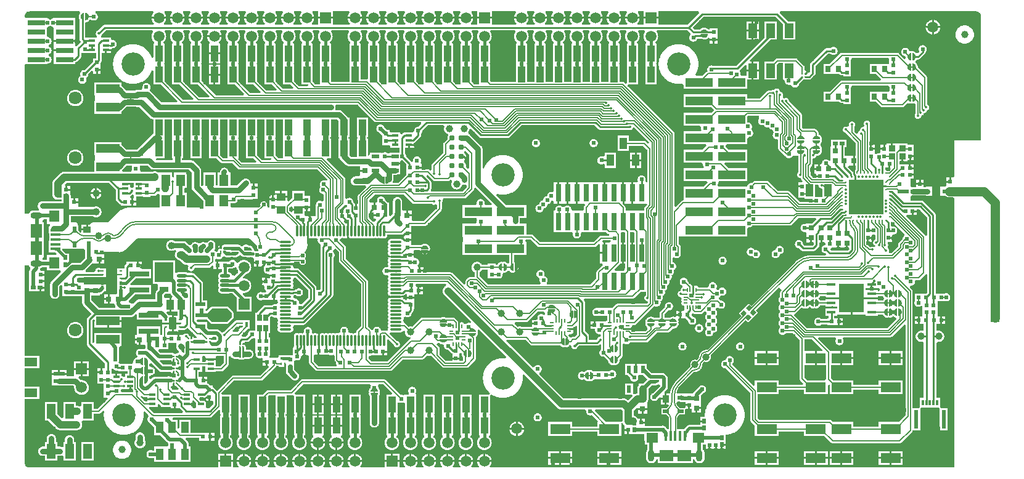
<source format=gtl>
G04 Layer_Physical_Order=1*
G04 Layer_Color=255*
%FSLAX24Y24*%
%MOIN*%
G70*
G01*
G75*
%ADD10C,0.0065*%
%ADD11C,0.0065*%
%ADD12C,0.0060*%
%ADD13C,0.0108*%
%ADD14R,0.1909X0.1909*%
%ADD15R,0.0157X0.0532*%
%ADD16R,0.0748X0.0610*%
%ADD17R,0.0630X0.0551*%
%ADD18R,0.0472X0.0630*%
%ADD19R,0.0236X0.0217*%
%ADD20C,0.0079*%
G04:AMPARAMS|DCode=21|XSize=21.7mil|YSize=23.6mil|CornerRadius=0mil|HoleSize=0mil|Usage=FLASHONLY|Rotation=315.000|XOffset=0mil|YOffset=0mil|HoleType=Round|Shape=Rectangle|*
%AMROTATEDRECTD21*
4,1,4,-0.0160,-0.0007,0.0007,0.0160,0.0160,0.0007,-0.0007,-0.0160,-0.0160,-0.0007,0.0*
%
%ADD21ROTATEDRECTD21*%

%ADD22R,0.0315X0.0295*%
%ADD23R,0.0197X0.0236*%
%ADD24C,0.0394*%
%ADD25R,0.0098X0.0142*%
%ADD26R,0.0551X0.0236*%
%ADD27R,0.0669X0.0236*%
%ADD28R,0.0354X0.0709*%
%ADD29R,0.0177X0.0098*%
%ADD30R,0.0177X0.0138*%
%ADD31R,0.0217X0.0236*%
%ADD32R,0.0354X0.0138*%
%ADD33R,0.0433X0.0551*%
%ADD34R,0.0295X0.0315*%
%ADD35R,0.0236X0.0197*%
%ADD36R,0.0315X0.0295*%
%ADD37R,0.0228X0.0197*%
%ADD38R,0.0256X0.0197*%
%ADD39R,0.0374X0.0335*%
%ADD40R,0.0157X0.0276*%
%ADD41R,0.0157X0.0098*%
%ADD42C,0.0310*%
%ADD43R,0.0532X0.0157*%
%ADD44R,0.0551X0.0630*%
%ADD45R,0.0610X0.0748*%
%ADD46O,0.0650X0.0118*%
%ADD47O,0.0118X0.0650*%
%ADD48R,0.0402X0.0862*%
%ADD49R,0.0472X0.0787*%
%ADD50R,0.0945X0.0299*%
%ADD51R,0.0299X0.0945*%
%ADD52R,0.0335X0.0236*%
%ADD53R,0.0335X0.0394*%
%ADD54R,0.0197X0.0256*%
%ADD55R,0.0138X0.0315*%
%ADD56R,0.0236X0.1024*%
%ADD57R,0.1083X0.0551*%
%ADD58R,0.0453X0.0177*%
%ADD59R,0.1339X0.1575*%
%ADD60O,0.0256X0.0087*%
%ADD61O,0.0087X0.0256*%
%ADD62C,0.0098*%
%ADD63R,0.1000X0.1051*%
%ADD64R,0.0500X0.0300*%
%ADD65R,0.0394X0.0630*%
%ADD66R,0.1500X0.0500*%
%ADD67R,0.1252X0.0500*%
%ADD68R,0.0472X0.0433*%
%ADD69R,0.0256X0.0335*%
%ADD70R,0.1063X0.0315*%
%ADD71R,0.0394X0.0236*%
%ADD72O,0.0551X0.0177*%
%ADD73R,0.0236X0.0335*%
%ADD74R,0.0394X0.0335*%
%ADD75R,0.0610X0.0236*%
%ADD76R,0.0709X0.0472*%
%ADD77R,0.0394X0.0709*%
%ADD78R,0.0300X0.0320*%
%ADD79R,0.0236X0.0394*%
%ADD80R,0.0276X0.0157*%
%ADD81R,0.0098X0.0157*%
%ADD82R,0.0177X0.0187*%
%ADD83R,0.0177X0.0098*%
%ADD84R,0.0630X0.0984*%
%ADD85C,0.0400*%
%ADD86C,0.0300*%
%ADD87C,0.0100*%
%ADD88C,0.0150*%
%ADD89C,0.0098*%
%ADD90C,0.0080*%
%ADD91C,0.0250*%
%ADD92C,0.0200*%
%ADD93C,0.0072*%
%ADD94C,0.0079*%
%ADD95C,0.0059*%
%ADD96C,0.0500*%
%ADD97C,0.0057*%
%ADD98C,0.0120*%
%ADD99C,0.0090*%
%ADD100C,0.0096*%
%ADD101C,0.0180*%
%ADD102R,0.1450X0.0420*%
%ADD103R,0.0620X0.1610*%
%ADD104R,0.0394X0.0630*%
%ADD105O,0.0354X0.0630*%
%ADD106C,0.1260*%
%ADD107R,0.0591X0.0591*%
%ADD108C,0.0591*%
%ADD109C,0.0390*%
%ADD110O,0.0630X0.0354*%
%ADD111R,0.0591X0.0591*%
%ADD112C,0.0701*%
%ADD113C,0.0240*%
%ADD114C,0.0138*%
G36*
X42308Y9760D02*
X42320Y9739D01*
X42320Y9400D01*
X42290Y9371D01*
X42243Y9386D01*
X42218Y9403D01*
X42189Y9432D01*
X42168Y9455D01*
X42145Y9494D01*
X42134Y9531D01*
X42136Y9618D01*
X42146Y9646D01*
X42179Y9700D01*
X42212Y9732D01*
X42248Y9755D01*
X42288Y9767D01*
X42308Y9760D01*
D02*
G37*
G36*
X46798Y9760D02*
X46810Y9739D01*
X46810Y9400D01*
X46780Y9371D01*
X46733Y9386D01*
X46708Y9403D01*
X46679Y9432D01*
X46658Y9455D01*
X46635Y9494D01*
X46624Y9531D01*
X46626Y9618D01*
X46636Y9646D01*
X46669Y9700D01*
X46702Y9732D01*
X46738Y9755D01*
X46778Y9767D01*
X46798Y9760D01*
D02*
G37*
G36*
X47308D02*
X47320Y9739D01*
X47320Y9400D01*
X47290Y9371D01*
X47243Y9386D01*
X47218Y9403D01*
X47189Y9432D01*
X47168Y9455D01*
X47145Y9494D01*
X47134Y9531D01*
X47136Y9618D01*
X47146Y9646D01*
X47179Y9700D01*
X47212Y9732D01*
X47248Y9755D01*
X47288Y9767D01*
X47308Y9760D01*
D02*
G37*
G36*
X42798D02*
X42810Y9739D01*
Y9400D01*
X42780Y9371D01*
X42733Y9386D01*
X42708Y9403D01*
X42679Y9432D01*
X42658Y9455D01*
X42635Y9494D01*
X42624Y9531D01*
X42626Y9618D01*
X42636Y9646D01*
X42669Y9700D01*
X42702Y9732D01*
X42738Y9755D01*
X42778Y9767D01*
X42798Y9760D01*
D02*
G37*
G36*
X8028Y9560D02*
X8040Y9536D01*
X8054Y9515D01*
X8072Y9495D01*
X8147Y9420D01*
X8116Y9346D01*
X8065D01*
Y8970D01*
Y8594D01*
X8405D01*
Y8414D01*
X8210D01*
Y7960D01*
Y7506D01*
X8437D01*
Y7614D01*
X8528D01*
X8544Y7613D01*
X8773D01*
X8797Y7615D01*
X8820Y7620D01*
X8841Y7629D01*
X8862Y7641D01*
X8880Y7657D01*
X8906Y7683D01*
X8918Y7687D01*
X8933Y7688D01*
X9006Y7675D01*
X9385Y7297D01*
X9401Y7282D01*
X9415Y7274D01*
X9421Y7268D01*
X9437Y7209D01*
X9435Y7181D01*
X9415Y7162D01*
X9302D01*
X9301Y7165D01*
X9292Y7187D01*
X9280Y7207D01*
X9265Y7225D01*
X9247Y7240D01*
X9227Y7252D01*
X9209Y7260D01*
Y7139D01*
X9200Y7135D01*
X9178Y7120D01*
X9176Y7119D01*
X9151D01*
X9149Y7142D01*
X9144Y7165D01*
X9135Y7187D01*
X9122Y7207D01*
X9109Y7223D01*
Y7262D01*
X9108Y7262D01*
X9061Y7282D01*
X9045Y7291D01*
X9030Y7303D01*
X9026Y7315D01*
X9017Y7335D01*
X9004Y7353D01*
X8990Y7370D01*
X8973Y7384D01*
X8955Y7397D01*
X8935Y7406D01*
X8914Y7413D01*
X8892Y7418D01*
X8870Y7419D01*
X8848Y7418D01*
X8826Y7413D01*
X8805Y7406D01*
X8785Y7397D01*
X8767Y7384D01*
X8750Y7370D01*
X8749Y7368D01*
X8685Y7328D01*
X8517D01*
Y7120D01*
X8417D01*
Y7328D01*
X8291D01*
Y7328D01*
X7855D01*
X7837Y7401D01*
Y7445D01*
X7883Y7506D01*
X8110D01*
Y7960D01*
Y8414D01*
X7930D01*
X7918Y8428D01*
X7826Y8521D01*
X7856Y8594D01*
X7965D01*
Y8970D01*
Y9346D01*
X7698D01*
X7675Y9416D01*
Y9487D01*
X7749Y9560D01*
X8028D01*
X8028Y9560D01*
D02*
G37*
G36*
X8904Y9577D02*
X8952Y9544D01*
X8965Y9526D01*
Y9408D01*
X8922Y9346D01*
X8778D01*
X8764Y9367D01*
X8747Y9386D01*
X8630Y9503D01*
X8661Y9577D01*
X8846D01*
X8870Y9579D01*
X8885Y9582D01*
X8904Y9577D01*
D02*
G37*
G36*
X46565Y9407D02*
X46584Y9380D01*
X46588Y9375D01*
X46607Y9347D01*
Y9293D01*
X46588Y9265D01*
X46584Y9260D01*
X46565Y9233D01*
X46552Y9210D01*
X46267D01*
Y9259D01*
X45619D01*
Y9270D01*
X44900D01*
Y8433D01*
X45614D01*
Y8381D01*
X46267D01*
Y8430D01*
X46552D01*
X46565Y8407D01*
X46584Y8380D01*
X46607Y8354D01*
X46633Y8331D01*
X46661Y8311D01*
X46691Y8295D01*
X46691Y8295D01*
X46722Y8282D01*
X46747Y8274D01*
X46747Y8275D01*
X46759Y8272D01*
X46780Y8270D01*
X46800Y8272D01*
X46820Y8276D01*
X46839Y8284D01*
X46850Y8291D01*
X46861Y8284D01*
X46880Y8276D01*
X46900Y8272D01*
X46920Y8270D01*
X46941Y8272D01*
X46953Y8275D01*
X46953Y8274D01*
X46978Y8282D01*
X47009Y8295D01*
X47009Y8295D01*
X47024Y8303D01*
X47024Y8303D01*
X47024Y8303D01*
X47039Y8311D01*
X47067Y8331D01*
X47089Y8350D01*
X47100Y8350D01*
X47121Y8351D01*
X47143Y8331D01*
X47171Y8311D01*
X47201Y8295D01*
X47201Y8295D01*
X47232Y8282D01*
X47249Y8277D01*
X47271Y8237D01*
X47273Y8233D01*
X47277Y8191D01*
X46796Y7710D01*
X42454D01*
X41760Y8404D01*
X41778Y8456D01*
X41795Y8483D01*
X41807Y8486D01*
X41826Y8494D01*
X41844Y8504D01*
X41859Y8518D01*
X42160Y8819D01*
X42171Y8811D01*
X42201Y8795D01*
X42201Y8795D01*
X42232Y8782D01*
X42257Y8774D01*
X42257Y8775D01*
X42269Y8772D01*
X42290Y8770D01*
X42310Y8772D01*
X42330Y8776D01*
X42349Y8784D01*
X42350Y8785D01*
X42351Y8784D01*
X42370Y8776D01*
X42390Y8772D01*
X42410Y8770D01*
X42431Y8772D01*
X42443Y8775D01*
X42443Y8774D01*
X42468Y8782D01*
X42499Y8795D01*
X42499Y8795D01*
X42514Y8803D01*
X42514Y8803D01*
X42514Y8803D01*
X42529Y8811D01*
X42557Y8831D01*
X42579Y8851D01*
X42600Y8850D01*
X42611Y8850D01*
X42633Y8831D01*
X42661Y8811D01*
X42691Y8795D01*
X42691Y8795D01*
X42722Y8782D01*
X42747Y8774D01*
X42747Y8775D01*
X42759Y8772D01*
X42780Y8770D01*
X42800Y8772D01*
X42820Y8776D01*
X42839Y8784D01*
X42850Y8791D01*
X42861Y8784D01*
X42880Y8776D01*
X42900Y8772D01*
X42920Y8770D01*
X42941Y8772D01*
X42953Y8775D01*
X42953Y8774D01*
X42978Y8782D01*
X43009Y8795D01*
X43009Y8795D01*
X43024Y8803D01*
X43024Y8803D01*
X43024Y8803D01*
X43039Y8811D01*
X43067Y8831D01*
X43093Y8854D01*
X43116Y8880D01*
X43135Y8907D01*
X43148Y8930D01*
X43433D01*
Y8881D01*
X44081D01*
Y8759D01*
X43433D01*
Y8381D01*
X43616D01*
Y8248D01*
X43555D01*
Y8200D01*
X43221D01*
X43216Y8206D01*
X43194Y8225D01*
X43170Y8241D01*
X43144Y8254D01*
X43117Y8263D01*
X43089Y8269D01*
X43060Y8270D01*
X43031Y8269D01*
X43003Y8263D01*
X42976Y8254D01*
X42950Y8241D01*
X42926Y8225D01*
X42904Y8206D01*
X42885Y8184D01*
X42869Y8160D01*
X42856Y8134D01*
X42847Y8107D01*
X42841Y8079D01*
X42840Y8050D01*
X42841Y8021D01*
X42847Y7993D01*
X42856Y7966D01*
X42869Y7940D01*
X42885Y7916D01*
X42904Y7894D01*
X42926Y7875D01*
X42950Y7859D01*
X42976Y7846D01*
X43003Y7837D01*
X43031Y7831D01*
X43060Y7830D01*
X43089Y7831D01*
X43117Y7837D01*
X43144Y7846D01*
X43170Y7859D01*
X43194Y7875D01*
X43216Y7894D01*
X43221Y7900D01*
X43555D01*
Y7852D01*
X44117D01*
Y8050D01*
Y8248D01*
X43917D01*
Y8381D01*
X44086D01*
Y8433D01*
X44800D01*
Y9270D01*
X44081D01*
Y9259D01*
X43433D01*
Y9210D01*
X43148D01*
X43135Y9233D01*
X43116Y9260D01*
X43112Y9265D01*
X43093Y9293D01*
Y9347D01*
X43112Y9375D01*
X43116Y9380D01*
X43135Y9407D01*
X43148Y9430D01*
X43433D01*
Y9381D01*
X44081D01*
Y9370D01*
X44850D01*
X45619D01*
Y9381D01*
X46267D01*
Y9430D01*
X46552D01*
X46565Y9407D01*
D02*
G37*
G36*
X42457Y9754D02*
X42482Y9737D01*
X42511Y9708D01*
X42532Y9685D01*
X42555Y9646D01*
X42566Y9609D01*
X42564Y9522D01*
X42554Y9494D01*
X42521Y9440D01*
X42488Y9408D01*
X42452Y9385D01*
X42412Y9373D01*
X42392Y9380D01*
X42380Y9401D01*
X42380Y9740D01*
X42410Y9769D01*
X42457Y9754D01*
D02*
G37*
G36*
X45991Y9881D02*
X46267D01*
X46267Y9881D01*
X46272Y9883D01*
X46274Y9884D01*
X46299Y9877D01*
X46365Y9837D01*
X46378Y9811D01*
X46392Y9790D01*
X46389Y9775D01*
X46357Y9710D01*
X46267D01*
Y9759D01*
X45619D01*
Y9881D01*
X45891D01*
Y10070D01*
X45991D01*
Y9881D01*
D02*
G37*
G36*
X42308Y10260D02*
X42320Y10239D01*
Y9900D01*
X42290Y9871D01*
X42243Y9886D01*
X42218Y9903D01*
X42189Y9932D01*
X42168Y9955D01*
X42145Y9994D01*
X42134Y10031D01*
X42136Y10118D01*
X42146Y10146D01*
X42179Y10200D01*
X42212Y10232D01*
X42248Y10255D01*
X42288Y10267D01*
X42308Y10260D01*
D02*
G37*
G36*
X42798Y10260D02*
X42810Y10239D01*
X42810Y9900D01*
X42780Y9871D01*
X42733Y9886D01*
X42708Y9903D01*
X42679Y9932D01*
X42658Y9955D01*
X42635Y9994D01*
X42624Y10031D01*
X42626Y10118D01*
X42636Y10146D01*
X42669Y10200D01*
X42702Y10232D01*
X42738Y10255D01*
X42778Y10267D01*
X42798Y10260D01*
D02*
G37*
G36*
X15466Y9761D02*
Y9333D01*
X15124Y8992D01*
X15120Y8994D01*
X15093Y9003D01*
X15065Y9009D01*
X15051Y9009D01*
X15024Y9025D01*
X14982Y9074D01*
X14980Y9085D01*
X14978Y9108D01*
X14972Y9136D01*
X14963Y9164D01*
X14950Y9190D01*
X14934Y9214D01*
X14915Y9235D01*
X14894Y9254D01*
X14870Y9270D01*
X14844Y9283D01*
X14816Y9292D01*
X14788Y9298D01*
X14759Y9300D01*
X14752Y9299D01*
X14733Y9319D01*
X14715Y9334D01*
X14695Y9347D01*
X14673Y9356D01*
X14667Y9384D01*
X14669Y9409D01*
X14667Y9434D01*
X14671Y9444D01*
X14724Y9485D01*
X14735Y9490D01*
X14809D01*
X14814Y9484D01*
X14836Y9465D01*
X14860Y9449D01*
X14886Y9436D01*
X14913Y9427D01*
X14941Y9421D01*
X14970Y9420D01*
X14999Y9421D01*
X15027Y9427D01*
X15054Y9436D01*
X15080Y9449D01*
X15104Y9465D01*
X15126Y9484D01*
X15145Y9506D01*
X15161Y9530D01*
X15174Y9556D01*
X15183Y9583D01*
X15189Y9611D01*
X15190Y9640D01*
X15189Y9669D01*
X15183Y9697D01*
X15174Y9724D01*
X15161Y9750D01*
X15145Y9774D01*
X15126Y9796D01*
X15104Y9815D01*
X15080Y9831D01*
X15054Y9844D01*
X15027Y9853D01*
X14999Y9859D01*
X14970Y9860D01*
X14941Y9859D01*
X14913Y9853D01*
X14886Y9844D01*
X14860Y9831D01*
X14836Y9815D01*
X14814Y9796D01*
X14809Y9790D01*
X14681D01*
X14669Y9803D01*
X14667Y9828D01*
X14661Y9852D01*
X14652Y9876D01*
X14639Y9897D01*
X14635Y9902D01*
X14639Y9906D01*
X14652Y9928D01*
X14661Y9951D01*
X14667Y9975D01*
X14669Y10000D01*
X14667Y10025D01*
X14661Y10049D01*
X14652Y10072D01*
X14639Y10094D01*
X14635Y10098D01*
X14639Y10103D01*
X14652Y10124D01*
X14661Y10148D01*
X14667Y10172D01*
X14669Y10197D01*
X14667Y10222D01*
X14661Y10246D01*
X14652Y10269D01*
X14639Y10291D01*
X14635Y10295D01*
X14639Y10300D01*
X14652Y10321D01*
X14661Y10344D01*
X14667Y10369D01*
X14669Y10394D01*
X14739Y10440D01*
X14787D01*
X15466Y9761D01*
D02*
G37*
G36*
X42967Y9754D02*
X42992Y9737D01*
X43021Y9708D01*
X43042Y9685D01*
X43065Y9646D01*
X43076Y9609D01*
X43074Y9522D01*
X43064Y9494D01*
X43031Y9440D01*
X42998Y9408D01*
X42962Y9385D01*
X42922Y9373D01*
X42902Y9380D01*
X42890Y9401D01*
X42890Y9740D01*
X42920Y9769D01*
X42967Y9754D01*
D02*
G37*
G36*
X47457Y9754D02*
X47482Y9737D01*
X47511Y9708D01*
X47532Y9685D01*
X47555Y9646D01*
X47566Y9609D01*
X47564Y9522D01*
X47554Y9494D01*
X47521Y9440D01*
X47488Y9408D01*
X47452Y9385D01*
X47412Y9373D01*
X47392Y9380D01*
X47380Y9401D01*
X47380Y9740D01*
X47410Y9769D01*
X47457Y9754D01*
D02*
G37*
G36*
X46967Y9754D02*
X46992Y9737D01*
X47021Y9708D01*
X47042Y9685D01*
X47065Y9646D01*
X47076Y9609D01*
X47074Y9522D01*
X47064Y9494D01*
X47031Y9440D01*
X46998Y9408D01*
X46962Y9385D01*
X46922Y9373D01*
X46902Y9380D01*
X46890Y9401D01*
X46890Y9740D01*
X46920Y9769D01*
X46967Y9754D01*
D02*
G37*
G36*
X47457Y9254D02*
X47482Y9237D01*
X47511Y9208D01*
X47532Y9185D01*
X47555Y9146D01*
X47566Y9109D01*
X47564Y9022D01*
X47554Y8994D01*
X47521Y8940D01*
X47488Y8908D01*
X47452Y8885D01*
X47412Y8873D01*
X47392Y8880D01*
X47380Y8901D01*
X47380Y9240D01*
X47410Y9269D01*
X47457Y9254D01*
D02*
G37*
G36*
X28225Y8585D02*
X28251Y8559D01*
X28280Y8515D01*
X28280Y8510D01*
X28280Y8500D01*
X28281Y8471D01*
X28285Y8454D01*
X28273Y8442D01*
X28262Y8433D01*
X28213Y8414D01*
X28207Y8418D01*
X28183Y8434D01*
X28158Y8447D01*
X28130Y8456D01*
X28102Y8462D01*
X28073Y8464D01*
X28044Y8462D01*
X28016Y8456D01*
X27989Y8447D01*
X27963Y8434D01*
X27939Y8418D01*
X27917Y8399D01*
X27898Y8377D01*
X27882Y8353D01*
X27869Y8328D01*
X27860Y8300D01*
X27855Y8272D01*
X27853Y8243D01*
X27854Y8228D01*
X27841Y8199D01*
X27803Y8156D01*
X27788Y8148D01*
X27575D01*
Y8000D01*
X27793D01*
Y7900D01*
X27575D01*
Y7769D01*
X27570Y7766D01*
X27567Y7763D01*
X27037D01*
X27029Y7768D01*
X26998Y7781D01*
X26966Y7790D01*
X26933Y7795D01*
X26900Y7797D01*
X26867Y7795D01*
X26834Y7790D01*
X26803Y7781D01*
X26645Y7940D01*
X26678Y8020D01*
X27263D01*
X27283Y8021D01*
X27303Y8026D01*
X27322Y8034D01*
X27339Y8044D01*
X27355Y8058D01*
X27887Y8590D01*
X28214D01*
X28225Y8585D01*
D02*
G37*
G36*
X28829Y8690D02*
X28814Y8643D01*
X28797Y8618D01*
X28768Y8589D01*
X28745Y8568D01*
X28706Y8545D01*
X28669Y8534D01*
X28582Y8536D01*
X28554Y8546D01*
X28500Y8579D01*
X28468Y8612D01*
X28445Y8648D01*
X28433Y8688D01*
X28440Y8708D01*
X28461Y8720D01*
X28800Y8720D01*
X28829Y8690D01*
D02*
G37*
G36*
X28678Y8964D02*
X28706Y8954D01*
X28760Y8921D01*
X28792Y8888D01*
X28815Y8852D01*
X28827Y8812D01*
X28820Y8792D01*
X28799Y8780D01*
X28460Y8780D01*
X28431Y8810D01*
X28446Y8857D01*
X28463Y8882D01*
X28492Y8911D01*
X28515Y8932D01*
X28554Y8955D01*
X28591Y8966D01*
X28678Y8964D01*
D02*
G37*
G36*
X47457Y8754D02*
X47482Y8737D01*
X47511Y8708D01*
X47532Y8685D01*
X47555Y8646D01*
X47566Y8609D01*
X47564Y8522D01*
X47554Y8494D01*
X47521Y8440D01*
X47488Y8408D01*
X47452Y8385D01*
X47412Y8373D01*
X47392Y8380D01*
X47380Y8401D01*
X47380Y8740D01*
X47410Y8769D01*
X47457Y8754D01*
D02*
G37*
G36*
X46798Y8760D02*
X46810Y8739D01*
X46810Y8400D01*
X46780Y8371D01*
X46733Y8386D01*
X46708Y8403D01*
X46679Y8432D01*
X46658Y8455D01*
X46635Y8494D01*
X46624Y8531D01*
X46626Y8618D01*
X46636Y8646D01*
X46669Y8700D01*
X46702Y8732D01*
X46738Y8755D01*
X46778Y8767D01*
X46798Y8760D01*
D02*
G37*
G36*
X47308Y8760D02*
X47320Y8739D01*
X47320Y8400D01*
X47290Y8371D01*
X47243Y8386D01*
X47218Y8403D01*
X47189Y8432D01*
X47168Y8455D01*
X47145Y8494D01*
X47134Y8531D01*
X47136Y8618D01*
X47146Y8646D01*
X47179Y8700D01*
X47212Y8732D01*
X47248Y8755D01*
X47288Y8767D01*
X47308Y8760D01*
D02*
G37*
G36*
X46967Y8754D02*
X46992Y8737D01*
X47021Y8708D01*
X47042Y8685D01*
X47065Y8646D01*
X47076Y8609D01*
X47074Y8522D01*
X47064Y8494D01*
X47031Y8440D01*
X46998Y8408D01*
X46962Y8385D01*
X46922Y8373D01*
X46902Y8380D01*
X46890Y8401D01*
X46890Y8740D01*
X46920Y8769D01*
X46967Y8754D01*
D02*
G37*
G36*
X33730Y9483D02*
X33717Y9474D01*
X33700Y9460D01*
X33686Y9443D01*
X33673Y9425D01*
X33664Y9405D01*
X33657Y9384D01*
X33652Y9362D01*
X33651Y9340D01*
X33652Y9318D01*
X33657Y9296D01*
X33664Y9275D01*
X33673Y9255D01*
X33686Y9237D01*
X33700Y9220D01*
X33717Y9206D01*
X33735Y9193D01*
X33755Y9184D01*
X33776Y9177D01*
X33798Y9172D01*
X33820Y9171D01*
X33850Y9094D01*
X33776Y9020D01*
X32200D01*
X32180Y9019D01*
X32160Y9014D01*
X32141Y9006D01*
X32123Y8996D01*
X32108Y8982D01*
X31914Y8788D01*
X31175D01*
X31175Y8788D01*
X31095Y8787D01*
X31089Y8789D01*
X31060Y8790D01*
X31031Y8789D01*
X31003Y8783D01*
X30976Y8774D01*
X30950Y8761D01*
X30926Y8745D01*
X30904Y8726D01*
X30885Y8704D01*
X30869Y8680D01*
X30856Y8654D01*
X30847Y8627D01*
X30841Y8599D01*
X30840Y8570D01*
X30841Y8541D01*
X30847Y8513D01*
X30856Y8486D01*
X30869Y8460D01*
X30885Y8436D01*
X30904Y8414D01*
X30926Y8395D01*
X30950Y8379D01*
X30976Y8366D01*
X31003Y8357D01*
X31031Y8351D01*
X31060Y8350D01*
X31089Y8351D01*
X31117Y8357D01*
X31175Y8372D01*
X31175Y8372D01*
Y8372D01*
X31175Y8372D01*
X31647D01*
Y8132D01*
X31628Y8124D01*
X31609Y8113D01*
X31591Y8098D01*
X31577Y8081D01*
X31565Y8061D01*
X31564Y8058D01*
X31003D01*
Y7860D01*
X30953D01*
Y7810D01*
X30735D01*
Y7662D01*
X30916D01*
X30933Y7654D01*
X30990Y7600D01*
X30991Y7571D01*
X30997Y7543D01*
X31006Y7516D01*
X31019Y7490D01*
X31035Y7466D01*
X31054Y7444D01*
X31076Y7425D01*
X31100Y7409D01*
X31126Y7396D01*
X31153Y7387D01*
X31181Y7381D01*
X31210Y7380D01*
X31233Y7381D01*
X31241Y7380D01*
X31299Y7338D01*
X31312Y7319D01*
X31270Y7249D01*
X31248Y7248D01*
X31226Y7243D01*
X31205Y7236D01*
X31185Y7227D01*
X31167Y7214D01*
X31150Y7200D01*
X31136Y7183D01*
X31123Y7165D01*
X31114Y7145D01*
X31109Y7132D01*
X31031Y7053D01*
X30660D01*
Y7270D01*
X30659Y7294D01*
X30653Y7316D01*
X30644Y7338D01*
X30632Y7358D01*
X30616Y7376D01*
X30431Y7562D01*
Y9099D01*
X30429Y9123D01*
X30424Y9146D01*
X30415Y9168D01*
X30402Y9188D01*
X30387Y9206D01*
X30372Y9221D01*
X30403Y9294D01*
X30583D01*
X30604Y9296D01*
X30605Y9296D01*
X33017D01*
X33037Y9298D01*
X33057Y9303D01*
X33076Y9311D01*
X33093Y9321D01*
X33109Y9335D01*
X33434Y9660D01*
X33730D01*
Y9483D01*
D02*
G37*
G36*
X46967Y9254D02*
X46992Y9237D01*
X47021Y9208D01*
X47042Y9185D01*
X47065Y9146D01*
X47076Y9109D01*
X47074Y9022D01*
X47064Y8994D01*
X47031Y8940D01*
X46998Y8908D01*
X46962Y8885D01*
X46922Y8873D01*
X46902Y8880D01*
X46890Y8901D01*
Y9240D01*
X46920Y9269D01*
X46967Y9254D01*
D02*
G37*
G36*
X42457Y9254D02*
X42482Y9237D01*
X42511Y9208D01*
X42532Y9185D01*
X42555Y9146D01*
X42566Y9109D01*
X42564Y9022D01*
X42554Y8994D01*
X42521Y8940D01*
X42488Y8908D01*
X42452Y8885D01*
X42412Y8873D01*
X42392Y8880D01*
X42380Y8901D01*
X42380Y9240D01*
X42410Y9269D01*
X42457Y9254D01*
D02*
G37*
G36*
X42967Y9254D02*
X42992Y9237D01*
X43021Y9208D01*
X43042Y9185D01*
X43065Y9146D01*
X43076Y9109D01*
X43074Y9022D01*
X43064Y8994D01*
X43031Y8940D01*
X42998Y8908D01*
X42962Y8885D01*
X42922Y8873D01*
X42902Y8880D01*
X42890Y8901D01*
X42890Y9240D01*
X42920Y9269D01*
X42967Y9254D01*
D02*
G37*
G36*
X47308Y9260D02*
X47320Y9239D01*
X47320Y8900D01*
X47290Y8871D01*
X47243Y8886D01*
X47218Y8903D01*
X47189Y8932D01*
X47168Y8955D01*
X47145Y8994D01*
X47134Y9031D01*
X47136Y9118D01*
X47146Y9146D01*
X47179Y9200D01*
X47212Y9232D01*
X47248Y9255D01*
X47288Y9267D01*
X47308Y9260D01*
D02*
G37*
G36*
X42308Y9260D02*
X42320Y9239D01*
X42320Y8900D01*
X42290Y8871D01*
X42243Y8886D01*
X42218Y8903D01*
X42189Y8932D01*
X42168Y8955D01*
X42145Y8994D01*
X42134Y9031D01*
X42136Y9118D01*
X42146Y9146D01*
X42179Y9200D01*
X42212Y9232D01*
X42248Y9255D01*
X42288Y9267D01*
X42308Y9260D01*
D02*
G37*
G36*
X42798Y9260D02*
X42810Y9239D01*
X42810Y8900D01*
X42780Y8871D01*
X42733Y8886D01*
X42708Y8903D01*
X42679Y8932D01*
X42658Y8955D01*
X42635Y8994D01*
X42624Y9031D01*
X42626Y9118D01*
X42636Y9146D01*
X42669Y9200D01*
X42702Y9232D01*
X42738Y9255D01*
X42778Y9267D01*
X42798Y9260D01*
D02*
G37*
G36*
X46798D02*
X46810Y9239D01*
Y8900D01*
X46780Y8871D01*
X46733Y8886D01*
X46708Y8903D01*
X46679Y8932D01*
X46658Y8955D01*
X46635Y8994D01*
X46624Y9031D01*
X46626Y9118D01*
X46636Y9146D01*
X46669Y9200D01*
X46702Y9232D01*
X46738Y9255D01*
X46778Y9267D01*
X46798Y9260D01*
D02*
G37*
G36*
X42457Y10254D02*
X42482Y10237D01*
X42511Y10208D01*
X42532Y10185D01*
X42555Y10146D01*
X42566Y10109D01*
X42564Y10022D01*
X42554Y9994D01*
X42521Y9940D01*
X42488Y9908D01*
X42452Y9885D01*
X42412Y9873D01*
X42392Y9880D01*
X42380Y9901D01*
X42380Y10240D01*
X42410Y10269D01*
X42457Y10254D01*
D02*
G37*
G36*
X17657Y12717D02*
X17659Y12692D01*
X17665Y12667D01*
X17670Y12655D01*
Y12565D01*
X17692Y12574D01*
X17714Y12587D01*
X17718Y12591D01*
X17723Y12587D01*
X17744Y12574D01*
X17767Y12565D01*
X17792Y12559D01*
X17817Y12557D01*
X17842Y12559D01*
X17866Y12565D01*
X17889Y12574D01*
X17910Y12587D01*
X17915Y12591D01*
X17920Y12587D01*
X17941Y12574D01*
X17964Y12565D01*
X17989Y12559D01*
X18013Y12557D01*
X18038Y12559D01*
X18063Y12565D01*
X18086Y12574D01*
X18107Y12587D01*
X18112Y12591D01*
X18117Y12587D01*
X18138Y12574D01*
X18161Y12565D01*
X18185Y12559D01*
X18210Y12557D01*
X18235Y12559D01*
X18260Y12565D01*
X18283Y12574D01*
X18304Y12587D01*
X18309Y12591D01*
X18313Y12587D01*
X18335Y12574D01*
X18358Y12565D01*
X18382Y12559D01*
X18407Y12557D01*
X18432Y12559D01*
X18456Y12565D01*
X18480Y12574D01*
X18501Y12587D01*
X18506Y12591D01*
X18510Y12587D01*
X18532Y12574D01*
X18555Y12565D01*
X18579Y12559D01*
X18604Y12557D01*
X18629Y12559D01*
X18653Y12565D01*
X18676Y12574D01*
X18698Y12587D01*
X18702Y12591D01*
X18707Y12587D01*
X18728Y12574D01*
X18752Y12565D01*
X18776Y12559D01*
X18801Y12557D01*
X18826Y12559D01*
X18850Y12565D01*
X18873Y12574D01*
X18895Y12587D01*
X18899Y12591D01*
X18904Y12587D01*
X18925Y12574D01*
X18948Y12565D01*
X18973Y12559D01*
X18998Y12557D01*
X19023Y12559D01*
X19047Y12565D01*
X19070Y12574D01*
X19091Y12587D01*
X19096Y12591D01*
X19101Y12587D01*
X19122Y12574D01*
X19145Y12565D01*
X19170Y12559D01*
X19195Y12557D01*
X19220Y12559D01*
X19244Y12565D01*
X19267Y12574D01*
X19288Y12587D01*
X19293Y12591D01*
X19298Y12587D01*
X19319Y12574D01*
X19342Y12565D01*
X19366Y12559D01*
X19391Y12557D01*
X19416Y12559D01*
X19441Y12565D01*
X19464Y12574D01*
X19485Y12587D01*
X19490Y12591D01*
X19494Y12587D01*
X19516Y12574D01*
X19539Y12565D01*
X19563Y12559D01*
X19588Y12557D01*
X19613Y12559D01*
X19638Y12565D01*
X19661Y12574D01*
X19682Y12587D01*
X19701Y12604D01*
X19717Y12623D01*
X19730Y12644D01*
X19740Y12667D01*
X19746Y12692D01*
X19748Y12717D01*
Y12770D01*
X20499D01*
X20520Y12771D01*
X20540Y12776D01*
X20551Y12781D01*
X20589Y12765D01*
X20616Y12748D01*
X20628Y12734D01*
Y12625D01*
X20638D01*
Y12537D01*
X20594Y12508D01*
X20558Y12498D01*
X20547Y12504D01*
X20523Y12514D01*
X20499Y12520D01*
X20474Y12522D01*
X19943D01*
X19918Y12520D01*
X19893Y12514D01*
X19870Y12504D01*
X19849Y12491D01*
X19830Y12475D01*
X19814Y12456D01*
X19800Y12435D01*
X19791Y12412D01*
X19785Y12387D01*
X19783Y12362D01*
X19785Y12337D01*
X19791Y12313D01*
X19800Y12290D01*
X19814Y12268D01*
X19817Y12264D01*
X19814Y12259D01*
X19800Y12238D01*
X19791Y12215D01*
X19785Y12190D01*
X19783Y12165D01*
X19785Y12140D01*
X19791Y12116D01*
X19800Y12093D01*
X19814Y12072D01*
X19817Y12067D01*
X19814Y12062D01*
X19800Y12041D01*
X19791Y12018D01*
X19785Y11993D01*
X19783Y11968D01*
X19785Y11944D01*
X19791Y11919D01*
X19800Y11896D01*
X19814Y11875D01*
X19817Y11870D01*
X19814Y11865D01*
X19800Y11844D01*
X19791Y11821D01*
X19785Y11797D01*
X19783Y11772D01*
X19785Y11747D01*
X19791Y11722D01*
X19800Y11699D01*
X19814Y11678D01*
X19817Y11673D01*
X19814Y11669D01*
X19800Y11647D01*
X19791Y11625D01*
X19881D01*
X19893Y11620D01*
X19918Y11614D01*
X19943Y11612D01*
X20208D01*
Y11538D01*
X19943D01*
X19918Y11536D01*
X19893Y11530D01*
X19881Y11525D01*
X19791D01*
X19800Y11502D01*
X19814Y11481D01*
X19817Y11476D01*
X19814Y11472D01*
X19800Y11450D01*
X19791Y11427D01*
X19785Y11403D01*
X19783Y11378D01*
X19785Y11353D01*
X19791Y11329D01*
X19800Y11306D01*
X19814Y11284D01*
X19817Y11280D01*
X19814Y11275D01*
X19800Y11254D01*
X19791Y11230D01*
X19785Y11206D01*
X19783Y11181D01*
X19785Y11156D01*
X19791Y11132D01*
X19800Y11109D01*
X19814Y11087D01*
X19817Y11083D01*
X19814Y11078D01*
X19800Y11057D01*
X19791Y11034D01*
X19771Y11008D01*
X19737Y11006D01*
X19708Y11008D01*
X19680Y11006D01*
X19651Y11000D01*
X19624Y10991D01*
X19598Y10978D01*
X19574Y10962D01*
X19552Y10943D01*
X19533Y10922D01*
X19517Y10898D01*
X19505Y10872D01*
X19495Y10844D01*
X19490Y10816D01*
X19488Y10787D01*
X19490Y10759D01*
X19495Y10730D01*
X19505Y10703D01*
X19517Y10677D01*
X19533Y10653D01*
X19552Y10632D01*
X19574Y10612D01*
X19598Y10596D01*
X19624Y10584D01*
X19651Y10574D01*
X19680Y10569D01*
X19708Y10567D01*
X19737Y10569D01*
X19771Y10567D01*
X19791Y10541D01*
X19800Y10518D01*
X19814Y10497D01*
X19817Y10492D01*
X19814Y10487D01*
X19800Y10466D01*
X19791Y10443D01*
X19785Y10419D01*
X19783Y10394D01*
X19785Y10369D01*
X19791Y10344D01*
X19800Y10321D01*
X19814Y10300D01*
X19817Y10295D01*
X19814Y10291D01*
X19800Y10269D01*
X19791Y10246D01*
X19785Y10222D01*
X19783Y10197D01*
X19785Y10172D01*
X19791Y10148D01*
X19800Y10124D01*
X19814Y10103D01*
X19817Y10098D01*
X19814Y10094D01*
X19800Y10072D01*
X19791Y10049D01*
X19785Y10025D01*
X19783Y10000D01*
X19785Y9975D01*
X19791Y9951D01*
X19800Y9928D01*
X19814Y9906D01*
X19817Y9902D01*
X19814Y9897D01*
X19800Y9876D01*
X19791Y9852D01*
X19785Y9828D01*
X19783Y9803D01*
X19785Y9778D01*
X19791Y9754D01*
X19800Y9731D01*
X19814Y9709D01*
X19817Y9705D01*
X19814Y9700D01*
X19800Y9679D01*
X19791Y9656D01*
X19785Y9631D01*
X19783Y9606D01*
X19785Y9581D01*
X19791Y9557D01*
X19800Y9534D01*
X19814Y9513D01*
X19817Y9508D01*
X19814Y9503D01*
X19800Y9482D01*
X19791Y9459D01*
X19881D01*
X19893Y9455D01*
X19918Y9449D01*
X19943Y9447D01*
X20208D01*
X20474D01*
X20499Y9449D01*
X20523Y9455D01*
X20526Y9456D01*
X20562D01*
X20586Y9458D01*
X20593Y9459D01*
X20626D01*
X20625Y9460D01*
X20631Y9472D01*
X20651Y9485D01*
X20669Y9500D01*
X20738Y9569D01*
X20818Y9539D01*
Y9407D01*
X21214D01*
Y9542D01*
X21393D01*
Y9740D01*
Y9938D01*
X21342D01*
X21319Y9956D01*
X21276Y10018D01*
X21277Y10020D01*
X21320Y10083D01*
X21343Y10100D01*
X22900D01*
X22922Y10087D01*
X22927Y10077D01*
X22929Y10066D01*
X22917Y10015D01*
X22895Y9977D01*
X22880Y9968D01*
X22853Y9949D01*
X22828Y9926D01*
X22805Y9901D01*
X22786Y9874D01*
X22769Y9844D01*
X22756Y9813D01*
X22747Y9781D01*
X22741Y9748D01*
X22740Y9714D01*
X22741Y9680D01*
X22747Y9647D01*
X22756Y9615D01*
X22769Y9584D01*
X22786Y9554D01*
X22805Y9527D01*
X22828Y9501D01*
X24287Y8042D01*
X24244Y7974D01*
X24217Y7983D01*
X24189Y7989D01*
X24160Y7990D01*
X24131Y7989D01*
X24103Y7983D01*
X24076Y7974D01*
X24050Y7961D01*
X24026Y7945D01*
X24004Y7926D01*
X23996Y7916D01*
X23944Y7919D01*
X23908Y7933D01*
X23904Y7942D01*
X23893Y7961D01*
X23878Y7979D01*
X23861Y7993D01*
X23841Y8005D01*
X23821Y8014D01*
X23799Y8019D01*
X23776Y8021D01*
X23754Y8019D01*
X23732Y8014D01*
X23711Y8005D01*
X23697Y7997D01*
X23684Y8005D01*
X23663Y8014D01*
X23641Y8019D01*
X23619Y8021D01*
X23590Y8019D01*
X23585Y8039D01*
X23577Y8058D01*
X23567Y8075D01*
X23553Y8091D01*
X23422Y8222D01*
X23407Y8235D01*
X23389Y8246D01*
X23370Y8254D01*
X23350Y8259D01*
X23330Y8260D01*
X22933D01*
X22913Y8272D01*
X22881Y8285D01*
X22848Y8295D01*
X22814Y8300D01*
X22780Y8302D01*
X22746Y8300D01*
X22712Y8295D01*
X22679Y8285D01*
X22647Y8272D01*
X22627Y8260D01*
X21630D01*
X21610Y8259D01*
X21590Y8254D01*
X21571Y8246D01*
X21553Y8235D01*
X21538Y8222D01*
X21097Y7781D01*
X21066Y7790D01*
X21033Y7795D01*
X21000Y7797D01*
X20967Y7795D01*
X20934Y7790D01*
X20903Y7781D01*
X20758Y7927D01*
X20742Y7940D01*
X20725Y7951D01*
X20706Y7959D01*
X20701Y7960D01*
X20675Y7977D01*
X20634Y8031D01*
X20632Y8056D01*
X20626Y8081D01*
X20616Y8104D01*
X20603Y8125D01*
X20599Y8130D01*
X20603Y8135D01*
X20616Y8156D01*
X20626Y8179D01*
X20632Y8203D01*
X20634Y8228D01*
X20632Y8253D01*
X20630Y8260D01*
X20642Y8296D01*
X20669Y8311D01*
X20722Y8328D01*
X20736Y8319D01*
X20762Y8306D01*
X20789Y8297D01*
X20817Y8291D01*
X20846Y8290D01*
X20875Y8291D01*
X20903Y8297D01*
X20930Y8306D01*
X20956Y8319D01*
X20980Y8335D01*
X21002Y8354D01*
X21021Y8376D01*
X21037Y8400D01*
X21050Y8426D01*
X21059Y8453D01*
X21065Y8481D01*
X21067Y8510D01*
X21066Y8517D01*
X21122Y8574D01*
X21138Y8592D01*
X21150Y8612D01*
X21159Y8633D01*
X21165Y8656D01*
X21167Y8680D01*
Y8745D01*
X21214D01*
Y9139D01*
Y9307D01*
X20818D01*
Y9226D01*
X20738Y9211D01*
X20630Y9319D01*
X20614Y9333D01*
X20616Y9337D01*
X20626Y9359D01*
X20554D01*
X20547Y9361D01*
X20527Y9363D01*
X20523Y9364D01*
X20499Y9370D01*
X20474Y9372D01*
X20208D01*
X19943D01*
X19918Y9370D01*
X19893Y9364D01*
X19881Y9359D01*
X19791D01*
X19800Y9337D01*
X19814Y9316D01*
X19817Y9311D01*
X19814Y9306D01*
X19800Y9285D01*
X19791Y9262D01*
X19785Y9238D01*
X19783Y9213D01*
X19785Y9188D01*
X19791Y9163D01*
X19800Y9140D01*
X19814Y9119D01*
X19817Y9114D01*
X19814Y9110D01*
X19800Y9088D01*
X19791Y9065D01*
X19785Y9041D01*
X19783Y9016D01*
X19785Y8991D01*
X19791Y8966D01*
X19800Y8943D01*
X19814Y8922D01*
X19817Y8917D01*
X19814Y8913D01*
X19800Y8891D01*
X19791Y8868D01*
X19785Y8844D01*
X19783Y8819D01*
X19785Y8794D01*
X19791Y8770D01*
X19800Y8746D01*
X19814Y8725D01*
X19817Y8720D01*
X19814Y8716D01*
X19800Y8694D01*
X19791Y8671D01*
X19785Y8647D01*
X19783Y8622D01*
X19785Y8597D01*
X19791Y8573D01*
X19800Y8550D01*
X19814Y8528D01*
X19817Y8524D01*
X19814Y8519D01*
X19800Y8498D01*
X19791Y8474D01*
X19785Y8450D01*
X19783Y8425D01*
X19785Y8400D01*
X19791Y8376D01*
X19800Y8353D01*
X19814Y8331D01*
X19817Y8327D01*
X19814Y8322D01*
X19800Y8301D01*
X19791Y8278D01*
X19785Y8253D01*
X19783Y8228D01*
X19785Y8203D01*
X19791Y8179D01*
X19800Y8156D01*
X19814Y8135D01*
X19817Y8130D01*
X19814Y8125D01*
X19800Y8104D01*
X19791Y8081D01*
X19785Y8056D01*
X19783Y8031D01*
X19785Y8007D01*
X19791Y7982D01*
X19800Y7959D01*
X19814Y7938D01*
X19817Y7933D01*
X19814Y7928D01*
X19800Y7907D01*
X19791Y7884D01*
X19785Y7860D01*
X19783Y7835D01*
X19785Y7810D01*
X19791Y7785D01*
X19800Y7762D01*
X19814Y7741D01*
X19817Y7736D01*
X19814Y7732D01*
X19800Y7710D01*
X19791Y7687D01*
X19785Y7663D01*
X19783Y7638D01*
X19785Y7613D01*
X19786Y7607D01*
X19770Y7586D01*
X19750Y7571D01*
X19717Y7557D01*
X19700Y7564D01*
X19680Y7569D01*
X19660Y7570D01*
X19460D01*
X19431Y7580D01*
X19406Y7615D01*
X19397Y7642D01*
X19384Y7668D01*
X19368Y7692D01*
X19349Y7714D01*
X19327Y7733D01*
X19303Y7749D01*
X19277Y7761D01*
X19250Y7771D01*
X19222Y7776D01*
X19193Y7778D01*
X19164Y7776D01*
X19136Y7771D01*
X19109Y7761D01*
X19083Y7749D01*
X19059Y7733D01*
X19037Y7714D01*
X19018Y7692D01*
X19002Y7668D01*
X18989Y7642D01*
X18983Y7624D01*
X18946Y7609D01*
X18897Y7607D01*
X18893Y7611D01*
X18710Y7794D01*
Y10200D01*
X18709Y10220D01*
X18704Y10240D01*
X18696Y10259D01*
X18685Y10276D01*
X18672Y10292D01*
X17510Y11454D01*
Y12060D01*
X17509Y12080D01*
X17504Y12100D01*
X17496Y12119D01*
X17485Y12137D01*
X17472Y12152D01*
X17188Y12437D01*
X17189Y12441D01*
X17190Y12470D01*
X17190Y12482D01*
X17206Y12516D01*
X17248Y12557D01*
X17256Y12560D01*
X17275Y12565D01*
X17298Y12574D01*
X17320Y12587D01*
X17324Y12591D01*
X17329Y12587D01*
X17350Y12574D01*
X17374Y12565D01*
X17398Y12559D01*
X17423Y12557D01*
X17448Y12559D01*
X17472Y12565D01*
X17495Y12574D01*
X17517Y12587D01*
X17521Y12591D01*
X17526Y12587D01*
X17547Y12574D01*
X17570Y12565D01*
Y12655D01*
X17575Y12667D01*
X17581Y12692D01*
X17582Y12717D01*
Y12982D01*
X17657D01*
Y12717D01*
D02*
G37*
G36*
X48944Y13702D02*
Y12726D01*
X48869Y12703D01*
X48864Y12703D01*
X48852Y12717D01*
X47819Y13750D01*
X47850Y13824D01*
X48110D01*
Y14023D01*
X48160D01*
Y14073D01*
X48378D01*
Y14146D01*
X48500D01*
X48944Y13702D01*
D02*
G37*
G36*
X17662Y13472D02*
X17620Y13408D01*
X17595Y13406D01*
X17570Y13400D01*
X17547Y13390D01*
X17526Y13377D01*
X17521Y13373D01*
X17517Y13377D01*
X17495Y13390D01*
X17493Y13391D01*
X17407Y13478D01*
X17437Y13552D01*
X17644D01*
X17662Y13472D01*
D02*
G37*
G36*
X15754Y12587D02*
X15776Y12574D01*
X15799Y12565D01*
X15823Y12559D01*
X15848Y12557D01*
X15873Y12559D01*
X15897Y12565D01*
X15921Y12574D01*
X15926Y12578D01*
X15981Y12546D01*
X15997Y12529D01*
X15997Y12517D01*
X15991Y12489D01*
X15990Y12460D01*
X15991Y12431D01*
X15997Y12403D01*
X16006Y12376D01*
X16019Y12350D01*
X16035Y12326D01*
X16054Y12304D01*
X16076Y12285D01*
X16100Y12269D01*
X16116Y12261D01*
X16130Y12244D01*
X16149Y12196D01*
X16152Y12183D01*
X16151Y12167D01*
X16147Y12156D01*
X16141Y12134D01*
X16140Y12110D01*
Y9846D01*
X16100Y9780D01*
X16071Y9779D01*
X16043Y9773D01*
X16016Y9764D01*
X16007Y9759D01*
X15957Y9779D01*
X15927Y9805D01*
Y9890D01*
X15925Y9914D01*
X15919Y9937D01*
X15910Y9958D01*
X15898Y9978D01*
X15882Y9996D01*
X14985Y10894D01*
X14967Y10909D01*
X14947Y10921D01*
X14925Y10931D01*
X14902Y10936D01*
X14879Y10938D01*
X14739D01*
X14669Y10984D01*
X14667Y11009D01*
X14661Y11034D01*
X14652Y11057D01*
X14639Y11078D01*
X14635Y11083D01*
X14639Y11087D01*
X14652Y11109D01*
X14661Y11131D01*
X14571D01*
X14559Y11136D01*
X14534Y11142D01*
X14510Y11144D01*
X14244D01*
Y11231D01*
X14682D01*
X14701Y11265D01*
X14725Y11285D01*
X14996D01*
X14997Y11284D01*
X14997Y11284D01*
X15002Y11261D01*
X15009Y11238D01*
X15020Y11217D01*
X15033Y11198D01*
X15049Y11180D01*
X15066Y11164D01*
X15086Y11151D01*
X15107Y11141D01*
X15129Y11133D01*
X15153Y11129D01*
X15176Y11127D01*
X15200Y11129D01*
X15223Y11133D01*
X15245Y11141D01*
X15266Y11151D01*
X15286Y11164D01*
X15304Y11180D01*
X15319Y11198D01*
X15332Y11217D01*
X15343Y11238D01*
X15350Y11261D01*
X15355Y11284D01*
X15356Y11307D01*
X15355Y11331D01*
X15350Y11354D01*
X15343Y11376D01*
X15332Y11398D01*
X15319Y11417D01*
X15312Y11425D01*
X15304Y11451D01*
Y11503D01*
X15312Y11529D01*
X15319Y11537D01*
X15332Y11556D01*
X15343Y11577D01*
X15350Y11600D01*
X15355Y11623D01*
X15356Y11646D01*
X15355Y11670D01*
X15350Y11693D01*
X15343Y11715D01*
X15332Y11737D01*
X15319Y11756D01*
X15304Y11774D01*
X15289Y11787D01*
X15355Y11886D01*
X15421Y12044D01*
X15454Y12212D01*
Y12404D01*
X15454Y12404D01*
X15454Y12404D01*
X15454Y12479D01*
X15454Y12502D01*
X15479Y12559D01*
X15504Y12565D01*
X15527Y12574D01*
X15548Y12587D01*
X15553Y12591D01*
X15557Y12587D01*
X15579Y12574D01*
X15602Y12565D01*
X15626Y12559D01*
X15651Y12557D01*
X15676Y12559D01*
X15701Y12565D01*
X15724Y12574D01*
X15745Y12587D01*
X15750Y12591D01*
X15754Y12587D01*
D02*
G37*
G36*
X44657Y12062D02*
X44717D01*
X44731Y11982D01*
X44658Y11910D01*
X43752D01*
X43715Y11953D01*
X43737Y12037D01*
X43738Y12038D01*
X43766Y12047D01*
X43792Y12060D01*
X43806Y12070D01*
X43886Y12062D01*
X43886Y12062D01*
X44094D01*
Y12310D01*
X44194D01*
Y12062D01*
X44557D01*
Y12310D01*
X44657D01*
Y12062D01*
D02*
G37*
G36*
X46044Y12769D02*
X46070Y12770D01*
X46073Y12770D01*
X46134Y12730D01*
X46150Y12708D01*
Y12494D01*
X46146Y12493D01*
X46125Y12486D01*
X46105Y12477D01*
X46087Y12464D01*
X46070Y12450D01*
X46056Y12433D01*
X46043Y12415D01*
X46034Y12395D01*
X46027Y12374D01*
X46022Y12352D01*
X46021Y12330D01*
X46022Y12308D01*
X46027Y12286D01*
X46034Y12265D01*
X46043Y12245D01*
X46056Y12227D01*
X46070Y12210D01*
X46087Y12196D01*
X46105Y12183D01*
X46125Y12174D01*
X46136Y12170D01*
X46149Y12137D01*
X46141Y12129D01*
X46085Y12102D01*
X46072Y12098D01*
X46055Y12106D01*
X46034Y12113D01*
X46012Y12118D01*
X45990Y12119D01*
X45968Y12118D01*
X45946Y12113D01*
X45925Y12106D01*
X45905Y12097D01*
X45887Y12084D01*
X45883Y12080D01*
X45857D01*
X45680Y12257D01*
Y12377D01*
X45688D01*
Y12595D01*
X45738D01*
Y12645D01*
X45937D01*
Y12709D01*
X45953Y12731D01*
X46015Y12770D01*
X46017Y12770D01*
X46044Y12769D01*
D02*
G37*
G36*
X27878Y12128D02*
X27893Y12114D01*
X27911Y12104D01*
X27930Y12096D01*
X27950Y12091D01*
X27970Y12090D01*
X30960D01*
X30980Y12091D01*
X31000Y12096D01*
X31019Y12104D01*
X31037Y12114D01*
X31052Y12128D01*
X31176Y12252D01*
X31250Y12221D01*
Y11818D01*
X31450D01*
Y12340D01*
X31425D01*
X31385Y12420D01*
X31407Y12450D01*
X31808D01*
X31831Y12420D01*
X31793Y12340D01*
X31750D01*
Y12340D01*
X31750D01*
Y12340D01*
X31550D01*
Y11768D01*
X31500D01*
Y11718D01*
X31250D01*
Y11195D01*
X31355D01*
X31366Y11188D01*
X31405Y11115D01*
X31390Y11084D01*
X31371Y11076D01*
X31353Y11065D01*
X31338Y11052D01*
X31098Y10812D01*
X31084Y10797D01*
X31074Y10779D01*
X31066Y10760D01*
X31061Y10740D01*
X31060Y10720D01*
Y10384D01*
X30747Y10071D01*
X28394D01*
X28367Y10124D01*
X28362Y10151D01*
X28375Y10166D01*
X28391Y10190D01*
X28404Y10216D01*
X28413Y10243D01*
X28419Y10271D01*
X28420Y10300D01*
X28419Y10329D01*
X28413Y10357D01*
X28404Y10384D01*
X28391Y10410D01*
X28375Y10434D01*
X28356Y10456D01*
X28334Y10475D01*
X28310Y10491D01*
X28284Y10504D01*
X28257Y10532D01*
X28257Y10594D01*
X28259Y10601D01*
X28260Y10630D01*
X28259Y10659D01*
X28253Y10687D01*
X28244Y10714D01*
X28231Y10740D01*
X28215Y10764D01*
X28196Y10786D01*
X28174Y10805D01*
X28150Y10821D01*
X28124Y10834D01*
X28097Y10843D01*
X28069Y10849D01*
X28040Y10850D01*
X28011Y10849D01*
X27983Y10843D01*
X27956Y10834D01*
X27930Y10821D01*
X27906Y10805D01*
X27884Y10786D01*
X27865Y10764D01*
X27849Y10740D01*
X27836Y10714D01*
X27827Y10687D01*
X27821Y10659D01*
X27820Y10630D01*
X27821Y10601D01*
X27827Y10573D01*
X27836Y10546D01*
X27849Y10520D01*
X27865Y10496D01*
X27884Y10474D01*
X27906Y10455D01*
X27930Y10439D01*
X27956Y10426D01*
X27983Y10398D01*
X27983Y10336D01*
X27981Y10329D01*
X27980Y10300D01*
X27981Y10271D01*
X27987Y10243D01*
X27996Y10216D01*
X28009Y10190D01*
X28025Y10166D01*
X28038Y10151D01*
X28033Y10124D01*
X28006Y10071D01*
X25183D01*
X24730Y10524D01*
Y10733D01*
X24758Y10748D01*
X24785Y10768D01*
X24810Y10790D01*
X24832Y10815D01*
X24852Y10842D01*
X24867Y10870D01*
X25192D01*
Y10385D01*
X25608D01*
Y10385D01*
X25676Y10398D01*
X25688Y10397D01*
X25710Y10390D01*
X25738Y10385D01*
X25767Y10383D01*
X25796Y10385D01*
X25824Y10390D01*
X25851Y10399D01*
X25877Y10412D01*
X25901Y10428D01*
X25923Y10447D01*
X25942Y10469D01*
X25958Y10493D01*
X25971Y10519D01*
X25980Y10546D01*
X25985Y10574D01*
X25987Y10603D01*
X25985Y10632D01*
X25984Y10639D01*
X26009Y10676D01*
X26014Y10681D01*
X26025Y10687D01*
X26090Y10702D01*
X26091Y10702D01*
X26096Y10703D01*
X26103Y10704D01*
X26128Y10712D01*
X26159Y10725D01*
X26159Y10725D01*
X26174Y10733D01*
X26174Y10733D01*
X26174Y10733D01*
X26189Y10741D01*
X26217Y10761D01*
X26243Y10784D01*
X26255Y10798D01*
X26260Y10801D01*
X26305Y10806D01*
X26350Y10801D01*
X26355Y10798D01*
X26367Y10784D01*
X26393Y10761D01*
X26421Y10741D01*
X26451Y10725D01*
X26451Y10725D01*
X26482Y10712D01*
X26507Y10704D01*
X26507Y10705D01*
X26519Y10702D01*
X26540Y10700D01*
X26560Y10702D01*
X26580Y10706D01*
X26599Y10714D01*
X26616Y10725D01*
X26632Y10738D01*
X26645Y10754D01*
X26656Y10771D01*
X26664Y10790D01*
X26667Y10805D01*
X26662Y10803D01*
X26642Y10810D01*
X26630Y10831D01*
Y11170D01*
X26660Y11199D01*
X26667Y11197D01*
X26664Y11210D01*
X26656Y11229D01*
X26645Y11246D01*
X26632Y11262D01*
X26616Y11275D01*
X26607Y11281D01*
Y11650D01*
X27275D01*
Y12350D01*
X27275D01*
X27210Y12394D01*
X27209Y12420D01*
X27209Y12423D01*
X27249Y12484D01*
X27271Y12500D01*
X27506D01*
X27878Y12128D01*
D02*
G37*
G36*
X42934Y13586D02*
X42723Y13375D01*
X42410D01*
X42410Y13375D01*
X42330Y13346D01*
X42313Y13347D01*
X42284Y13346D01*
X42256Y13340D01*
X42229Y13331D01*
X42203Y13318D01*
X42179Y13302D01*
X42157Y13283D01*
X42138Y13261D01*
X42122Y13237D01*
X42110Y13211D01*
X42100Y13184D01*
X42095Y13156D01*
X42093Y13127D01*
X42095Y13098D01*
X42100Y13070D01*
X42110Y13043D01*
X42122Y13017D01*
X42138Y12993D01*
X42157Y12971D01*
X42179Y12952D01*
X42203Y12936D01*
X42229Y12923D01*
X42256Y12914D01*
X42284Y12908D01*
X42313Y12906D01*
X42330Y12908D01*
X42410Y12879D01*
Y12843D01*
X42410D01*
Y12645D01*
X42667D01*
Y12595D01*
X42717D01*
Y12348D01*
X42803D01*
Y12245D01*
X42728Y12170D01*
X42302D01*
X42230Y12242D01*
X42230Y12250D01*
X42229Y12279D01*
X42223Y12307D01*
X42214Y12334D01*
X42201Y12360D01*
X42185Y12384D01*
X42166Y12406D01*
X42144Y12425D01*
X42120Y12441D01*
X42094Y12454D01*
X42067Y12463D01*
X42039Y12469D01*
X42010Y12470D01*
X41981Y12469D01*
X41953Y12463D01*
X41926Y12454D01*
X41900Y12441D01*
X41876Y12425D01*
X41854Y12406D01*
X41835Y12384D01*
X41819Y12360D01*
X41806Y12334D01*
X41797Y12307D01*
X41791Y12279D01*
X41790Y12250D01*
X41791Y12221D01*
X41797Y12193D01*
X41806Y12166D01*
X41819Y12140D01*
X41835Y12116D01*
X41854Y12094D01*
X41876Y12075D01*
X41900Y12059D01*
X41926Y12046D01*
X41953Y12037D01*
X41981Y12031D01*
X42010Y12030D01*
X42018Y12030D01*
X42134Y11914D01*
X42152Y11899D01*
X42172Y11887D01*
X42194Y11878D01*
X42217Y11872D01*
X42240Y11870D01*
X42790D01*
X42813Y11872D01*
X42836Y11878D01*
X42858Y11887D01*
X42878Y11899D01*
X42896Y11914D01*
X43059Y12077D01*
X43074Y12095D01*
X43086Y12115D01*
X43095Y12137D01*
X43101Y12160D01*
X43103Y12183D01*
Y12348D01*
X43169D01*
Y12595D01*
X43269D01*
Y12348D01*
X43397D01*
X43414Y12339D01*
X43453Y12292D01*
X43442Y12213D01*
X43393Y12193D01*
X43366Y12184D01*
X43340Y12171D01*
X43316Y12155D01*
X43294Y12136D01*
X43275Y12114D01*
X43259Y12090D01*
X43246Y12064D01*
X43237Y12037D01*
X43231Y12009D01*
X43230Y11980D01*
X43231Y11951D01*
X43237Y11923D01*
X43246Y11896D01*
X43259Y11870D01*
X43275Y11846D01*
X43294Y11824D01*
X43316Y11805D01*
X43340Y11789D01*
X43366Y11776D01*
X43393Y11767D01*
X43421Y11761D01*
X43446Y11760D01*
X43489Y11708D01*
X43491Y11706D01*
X43459Y11634D01*
X42673D01*
Y11634D01*
X42604Y11632D01*
X42595Y11631D01*
X42535Y11626D01*
X42467Y11616D01*
X42399Y11603D01*
X42332Y11586D01*
X42266Y11565D01*
X42201Y11540D01*
X42138Y11512D01*
X42077Y11480D01*
X42017Y11445D01*
X41959Y11406D01*
X41904Y11365D01*
X41859Y11326D01*
X41851Y11320D01*
X41801Y11272D01*
X41801Y11272D01*
X41801Y11272D01*
X39434Y8906D01*
X39302Y9038D01*
X39050Y8786D01*
X39050Y8786D01*
X38994Y8730D01*
X38772Y8508D01*
X38904Y8376D01*
X37065Y6536D01*
X36991Y6521D01*
X36953Y6519D01*
X36915Y6514D01*
X36877Y6504D01*
X36841Y6491D01*
X36807Y6475D01*
X36774Y6455D01*
X36743Y6432D01*
X36714Y6406D01*
X36689Y6378D01*
X36666Y6347D01*
X36646Y6315D01*
X36630Y6280D01*
X36617Y6244D01*
X36608Y6207D01*
X36602Y6169D01*
X36600Y6131D01*
X36585Y6057D01*
X36496Y5967D01*
X36472Y5977D01*
X36444Y5985D01*
X36416Y5990D01*
X36387Y5991D01*
X36358Y5990D01*
X36330Y5985D01*
X36302Y5977D01*
X36275Y5966D01*
X36250Y5952D01*
X36226Y5935D01*
X36205Y5916D01*
X36186Y5894D01*
X36169Y5871D01*
X36155Y5846D01*
X36144Y5819D01*
X36136Y5791D01*
X36131Y5763D01*
X36130Y5734D01*
X36131Y5705D01*
X36136Y5677D01*
X36144Y5649D01*
X36154Y5625D01*
X35362Y4833D01*
X35362Y4833D01*
X35317Y4785D01*
X35308Y4776D01*
X35274Y4735D01*
X35235Y4681D01*
X35199Y4626D01*
X35167Y4568D01*
X35138Y4509D01*
X35113Y4448D01*
X35091Y4386D01*
X35074Y4322D01*
X35060Y4258D01*
X35050Y4192D01*
X35047Y4163D01*
X34854D01*
Y3866D01*
Y3569D01*
X34921D01*
X34932Y3560D01*
X34963Y3489D01*
X34962Y3488D01*
X34941Y3465D01*
X34939Y3463D01*
X34851Y3375D01*
X34577D01*
Y3019D01*
X34851D01*
X34949Y2920D01*
X34950Y2919D01*
X34960Y2908D01*
X34969Y2893D01*
X34975Y2878D01*
X34979Y2861D01*
X34981Y2846D01*
X34980Y2845D01*
Y2243D01*
X34900Y2229D01*
X34852Y2278D01*
X34849Y2285D01*
X34836Y2311D01*
X34820Y2335D01*
X34801Y2356D01*
X34780Y2375D01*
X34756Y2391D01*
X34730Y2404D01*
X34703Y2413D01*
X34674Y2419D01*
X34646Y2421D01*
X34617Y2419D01*
X34588Y2413D01*
X34561Y2404D01*
X34555Y2401D01*
X33661D01*
Y2537D01*
X33463D01*
Y2587D01*
X33413D01*
Y2805D01*
X33311D01*
Y2805D01*
X33298D01*
X33290Y2820D01*
X33270Y2847D01*
X33248Y2872D01*
X33223Y2895D01*
X33195Y2914D01*
X33166Y2931D01*
X33135Y2944D01*
X33102Y2953D01*
X33069Y2959D01*
X33065Y2959D01*
Y3233D01*
X33229Y3397D01*
X33282Y3374D01*
X33560D01*
X33817D01*
Y3572D01*
X33817Y3572D01*
Y3608D01*
X33817D01*
X33817Y3652D01*
Y3699D01*
X33818Y3700D01*
X33835Y3729D01*
X33848Y3761D01*
X33857Y3793D01*
X33863Y3826D01*
X33864Y3860D01*
Y4408D01*
X33864Y4425D01*
X34049Y4610D01*
X34250D01*
X34276Y4611D01*
X34302Y4616D01*
X34327Y4625D01*
X34342Y4632D01*
X34351Y4635D01*
X34383Y4648D01*
X34413Y4665D01*
X34421Y4671D01*
X34493Y4639D01*
X34498Y4566D01*
X34113Y4181D01*
X34106Y4178D01*
X34080Y4166D01*
X34056Y4149D01*
X34034Y4130D01*
X34015Y4109D01*
X33999Y4085D01*
X33986Y4059D01*
X33977Y4032D01*
X33971Y4003D01*
X33970Y3975D01*
X33971Y3946D01*
X33977Y3918D01*
X33986Y3890D01*
X33999Y3864D01*
X34015Y3840D01*
X34034Y3819D01*
X34056Y3800D01*
X34080Y3784D01*
X34106Y3771D01*
X34133Y3762D01*
X34161Y3756D01*
X34190Y3754D01*
X34219Y3756D01*
X34247Y3762D01*
X34274Y3771D01*
X34300Y3784D01*
X34324Y3800D01*
X34346Y3819D01*
X34365Y3840D01*
X34381Y3864D01*
X34394Y3890D01*
X34396Y3897D01*
X34463Y3964D01*
X34537Y3933D01*
Y3916D01*
X34754D01*
Y4193D01*
X34736Y4237D01*
X34852Y4353D01*
X34869Y4373D01*
X34884Y4394D01*
X34895Y4418D01*
X34904Y4443D01*
X34909Y4468D01*
X34910Y4495D01*
Y4990D01*
X34909Y5016D01*
X34904Y5042D01*
X34895Y5067D01*
X34884Y5090D01*
X34869Y5112D01*
X34852Y5132D01*
X34772Y5212D01*
X34752Y5229D01*
X34730Y5244D01*
X34707Y5255D01*
X34682Y5264D01*
X34656Y5269D01*
X34630Y5270D01*
X34049D01*
X33782Y5537D01*
Y5768D01*
X33346D01*
Y5768D01*
X33240D01*
Y5471D01*
X33140D01*
Y5768D01*
X33034D01*
Y5768D01*
X32598D01*
Y5175D01*
X32733D01*
X32880Y5027D01*
X32880Y5020D01*
X32881Y4991D01*
X32887Y4963D01*
X32896Y4936D01*
X32909Y4910D01*
X32925Y4886D01*
X32944Y4864D01*
X32966Y4845D01*
X32990Y4829D01*
X33016Y4816D01*
X33043Y4807D01*
X33071Y4801D01*
X33100Y4800D01*
X33129Y4801D01*
X33157Y4807D01*
X33184Y4816D01*
X33210Y4829D01*
X33234Y4845D01*
X33256Y4864D01*
X33275Y4886D01*
X33291Y4910D01*
X33304Y4936D01*
X33313Y4963D01*
X33319Y4991D01*
X33320Y5020D01*
X33319Y5049D01*
X33313Y5077D01*
X33307Y5095D01*
X33322Y5131D01*
X33348Y5168D01*
X33357Y5175D01*
X33408D01*
Y5175D01*
X33577D01*
X33812Y4940D01*
X33580Y4708D01*
X33564Y4709D01*
X33530Y4707D01*
X33520Y4705D01*
X33346D01*
Y4615D01*
X33329Y4596D01*
X33310Y4568D01*
X33293Y4539D01*
X33280Y4508D01*
X33271Y4475D01*
X33265Y4442D01*
X33264Y4408D01*
Y4160D01*
X33233Y4158D01*
X33200Y4153D01*
X33168Y4143D01*
X33136Y4130D01*
X33114Y4118D01*
X33090Y4125D01*
X33034Y4161D01*
X33034Y4163D01*
X33034Y4163D01*
X33034Y4170D01*
Y4705D01*
X32598D01*
Y4112D01*
X32974Y4112D01*
X32978D01*
D01*
X32981Y4112D01*
X32985Y4101D01*
X33014Y4032D01*
X32765Y3783D01*
X32745Y3802D01*
X32720Y3825D01*
X32693Y3844D01*
X32663Y3861D01*
X32632Y3874D01*
X32600Y3883D01*
X32567Y3889D01*
X32533Y3890D01*
X29288D01*
X27974Y5205D01*
X27971Y5229D01*
X27990Y5299D01*
X27992Y5300D01*
X28014Y5315D01*
X28036Y5334D01*
X28055Y5356D01*
X28071Y5380D01*
X28084Y5406D01*
X28093Y5433D01*
X28099Y5461D01*
X28100Y5490D01*
X28099Y5519D01*
X28093Y5547D01*
X28084Y5574D01*
X28071Y5600D01*
X28055Y5624D01*
X28036Y5646D01*
X28014Y5665D01*
X27990Y5681D01*
X27964Y5694D01*
X27937Y5703D01*
X27909Y5709D01*
X27880Y5710D01*
X27851Y5709D01*
X27823Y5703D01*
X27796Y5694D01*
X27770Y5681D01*
X27746Y5665D01*
X27724Y5646D01*
X27705Y5624D01*
X27690Y5602D01*
X27689Y5600D01*
X27619Y5581D01*
X27595Y5584D01*
X26189Y6990D01*
X26192Y7016D01*
X26222Y7070D01*
X27216D01*
X27468Y6818D01*
X27483Y6805D01*
X27501Y6794D01*
X27520Y6786D01*
X27540Y6781D01*
X27560Y6780D01*
X29104D01*
X29104Y6780D01*
X29127Y6754D01*
X29153Y6731D01*
X29181Y6711D01*
X29211Y6695D01*
X29211Y6695D01*
X29242Y6682D01*
X29267Y6674D01*
X29267Y6675D01*
X29279Y6672D01*
X29300Y6670D01*
X29320Y6672D01*
X29340Y6676D01*
X29359Y6684D01*
X29360Y6685D01*
X29361Y6684D01*
X29380Y6676D01*
X29400Y6672D01*
X29420Y6670D01*
X29441Y6672D01*
X29453Y6675D01*
X29453Y6674D01*
X29478Y6682D01*
X29509Y6695D01*
X29509Y6695D01*
X29524Y6703D01*
X29524Y6703D01*
X29524Y6703D01*
X29539Y6711D01*
X29567Y6731D01*
X29593Y6754D01*
X29616Y6780D01*
X29620Y6787D01*
X29631Y6786D01*
X29634Y6785D01*
X29653Y6773D01*
X29701Y6721D01*
X29701Y6720D01*
X29702Y6698D01*
X29707Y6676D01*
X29714Y6655D01*
X29723Y6635D01*
X29736Y6617D01*
X29750Y6600D01*
X29767Y6586D01*
X29785Y6573D01*
X29805Y6564D01*
X29826Y6557D01*
X29848Y6552D01*
X29870Y6551D01*
X29892Y6552D01*
X29914Y6557D01*
X29935Y6564D01*
X29955Y6573D01*
X29973Y6586D01*
X29990Y6600D01*
X30004Y6617D01*
X30017Y6635D01*
X30026Y6655D01*
X30031Y6668D01*
X30112Y6750D01*
X30365D01*
X30389Y6751D01*
X30393Y6752D01*
X31093D01*
X31116Y6754D01*
X31139Y6760D01*
X31161Y6769D01*
X31181Y6781D01*
X31199Y6797D01*
X31239Y6836D01*
X31313Y6805D01*
Y6549D01*
X31306Y6545D01*
X31284Y6526D01*
X31265Y6504D01*
X31249Y6480D01*
X31236Y6454D01*
X31227Y6427D01*
X31221Y6399D01*
X31220Y6370D01*
X31221Y6341D01*
X31227Y6313D01*
X31236Y6286D01*
X31249Y6260D01*
X31265Y6236D01*
X31284Y6214D01*
X31306Y6195D01*
X31330Y6179D01*
X31356Y6166D01*
X31383Y6157D01*
X31411Y6151D01*
X31440Y6150D01*
X31469Y6151D01*
X31473Y6152D01*
X31684Y5942D01*
X31685Y5932D01*
X31695Y5899D01*
X31708Y5867D01*
X31725Y5837D01*
X31744Y5810D01*
X31767Y5784D01*
X31793Y5761D01*
X31821Y5741D01*
X31851Y5725D01*
X31851Y5725D01*
X31882Y5712D01*
X31907Y5704D01*
X31907Y5705D01*
X31919Y5702D01*
X31940Y5700D01*
X31960Y5702D01*
X31980Y5706D01*
X31999Y5714D01*
X32000Y5715D01*
X32001Y5714D01*
X32020Y5706D01*
X32040Y5702D01*
X32060Y5700D01*
X32081Y5702D01*
X32093Y5705D01*
X32093Y5704D01*
X32118Y5712D01*
X32149Y5725D01*
X32149Y5725D01*
X32164Y5733D01*
X32164Y5733D01*
X32164Y5733D01*
X32179Y5741D01*
X32207Y5761D01*
X32233Y5784D01*
X32256Y5810D01*
X32275Y5837D01*
X32292Y5867D01*
X32305Y5899D01*
X32315Y5932D01*
X32320Y5966D01*
X32322Y6000D01*
X32321Y6014D01*
X32431Y6124D01*
X32444Y6139D01*
X32455Y6157D01*
X32463Y6175D01*
X32468Y6195D01*
X32469Y6216D01*
Y6847D01*
X32496Y6866D01*
X32549Y6881D01*
X32556Y6875D01*
X32580Y6859D01*
X32606Y6846D01*
X32633Y6837D01*
X32661Y6831D01*
X32690Y6830D01*
X32719Y6831D01*
X32747Y6837D01*
X32774Y6846D01*
X32800Y6859D01*
X32824Y6875D01*
X32846Y6894D01*
X32865Y6916D01*
X32867Y6920D01*
X33749D01*
X33770Y6921D01*
X33790Y6926D01*
X33809Y6934D01*
X33826Y6945D01*
X33842Y6958D01*
X34342Y7458D01*
X34911D01*
X34932Y7460D01*
X34952Y7464D01*
X34971Y7472D01*
X34988Y7483D01*
X35004Y7496D01*
X35186Y7679D01*
X35200Y7678D01*
X35234Y7680D01*
X35268Y7685D01*
X35301Y7695D01*
X35333Y7708D01*
X35363Y7725D01*
X35390Y7744D01*
X35416Y7767D01*
X35439Y7793D01*
X35459Y7821D01*
X35475Y7851D01*
X35475Y7851D01*
X35488Y7882D01*
X35496Y7907D01*
X35495Y7907D01*
X35498Y7919D01*
X35500Y7940D01*
X35498Y7960D01*
X35494Y7980D01*
X35486Y7999D01*
X35485Y8000D01*
X35486Y8001D01*
X35494Y8020D01*
X35498Y8040D01*
X35500Y8060D01*
X35498Y8081D01*
X35495Y8093D01*
X35496Y8093D01*
X35488Y8118D01*
X35475Y8149D01*
X35475Y8149D01*
X35474Y8152D01*
X35506Y8220D01*
X35520Y8232D01*
X35543D01*
Y8380D01*
X35375D01*
Y8360D01*
X35369Y8350D01*
X35304Y8307D01*
X35295Y8307D01*
X35268Y8315D01*
X35234Y8320D01*
X35200Y8322D01*
X35166Y8320D01*
X35132Y8315D01*
X35099Y8305D01*
X35067Y8292D01*
X35037Y8275D01*
X35035Y8273D01*
X34765D01*
X34763Y8275D01*
X34733Y8292D01*
X34730Y8293D01*
Y8456D01*
X34947Y8672D01*
X34951Y8671D01*
X34980Y8670D01*
X35009Y8671D01*
X35037Y8677D01*
X35064Y8686D01*
X35090Y8699D01*
X35114Y8715D01*
X35136Y8734D01*
X35155Y8756D01*
X35171Y8780D01*
X35184Y8806D01*
X35193Y8833D01*
X35199Y8861D01*
X35200Y8890D01*
X35199Y8919D01*
X35193Y8947D01*
X35184Y8974D01*
X35171Y9000D01*
X35155Y9024D01*
X35136Y9046D01*
X35114Y9065D01*
X35090Y9081D01*
X35064Y9094D01*
X35037Y9103D01*
X35009Y9109D01*
X34980Y9110D01*
X34951Y9109D01*
X34923Y9103D01*
X34896Y9094D01*
X34870Y9081D01*
X34846Y9065D01*
X34824Y9046D01*
X34805Y9024D01*
X34789Y9000D01*
X34776Y8974D01*
X34767Y8947D01*
X34761Y8919D01*
X34760Y8890D01*
X34761Y8861D01*
X34762Y8857D01*
X34508Y8602D01*
X34495Y8587D01*
X34484Y8569D01*
X34476Y8550D01*
X34471Y8530D01*
X34470Y8510D01*
Y8293D01*
X34467Y8292D01*
X34437Y8275D01*
X34435Y8273D01*
X34165D01*
X34163Y8275D01*
X34133Y8292D01*
X34101Y8305D01*
X34068Y8315D01*
X34034Y8320D01*
X34000Y8322D01*
X33966Y8320D01*
X33932Y8315D01*
X33899Y8305D01*
X33867Y8292D01*
X33837Y8275D01*
X33810Y8256D01*
X33784Y8233D01*
X33761Y8207D01*
X33741Y8179D01*
X33725Y8149D01*
X33725Y8149D01*
X33712Y8118D01*
X33704Y8093D01*
X33705Y8093D01*
X33702Y8081D01*
X33700Y8060D01*
X33702Y8040D01*
X33706Y8020D01*
X33714Y8001D01*
X33715Y8000D01*
X33714Y7999D01*
X33706Y7980D01*
X33702Y7960D01*
X33700Y7940D01*
X33702Y7919D01*
X33705Y7907D01*
X33704Y7907D01*
X33712Y7882D01*
X33725Y7851D01*
X33725Y7851D01*
X33733Y7836D01*
X33733Y7836D01*
X33733Y7836D01*
X33741Y7821D01*
X33761Y7793D01*
X33784Y7767D01*
X33808Y7746D01*
X33810Y7744D01*
X33824Y7666D01*
X33819Y7643D01*
X33696Y7520D01*
X33007D01*
X32965Y7562D01*
X32964Y7568D01*
X32955Y7589D01*
X32947Y7603D01*
X32955Y7616D01*
X32961Y7631D01*
X32922D01*
X32911Y7640D01*
X32892Y7652D01*
X32871Y7661D01*
X32849Y7666D01*
X32827Y7668D01*
X32742D01*
Y7695D01*
X32827D01*
X32849Y7697D01*
X32871Y7702D01*
X32892Y7711D01*
X32911Y7722D01*
X32922Y7731D01*
X32961D01*
X32955Y7747D01*
X32947Y7760D01*
X32955Y7773D01*
X32964Y7794D01*
X32969Y7816D01*
X32971Y7839D01*
X33049Y7866D01*
X33106D01*
X33126Y7867D01*
X33146Y7872D01*
X33165Y7880D01*
X33183Y7891D01*
X33198Y7904D01*
X34192Y8898D01*
X34195Y8902D01*
X34200Y8899D01*
X34226Y8886D01*
X34253Y8877D01*
X34281Y8871D01*
X34310Y8870D01*
X34339Y8871D01*
X34367Y8877D01*
X34394Y8886D01*
X34420Y8899D01*
X34444Y8915D01*
X34466Y8934D01*
X34485Y8956D01*
X34501Y8980D01*
X34514Y9006D01*
X34523Y9033D01*
X34529Y9061D01*
X34530Y9090D01*
X34529Y9119D01*
X34523Y9147D01*
X34516Y9167D01*
X34540Y9179D01*
X34564Y9195D01*
X34586Y9214D01*
X34605Y9236D01*
X34621Y9260D01*
X34634Y9286D01*
X34643Y9313D01*
X34649Y9341D01*
X34650Y9370D01*
X34649Y9399D01*
X34643Y9427D01*
X34636Y9447D01*
X34660Y9459D01*
X34684Y9475D01*
X34706Y9494D01*
X34725Y9516D01*
X34741Y9540D01*
X34754Y9566D01*
X34763Y9593D01*
X34769Y9621D01*
X34770Y9650D01*
X34769Y9679D01*
X34763Y9707D01*
X34756Y9727D01*
X34780Y9739D01*
X34804Y9755D01*
X34826Y9774D01*
X34845Y9796D01*
X34861Y9820D01*
X34874Y9846D01*
X34883Y9873D01*
X34889Y9901D01*
X34890Y9930D01*
X34889Y9959D01*
X34883Y9987D01*
X34876Y10007D01*
X34900Y10019D01*
X34924Y10035D01*
X34946Y10054D01*
X34965Y10076D01*
X34981Y10100D01*
X34994Y10126D01*
X35003Y10153D01*
X35009Y10181D01*
X35010Y10210D01*
X35009Y10239D01*
X35003Y10267D01*
X34996Y10287D01*
X35020Y10299D01*
X35044Y10315D01*
X35066Y10334D01*
X35085Y10356D01*
X35101Y10380D01*
X35114Y10406D01*
X35123Y10433D01*
X35129Y10461D01*
X35130Y10490D01*
X35129Y10519D01*
X35123Y10547D01*
X35116Y10567D01*
X35140Y10579D01*
X35164Y10595D01*
X35186Y10614D01*
X35205Y10636D01*
X35221Y10660D01*
X35234Y10686D01*
X35243Y10713D01*
X35249Y10741D01*
X35250Y10770D01*
X35249Y10799D01*
X35243Y10827D01*
X35236Y10847D01*
X35260Y10859D01*
X35284Y10875D01*
X35306Y10894D01*
X35325Y10916D01*
X35341Y10940D01*
X35354Y10966D01*
X35363Y10993D01*
X35369Y11021D01*
X35370Y11050D01*
X35369Y11079D01*
X35363Y11107D01*
X35354Y11134D01*
X35341Y11160D01*
X35325Y11184D01*
X35306Y11206D01*
X35284Y11225D01*
X35260Y11241D01*
X35234Y11254D01*
X35207Y11263D01*
X35190Y11266D01*
Y11496D01*
X35252Y11528D01*
X35270Y11532D01*
X35290Y11519D01*
X35316Y11506D01*
X35343Y11497D01*
X35371Y11491D01*
X35400Y11490D01*
X35429Y11491D01*
X35457Y11497D01*
X35484Y11506D01*
X35510Y11519D01*
X35534Y11535D01*
X35556Y11554D01*
X35575Y11576D01*
X35591Y11600D01*
X35604Y11626D01*
X35613Y11653D01*
X35619Y11681D01*
X35620Y11710D01*
X35619Y11739D01*
X35613Y11767D01*
X35609Y11777D01*
X35610Y11790D01*
Y12097D01*
X35609Y12117D01*
X35604Y12137D01*
X35596Y12156D01*
X35585Y12174D01*
X35572Y12189D01*
X35520Y12241D01*
Y12650D01*
X35775D01*
Y12650D01*
X37445D01*
X37475Y12650D01*
Y12650D01*
X37525D01*
Y12650D01*
X39225D01*
Y13092D01*
X39228Y13100D01*
X39245Y13120D01*
X39305Y13160D01*
X39310Y13160D01*
X39339Y13161D01*
X39367Y13167D01*
X39394Y13176D01*
X39420Y13189D01*
X39444Y13205D01*
X39466Y13224D01*
X39485Y13246D01*
X39487Y13250D01*
X41510D01*
X41530Y13251D01*
X41550Y13256D01*
X41569Y13264D01*
X41586Y13275D01*
X41602Y13288D01*
X41974Y13660D01*
X42904D01*
X42934Y13586D01*
D02*
G37*
G36*
X17099Y18937D02*
Y18046D01*
X17150D01*
Y17954D01*
X17099D01*
Y16892D01*
X17174D01*
X17174Y16891D01*
X17188Y16867D01*
X17204Y16844D01*
X17223Y16823D01*
X17493Y16553D01*
X17514Y16534D01*
X17537Y16518D01*
X17561Y16504D01*
X17587Y16494D01*
X17614Y16486D01*
X17642Y16481D01*
X17670Y16480D01*
X18195D01*
X18273Y16473D01*
Y16276D01*
X18530D01*
Y16176D01*
X18273D01*
Y15978D01*
X18219Y15920D01*
X18030D01*
X18002Y15919D01*
X17974Y15914D01*
X17947Y15906D01*
X17921Y15896D01*
X17897Y15882D01*
X17874Y15866D01*
X17853Y15847D01*
X17834Y15826D01*
X17818Y15803D01*
X17804Y15779D01*
X17794Y15753D01*
X17786Y15726D01*
X17781Y15698D01*
X17780Y15670D01*
X17781Y15642D01*
X17786Y15614D01*
X17794Y15587D01*
X17804Y15561D01*
X17818Y15537D01*
X17834Y15514D01*
X17853Y15493D01*
X17874Y15474D01*
X17897Y15458D01*
X17921Y15444D01*
X17947Y15434D01*
X17974Y15426D01*
X18002Y15421D01*
X18030Y15420D01*
X18572D01*
X18602Y15346D01*
X18198Y14941D01*
X18184Y14926D01*
X18174Y14908D01*
X18166Y14889D01*
X18161Y14870D01*
X18160Y14849D01*
Y14425D01*
X18106D01*
Y14207D01*
X18006D01*
Y14425D01*
X17986D01*
X17983Y14436D01*
X17974Y14458D01*
X17962Y14478D01*
X17946Y14496D01*
X17920Y14523D01*
X17920Y14530D01*
X17919Y14559D01*
X17913Y14587D01*
X17904Y14614D01*
X17891Y14640D01*
X17875Y14664D01*
X17856Y14686D01*
X17834Y14705D01*
X17810Y14721D01*
X17784Y14734D01*
X17757Y14743D01*
X17729Y14749D01*
X17700Y14750D01*
X17671Y14749D01*
X17643Y14743D01*
X17616Y14734D01*
X17590Y14721D01*
X17566Y14705D01*
X17560Y14700D01*
X17503Y14717D01*
X17480Y14735D01*
Y15770D01*
X17479Y15790D01*
X17474Y15810D01*
X17466Y15829D01*
X17456Y15847D01*
X17442Y15862D01*
X16486Y16818D01*
X16517Y16892D01*
X16701D01*
Y17954D01*
X16650D01*
Y18046D01*
X16701D01*
Y19010D01*
X17026D01*
X17099Y18937D01*
D02*
G37*
G36*
X6933Y16363D02*
X6954Y16344D01*
X6977Y16328D01*
X7001Y16314D01*
X7027Y16304D01*
X7054Y16296D01*
X7082Y16291D01*
X7110Y16290D01*
X9026D01*
X9180Y16136D01*
Y15316D01*
X9181Y15288D01*
X9186Y15260D01*
X9194Y15234D01*
X9204Y15208D01*
X9218Y15183D01*
X9234Y15160D01*
X9253Y15139D01*
X9801Y14591D01*
Y14244D01*
X9583Y14244D01*
Y14244D01*
X9503Y14242D01*
X8899Y14242D01*
Y15024D01*
X8835D01*
X8822Y15032D01*
X8787Y15077D01*
X8778Y15104D01*
X8781Y15121D01*
X8783Y15150D01*
X8781Y15179D01*
X8776Y15207D01*
X8772Y15216D01*
X8807Y15290D01*
X8812Y15296D01*
X8899D01*
Y16126D01*
X8226D01*
Y15897D01*
X8167Y15852D01*
X8111Y15889D01*
Y16126D01*
X7439D01*
Y16126D01*
X7360Y16130D01*
X7340Y16144D01*
X7310Y16161D01*
X7279Y16174D01*
X7247Y16183D01*
X7214Y16189D01*
X7180Y16190D01*
X7146Y16189D01*
X7113Y16183D01*
X7096Y16178D01*
X6413D01*
X6398Y16191D01*
X6364Y16256D01*
X6373Y16283D01*
X6379Y16311D01*
X6380Y16340D01*
X6379Y16369D01*
X6373Y16397D01*
X6364Y16424D01*
X6363Y16426D01*
X6392Y16489D01*
X6410Y16506D01*
X6790D01*
X6933Y16363D01*
D02*
G37*
G36*
X25412Y14424D02*
X25381Y14350D01*
X25075D01*
X25067Y14354D01*
X25044Y14379D01*
X25016Y14430D01*
X25019Y14441D01*
X25020Y14470D01*
X25019Y14499D01*
X25013Y14527D01*
X25004Y14554D01*
X24991Y14580D01*
X24975Y14604D01*
X24956Y14626D01*
X24934Y14645D01*
X24910Y14661D01*
X24884Y14674D01*
X24857Y14683D01*
X24829Y14689D01*
X24800Y14690D01*
X24771Y14689D01*
X24743Y14683D01*
X24716Y14674D01*
X24690Y14661D01*
X24666Y14645D01*
X24644Y14626D01*
X24625Y14604D01*
X24609Y14580D01*
X24596Y14554D01*
X24587Y14527D01*
X24581Y14499D01*
X24580Y14470D01*
X24581Y14441D01*
X24584Y14430D01*
X24556Y14379D01*
X24533Y14354D01*
X24525Y14350D01*
X23825D01*
Y13650D01*
X24561D01*
X24592Y13605D01*
X24604Y13570D01*
X24596Y13554D01*
X24587Y13527D01*
X24581Y13499D01*
X24580Y13470D01*
X24581Y13441D01*
X24584Y13430D01*
X24556Y13379D01*
X24533Y13354D01*
X24525Y13350D01*
X23825D01*
Y12650D01*
X23825D01*
X23830Y12645D01*
X23830Y12350D01*
X23825D01*
Y11650D01*
X25525D01*
Y11650D01*
X25575D01*
Y11650D01*
X26347D01*
Y11253D01*
X26273Y11198D01*
X26260Y11199D01*
X26255Y11202D01*
X26243Y11216D01*
X26217Y11239D01*
X26189Y11259D01*
X26159Y11275D01*
X26159Y11275D01*
X26128Y11288D01*
X26103Y11296D01*
X26103Y11295D01*
X26091Y11298D01*
X26070Y11300D01*
X26050Y11298D01*
X26030Y11294D01*
X26011Y11286D01*
X26000Y11279D01*
X25989Y11286D01*
X25970Y11294D01*
X25950Y11298D01*
X25930Y11300D01*
X25909Y11298D01*
X25897Y11295D01*
X25897Y11296D01*
X25872Y11288D01*
X25841Y11275D01*
X25841Y11275D01*
X25826Y11267D01*
X25826Y11267D01*
X25826Y11267D01*
X25811Y11259D01*
X25783Y11239D01*
X25757Y11216D01*
X25734Y11190D01*
X25715Y11163D01*
X25698Y11133D01*
X25697Y11130D01*
X25608D01*
Y11215D01*
X25192D01*
Y11130D01*
X24867D01*
X24852Y11158D01*
X24832Y11185D01*
X24810Y11210D01*
X24785Y11232D01*
X24758Y11252D01*
X24729Y11268D01*
X24698Y11281D01*
X24666Y11290D01*
X24633Y11295D01*
X24600Y11297D01*
X24567Y11295D01*
X24534Y11290D01*
X24502Y11281D01*
X24471Y11268D01*
X24442Y11252D01*
X24415Y11232D01*
X24390Y11210D01*
X24368Y11185D01*
X24348Y11158D01*
X24332Y11129D01*
X24319Y11098D01*
X24310Y11066D01*
X24305Y11033D01*
X24303Y11000D01*
X24305Y10967D01*
X24310Y10934D01*
X24319Y10902D01*
X24332Y10871D01*
X24348Y10842D01*
X24368Y10815D01*
X24390Y10790D01*
X24415Y10768D01*
X24442Y10748D01*
X24470Y10733D01*
Y10470D01*
X24457Y10456D01*
X24217D01*
X24197Y10455D01*
X24177Y10450D01*
X24158Y10442D01*
X24141Y10431D01*
X24125Y10418D01*
X24002Y10295D01*
X23989Y10279D01*
X23978Y10262D01*
X23970Y10243D01*
X23965Y10223D01*
X23964Y10203D01*
Y10093D01*
X23884Y10060D01*
X23261Y10683D01*
X23245Y10696D01*
X23228Y10707D01*
X23209Y10715D01*
X23189Y10719D01*
X23169Y10721D01*
X21701D01*
Y10750D01*
X21483D01*
Y10800D01*
X21433D01*
Y11008D01*
X21432D01*
X21421Y11022D01*
X21390Y11098D01*
X21412Y11117D01*
X21431Y11139D01*
X21447Y11163D01*
X21460Y11189D01*
X21469Y11216D01*
X21475Y11244D01*
X21477Y11273D01*
X21475Y11302D01*
X21469Y11330D01*
X21460Y11358D01*
X21447Y11383D01*
X21431Y11407D01*
X21412Y11429D01*
X21390Y11448D01*
X21366Y11464D01*
X21340Y11477D01*
X21313Y11486D01*
X21285Y11492D01*
X21256Y11494D01*
X21198Y11542D01*
X21184Y11565D01*
Y11617D01*
X20788D01*
Y11528D01*
X20704D01*
X20634Y11575D01*
X20634Y11575D01*
X20632Y11600D01*
X20626Y11624D01*
X20626Y11625D01*
X20621Y11653D01*
X20633Y11666D01*
X20649Y11679D01*
X20714Y11744D01*
X20780Y11717D01*
X21184D01*
Y11885D01*
X21238Y11943D01*
X21490D01*
X21496Y11934D01*
X21509Y11918D01*
X21524Y11905D01*
X21542Y11894D01*
X21561Y11886D01*
X21575Y11883D01*
X21574Y11888D01*
X21581Y11908D01*
X21601Y11920D01*
X21941D01*
X21970Y11890D01*
X21967Y11883D01*
X21980Y11886D01*
X21999Y11894D01*
X22017Y11905D01*
X22032Y11918D01*
X22046Y11934D01*
X22056Y11951D01*
X22064Y11970D01*
X22069Y11990D01*
X22070Y12010D01*
X22069Y12031D01*
X22066Y12043D01*
X22066Y12043D01*
X22059Y12068D01*
X22046Y12099D01*
X22046Y12099D01*
X22038Y12114D01*
X22038Y12114D01*
X22038Y12114D01*
X22029Y12129D01*
X22009Y12157D01*
X21987Y12183D01*
X21961Y12206D01*
X21933Y12225D01*
X21903Y12242D01*
X21871Y12255D01*
X21839Y12265D01*
X21805Y12270D01*
X21771Y12272D01*
X21736Y12270D01*
X21703Y12265D01*
X21670Y12255D01*
X21638Y12242D01*
X21608Y12225D01*
X21580Y12206D01*
X21578Y12204D01*
X21034D01*
Y12417D01*
X20836D01*
Y12517D01*
X21034D01*
Y12625D01*
X21044D01*
Y12793D01*
X20836D01*
Y12893D01*
X21044D01*
Y13019D01*
Y13230D01*
X21770D01*
X21790Y13231D01*
X21810Y13236D01*
X21829Y13244D01*
X21847Y13254D01*
X21862Y13268D01*
X22662Y14068D01*
X22675Y14083D01*
X22686Y14101D01*
X22694Y14120D01*
X22699Y14140D01*
X22700Y14160D01*
Y14503D01*
X22704Y14507D01*
X22717Y14525D01*
X22726Y14545D01*
X22733Y14566D01*
X22738Y14588D01*
X22739Y14610D01*
X22738Y14632D01*
X22736Y14640D01*
X22764Y14693D01*
X22776Y14708D01*
X22793Y14720D01*
X23920D01*
X23940Y14721D01*
X23960Y14726D01*
X23979Y14734D01*
X23996Y14744D01*
X24012Y14758D01*
X24402Y15148D01*
X24416Y15164D01*
X24426Y15181D01*
X24434Y15200D01*
X24439Y15220D01*
X24440Y15240D01*
Y15282D01*
X24520Y15315D01*
X25412Y14424D01*
D02*
G37*
G36*
X14610Y14271D02*
Y14159D01*
X14946D01*
Y14059D01*
X14610D01*
Y14011D01*
X14536Y13980D01*
X14466Y14050D01*
Y14232D01*
X14536Y14302D01*
X14610Y14271D01*
D02*
G37*
G36*
X19021Y13880D02*
X19239D01*
Y13780D01*
X19021D01*
Y13632D01*
X19102D01*
X19135Y13552D01*
X19088Y13505D01*
X19073Y13487D01*
X19072Y13486D01*
X19064Y13479D01*
X19014Y13467D01*
X18979Y13467D01*
X18977Y13468D01*
X18780Y13664D01*
Y13906D01*
X18813Y13973D01*
X19021D01*
Y13880D01*
D02*
G37*
G36*
X21118Y14458D02*
X21133Y14445D01*
X21151Y14434D01*
X21170Y14426D01*
X21190Y14421D01*
X21210Y14420D01*
X22163D01*
X22167Y14416D01*
X22185Y14403D01*
X22205Y14394D01*
X22226Y14387D01*
X22248Y14382D01*
X22270Y14381D01*
X22292Y14382D01*
X22314Y14387D01*
X22335Y14394D01*
X22355Y14403D01*
X22360Y14407D01*
X22404Y14393D01*
X22440Y14368D01*
Y14214D01*
X21716Y13490D01*
X21107D01*
X21063Y13553D01*
Y13760D01*
X20816D01*
Y13810D01*
X20766D01*
Y14067D01*
X20568D01*
X20550Y14140D01*
Y14550D01*
X20549Y14578D01*
X20544Y14606D01*
X20536Y14633D01*
X20526Y14659D01*
X20512Y14683D01*
X20496Y14706D01*
X20477Y14727D01*
X20456Y14746D01*
X20433Y14762D01*
X20409Y14776D01*
X20383Y14786D01*
X20356Y14794D01*
X20328Y14799D01*
X20300Y14800D01*
X20272Y14799D01*
X20244Y14794D01*
X20217Y14786D01*
X20191Y14776D01*
X20167Y14762D01*
X20144Y14746D01*
X20123Y14727D01*
X20104Y14706D01*
X20088Y14683D01*
X20074Y14659D01*
X20064Y14633D01*
X20056Y14606D01*
X20051Y14578D01*
X20050Y14550D01*
Y14067D01*
X20037D01*
Y13889D01*
X19925Y13778D01*
X19851Y13808D01*
Y14028D01*
X19839D01*
Y14487D01*
X19780D01*
X19772Y14500D01*
X19757Y14517D01*
X19634Y14640D01*
X19629Y14667D01*
X19620Y14694D01*
X19607Y14720D01*
X19591Y14744D01*
X19572Y14766D01*
X19550Y14785D01*
X19526Y14801D01*
X19500Y14814D01*
X19473Y14823D01*
X19445Y14829D01*
X19416Y14830D01*
X19387Y14829D01*
X19359Y14823D01*
X19332Y14814D01*
X19306Y14801D01*
X19282Y14785D01*
X19260Y14766D01*
X19241Y14744D01*
X19225Y14720D01*
X19212Y14694D01*
X19203Y14667D01*
X19197Y14639D01*
X19196Y14610D01*
X19197Y14581D01*
X19200Y14567D01*
X19175Y14520D01*
X19152Y14493D01*
X19142Y14487D01*
X19110D01*
Y14230D01*
X19010D01*
Y14487D01*
X18813D01*
X18780Y14554D01*
Y14646D01*
X19064Y14930D01*
X20646D01*
X21118Y14458D01*
D02*
G37*
G36*
X17539Y14376D02*
X17544Y14374D01*
X17566Y14355D01*
X17584Y14343D01*
X17586Y14324D01*
X17574Y14272D01*
X17567Y14261D01*
X17543Y14256D01*
X17516Y14247D01*
X17490Y14234D01*
X17466Y14218D01*
X17444Y14199D01*
X17425Y14177D01*
X17409Y14153D01*
X17396Y14128D01*
X17387Y14100D01*
X17381Y14072D01*
X17380Y14043D01*
X17380Y14028D01*
X17368Y13999D01*
X17349Y13978D01*
Y13750D01*
X17249D01*
Y13948D01*
X17180D01*
Y14099D01*
X17442Y14361D01*
X17448Y14368D01*
X17475Y14377D01*
X17525Y14380D01*
X17539Y14376D01*
D02*
G37*
G36*
X3400Y11928D02*
Y11503D01*
X3131Y11235D01*
X2701D01*
X2673Y11234D01*
X2645Y11229D01*
X2618Y11221D01*
X2614Y11220D01*
X2554Y11248D01*
X2538Y11264D01*
X2534Y11270D01*
Y11745D01*
X2356D01*
X2184Y11917D01*
Y12001D01*
X2674D01*
Y11999D01*
X3030D01*
Y12001D01*
X3337Y12001D01*
X3400Y11928D01*
D02*
G37*
G36*
X26117Y11184D02*
X26142Y11167D01*
X26171Y11138D01*
X26192Y11115D01*
X26215Y11076D01*
X26226Y11039D01*
X26224Y10952D01*
X26214Y10924D01*
X26181Y10870D01*
X26148Y10838D01*
X26112Y10815D01*
X26072Y10803D01*
X26052Y10810D01*
X26040Y10831D01*
Y11170D01*
X26070Y11199D01*
X26117Y11184D01*
D02*
G37*
G36*
X32609Y12876D02*
Y12340D01*
X32550D01*
Y11768D01*
Y11195D01*
X32609D01*
Y10990D01*
X32606Y10984D01*
X32597Y10957D01*
X32591Y10929D01*
X32589Y10900D01*
X32591Y10880D01*
X32581Y10860D01*
X32540Y10813D01*
X32525Y10805D01*
X32330D01*
X32250Y10805D01*
Y10805D01*
X32250D01*
Y10805D01*
X32075D01*
X32045Y10879D01*
X32352Y11186D01*
X32360Y11195D01*
X32450D01*
Y11768D01*
Y12340D01*
X32390D01*
Y12760D01*
X32389Y12780D01*
X32384Y12800D01*
X32376Y12819D01*
X32370Y12830D01*
X32378Y12862D01*
X32402Y12910D01*
X32576D01*
X32609Y12876D01*
D02*
G37*
G36*
X1354Y13345D02*
X1497D01*
X1511Y13326D01*
X1527Y13265D01*
X1523Y13261D01*
X1504Y13240D01*
X1488Y13217D01*
X1474Y13193D01*
X1474Y13191D01*
X1453D01*
Y13121D01*
X1451Y13112D01*
X1450Y13084D01*
X1451Y13056D01*
X1453Y13047D01*
Y12833D01*
X1493D01*
Y12423D01*
X1453D01*
Y12065D01*
Y11809D01*
X1796D01*
X1876Y11729D01*
X1845Y11655D01*
X1354D01*
Y11401D01*
X1111D01*
X1111Y11497D01*
X1168Y11554D01*
X1170D01*
Y12498D01*
Y13446D01*
X1110D01*
X1110Y13542D01*
X1166Y13599D01*
X1354D01*
Y13345D01*
D02*
G37*
G36*
X26558Y11190D02*
X26570Y11169D01*
Y10830D01*
X26540Y10801D01*
X26493Y10816D01*
X26468Y10833D01*
X26439Y10862D01*
X26418Y10885D01*
X26395Y10924D01*
X26384Y10961D01*
X26386Y11048D01*
X26396Y11076D01*
X26429Y11130D01*
X26462Y11162D01*
X26498Y11185D01*
X26538Y11197D01*
X26558Y11190D01*
D02*
G37*
G36*
X42967Y10254D02*
X42992Y10237D01*
X43021Y10208D01*
X43042Y10185D01*
X43065Y10146D01*
X43076Y10109D01*
X43074Y10022D01*
X43064Y9994D01*
X43031Y9940D01*
X42998Y9908D01*
X42962Y9885D01*
X42922Y9873D01*
X42902Y9880D01*
X42890Y9901D01*
X42890Y10240D01*
X42920Y10269D01*
X42967Y10254D01*
D02*
G37*
G36*
X48944Y10599D02*
Y9641D01*
X48882Y9578D01*
X48273D01*
Y9179D01*
X48266Y9164D01*
X48257Y9137D01*
X48251Y9109D01*
X48250Y9080D01*
X48251Y9051D01*
X48257Y9023D01*
X48266Y8996D01*
X48279Y8970D01*
X48295Y8946D01*
X48314Y8924D01*
X48336Y8905D01*
X48360Y8889D01*
X48386Y8876D01*
X48413Y8867D01*
X48441Y8861D01*
X48470Y8860D01*
X48499Y8861D01*
X48527Y8867D01*
X48554Y8876D01*
X48580Y8889D01*
X48604Y8905D01*
X48612Y8912D01*
X48663Y8898D01*
X48692Y8878D01*
Y8336D01*
X48533D01*
Y8137D01*
Y7939D01*
X48747D01*
Y7613D01*
X48742Y7603D01*
X48699Y7566D01*
X48667Y7552D01*
X48647Y7555D01*
X48614Y7557D01*
X48580Y7555D01*
X48548Y7550D01*
X48516Y7541D01*
X48485Y7528D01*
X48456Y7512D01*
X48428Y7492D01*
X48403Y7470D01*
X48381Y7445D01*
X48362Y7418D01*
X48346Y7389D01*
X48333Y7358D01*
X48324Y7326D01*
X48318Y7293D01*
X48316Y7260D01*
X48318Y7227D01*
X48324Y7194D01*
X48333Y7162D01*
X48346Y7131D01*
X48362Y7102D01*
X48381Y7075D01*
X48403Y7050D01*
X48428Y7028D01*
X48456Y7008D01*
X48485Y6992D01*
X48516Y6979D01*
X48548Y6970D01*
X48580Y6965D01*
X48614Y6963D01*
X48647Y6965D01*
X48667Y6968D01*
X48699Y6954D01*
X48742Y6917D01*
X48747Y6907D01*
Y3930D01*
X48531D01*
Y3445D01*
X48531Y3415D01*
X48466Y3379D01*
X48158D01*
Y9693D01*
X48156Y9713D01*
X48152Y9733D01*
X48144Y9752D01*
X48133Y9769D01*
X48120Y9785D01*
X47993Y9911D01*
X47996Y9927D01*
X48031Y10001D01*
X48060Y10000D01*
X48089Y10001D01*
X48117Y10007D01*
X48144Y10016D01*
X48170Y10029D01*
X48194Y10045D01*
X48216Y10064D01*
X48235Y10086D01*
X48251Y10110D01*
X48264Y10136D01*
X48273Y10163D01*
X48279Y10191D01*
X48280Y10220D01*
X48324Y10283D01*
X48347Y10300D01*
X48490D01*
X48510Y10301D01*
X48530Y10306D01*
X48549Y10314D01*
X48567Y10324D01*
X48582Y10338D01*
X48852Y10608D01*
X48864Y10622D01*
X48869Y10622D01*
X48944Y10599D01*
D02*
G37*
G36*
X25948Y11190D02*
X25960Y11169D01*
Y10830D01*
X25930Y10801D01*
X25883Y10816D01*
X25858Y10833D01*
X25829Y10862D01*
X25808Y10885D01*
X25785Y10924D01*
X25774Y10961D01*
X25776Y11048D01*
X25786Y11076D01*
X25819Y11130D01*
X25852Y11162D01*
X25888Y11185D01*
X25928Y11197D01*
X25948Y11190D01*
D02*
G37*
G36*
X11719Y11800D02*
X11704Y11753D01*
X11687Y11728D01*
X11658Y11699D01*
X11635Y11678D01*
X11596Y11655D01*
X11559Y11644D01*
X11472Y11646D01*
X11444Y11656D01*
X11390Y11689D01*
X11358Y11722D01*
X11335Y11758D01*
X11323Y11798D01*
X11330Y11818D01*
X11351Y11830D01*
X11690D01*
X11719Y11800D01*
D02*
G37*
G36*
X12288Y12074D02*
X12316Y12064D01*
X12370Y12031D01*
X12402Y11998D01*
X12425Y11962D01*
X12437Y11922D01*
X12430Y11902D01*
X12409Y11890D01*
X12070Y11890D01*
X12041Y11920D01*
X12056Y11967D01*
X12073Y11992D01*
X12102Y12021D01*
X12125Y12042D01*
X12164Y12065D01*
X12201Y12076D01*
X12288Y12074D01*
D02*
G37*
G36*
X11568D02*
X11596Y12064D01*
X11650Y12031D01*
X11682Y11998D01*
X11705Y11962D01*
X11717Y11922D01*
X11710Y11902D01*
X11689Y11890D01*
X11350D01*
X11321Y11920D01*
X11336Y11967D01*
X11353Y11992D01*
X11382Y12021D01*
X11405Y12042D01*
X11444Y12065D01*
X11481Y12076D01*
X11568Y12074D01*
D02*
G37*
G36*
X21819Y12164D02*
X21847Y12154D01*
X21901Y12121D01*
X21933Y12088D01*
X21955Y12052D01*
X21968Y12012D01*
X21961Y11992D01*
X21940Y11980D01*
X21600D01*
X21572Y12010D01*
X21587Y12057D01*
X21604Y12082D01*
X21633Y12111D01*
X21656Y12132D01*
X21695Y12155D01*
X21732Y12166D01*
X21819Y12164D01*
D02*
G37*
G36*
X9578Y12572D02*
X12129Y12572D01*
X12129Y12572D01*
X12129Y12572D01*
X12131Y12572D01*
X12202Y12564D01*
X12254Y12554D01*
X12332Y12521D01*
X12402Y12474D01*
X12433Y12446D01*
X12707Y12172D01*
X12702Y12157D01*
X12697Y12134D01*
X12696Y12110D01*
X12697Y12086D01*
X12702Y12063D01*
X12709Y12041D01*
X12720Y12020D01*
X12733Y12000D01*
X12749Y11982D01*
X12766Y11967D01*
X12786Y11954D01*
X12765Y11875D01*
X12615D01*
X12603Y11879D01*
X12548Y11915D01*
X12536Y11953D01*
X12528Y11978D01*
X12515Y12009D01*
X12515Y12009D01*
X12507Y12024D01*
X12499Y12039D01*
X12479Y12067D01*
X12456Y12093D01*
X12430Y12116D01*
X12403Y12135D01*
X12373Y12152D01*
X12341Y12165D01*
X12308Y12175D01*
X12274Y12180D01*
X12248Y12182D01*
X12244Y12185D01*
X12220Y12201D01*
X12194Y12214D01*
X12167Y12223D01*
X12139Y12229D01*
X12110Y12230D01*
X12081Y12229D01*
X12053Y12223D01*
X12026Y12214D01*
X12000Y12201D01*
X11976Y12185D01*
X11954Y12166D01*
X11945Y12156D01*
X11908Y12143D01*
X11857Y12141D01*
X11842Y12146D01*
X11819Y12169D01*
X11801Y12185D01*
X11782Y12197D01*
X11762Y12207D01*
X11740Y12215D01*
X11717Y12219D01*
X11695Y12221D01*
X10940D01*
X10917Y12219D01*
X10895Y12215D01*
X10873Y12207D01*
X10852Y12197D01*
X10833Y12185D01*
X10816Y12169D01*
X10809Y12162D01*
X10809Y12162D01*
X10791Y12170D01*
Y12138D01*
X10788Y12133D01*
X10783Y12123D01*
X10778Y12117D01*
X10765Y12097D01*
X10756Y12075D01*
X10751Y12052D01*
X10749Y12029D01*
X10741D01*
Y12021D01*
X10718Y12019D01*
X10695Y12014D01*
X10673Y12005D01*
X10653Y11992D01*
X10637Y11979D01*
X10600D01*
X10608Y11961D01*
X10615Y11950D01*
X10608Y11939D01*
X10599Y11918D01*
X10593Y11895D01*
X10592Y11871D01*
X10592Y11863D01*
X10566Y11854D01*
X10540Y11841D01*
X10516Y11825D01*
X10471Y11851D01*
X10449Y11870D01*
X10436Y11879D01*
X10434Y11880D01*
X10421Y11910D01*
X10411Y11964D01*
X10413Y11978D01*
X10415Y11981D01*
X10428Y12008D01*
X10438Y12036D01*
X10444Y12065D01*
X10445Y12094D01*
Y12230D01*
X10444Y12259D01*
X10438Y12288D01*
X10428Y12316D01*
X10415Y12343D01*
X10399Y12367D01*
X10379Y12389D01*
X10357Y12409D01*
X10333Y12425D01*
X10306Y12438D01*
X10278Y12448D01*
X10249Y12454D01*
X10220Y12455D01*
X10191Y12454D01*
X10162Y12448D01*
X10134Y12438D01*
X10107Y12425D01*
X10083Y12409D01*
X10061Y12389D01*
X10041Y12367D01*
X10025Y12343D01*
X10016Y12337D01*
X9952Y12322D01*
X9930Y12324D01*
X9913Y12335D01*
X9886Y12348D01*
X9858Y12358D01*
X9829Y12364D01*
X9800Y12365D01*
X9771Y12364D01*
X9742Y12358D01*
X9714Y12348D01*
X9687Y12335D01*
X9663Y12319D01*
X9641Y12299D01*
X9630Y12289D01*
X9606Y12283D01*
X9534Y12289D01*
X9523Y12295D01*
X9519Y12299D01*
X9497Y12319D01*
X9473Y12335D01*
X9446Y12348D01*
X9418Y12358D01*
X9389Y12364D01*
X9360Y12365D01*
X9331Y12364D01*
X9302Y12358D01*
X9274Y12348D01*
X9247Y12335D01*
X9223Y12319D01*
X9201Y12299D01*
X9181Y12277D01*
X9165Y12253D01*
X9152Y12226D01*
X9149Y12217D01*
X9097Y12196D01*
X9060Y12193D01*
X8914Y12339D01*
X8891Y12359D01*
X8867Y12375D01*
X8840Y12388D01*
X8812Y12398D01*
X8784Y12404D01*
X8754Y12405D01*
X8754Y12405D01*
X8283D01*
X8275Y12412D01*
X8248Y12432D01*
X8219Y12448D01*
X8188Y12461D01*
X8156Y12470D01*
X8123Y12475D01*
X8090Y12477D01*
X8057Y12475D01*
X8024Y12470D01*
X7992Y12461D01*
X7961Y12448D01*
X7932Y12432D01*
X7905Y12412D01*
X7880Y12390D01*
X7858Y12365D01*
X7838Y12338D01*
X7822Y12309D01*
X7809Y12278D01*
X7800Y12246D01*
X7795Y12213D01*
X7793Y12180D01*
X7795Y12147D01*
X7800Y12114D01*
X7809Y12082D01*
X7822Y12051D01*
X7838Y12022D01*
X7858Y11995D01*
X7880Y11970D01*
X7905Y11948D01*
X7932Y11928D01*
X7961Y11912D01*
X7992Y11899D01*
X8024Y11890D01*
X8057Y11885D01*
X8090Y11883D01*
X8123Y11885D01*
X8156Y11890D01*
X8188Y11899D01*
X8219Y11912D01*
X8248Y11928D01*
X8252Y11931D01*
X8295Y11927D01*
X8317Y11899D01*
X8329Y11865D01*
X8330Y11842D01*
X8326Y11835D01*
X8322Y11829D01*
X8305Y11809D01*
X8289Y11785D01*
X8276Y11759D01*
X8267Y11732D01*
X8261Y11704D01*
X8260Y11675D01*
X8261Y11646D01*
X8267Y11618D01*
X8276Y11591D01*
X8289Y11565D01*
X8305Y11541D01*
X8315Y11530D01*
X8326Y11510D01*
X8345Y11483D01*
X8368Y11458D01*
X8393Y11435D01*
X8420Y11416D01*
X8450Y11399D01*
X8481Y11386D01*
X8513Y11377D01*
X8531Y11374D01*
X8698Y11208D01*
X8723Y11185D01*
X8750Y11166D01*
X8780Y11149D01*
X8811Y11136D01*
X8843Y11127D01*
X8876Y11121D01*
X8910Y11120D01*
X8958D01*
X8983Y11085D01*
X8997Y11040D01*
X8993Y11035D01*
X8984Y11015D01*
X8977Y10994D01*
X8972Y10972D01*
X8971Y10950D01*
X8972Y10928D01*
X8977Y10906D01*
X8984Y10885D01*
X8993Y10865D01*
X9006Y10847D01*
X9020Y10830D01*
X9037Y10816D01*
X9055Y10803D01*
X9075Y10794D01*
X9096Y10787D01*
X9118Y10782D01*
X9140Y10781D01*
X9162Y10782D01*
X9184Y10787D01*
X9205Y10794D01*
X9225Y10803D01*
X9243Y10816D01*
X9260Y10830D01*
X9274Y10847D01*
X9287Y10865D01*
X9296Y10885D01*
X9303Y10906D01*
X9306Y10917D01*
X9368Y10980D01*
X10120D01*
X10142Y10981D01*
X10163Y10986D01*
X10184Y10995D01*
X10203Y11006D01*
X10219Y11021D01*
X10281Y11083D01*
X10355Y11052D01*
Y10902D01*
X10523D01*
Y11100D01*
Y11298D01*
X10471D01*
X10455Y11315D01*
Y11422D01*
X10476Y11440D01*
X10535Y11462D01*
X10540Y11459D01*
X10566Y11446D01*
X10593Y11437D01*
X10621Y11431D01*
X10650Y11430D01*
X10679Y11431D01*
X10707Y11437D01*
X10734Y11446D01*
X10760Y11459D01*
X10784Y11475D01*
X10806Y11494D01*
X10825Y11516D01*
X10841Y11540D01*
X10850Y11559D01*
X10860Y11568D01*
X10863Y11570D01*
X10877Y11576D01*
X10926Y11588D01*
X10943Y11587D01*
X10945Y11585D01*
X10966Y11575D01*
X10988Y11568D01*
X11003Y11565D01*
X11006Y11562D01*
X11030Y11546D01*
X11056Y11533D01*
X11083Y11524D01*
X11111Y11518D01*
X11140Y11517D01*
X11169Y11518D01*
X11197Y11524D01*
X11224Y11533D01*
X11250Y11546D01*
X11274Y11562D01*
X11403D01*
X11419Y11555D01*
X11452Y11545D01*
X11486Y11540D01*
X11520Y11538D01*
X11554Y11540D01*
X11588Y11545D01*
X11621Y11555D01*
X11653Y11568D01*
X11683Y11585D01*
X11710Y11604D01*
X11736Y11627D01*
X11743Y11636D01*
X11809Y11649D01*
X11846Y11646D01*
X11889Y11603D01*
X11906Y11588D01*
X11925Y11575D01*
X11946Y11565D01*
X11968Y11558D01*
X11990Y11553D01*
X12013Y11552D01*
X12151D01*
X12172Y11545D01*
X12206Y11540D01*
X12240Y11538D01*
X12274Y11540D01*
X12308Y11545D01*
X12329Y11552D01*
X12393D01*
X12405Y11543D01*
X12425Y11534D01*
X12446Y11527D01*
X12468Y11522D01*
X12490Y11521D01*
X12528Y11447D01*
Y11313D01*
X12726D01*
Y11263D01*
X12776D01*
Y11045D01*
X13046D01*
X13078Y11000D01*
X13090Y10965D01*
X13082Y10950D01*
X13073Y10922D01*
X13067Y10894D01*
X13066Y10865D01*
X13067Y10837D01*
X13073Y10808D01*
X13082Y10781D01*
X13095Y10755D01*
X13111Y10731D01*
X13130Y10709D01*
X13152Y10690D01*
X13176Y10674D01*
X13202Y10662D01*
X13229Y10652D01*
X13257Y10647D01*
X13286Y10645D01*
X13315Y10647D01*
X13318Y10647D01*
X13377Y10612D01*
X13393Y10593D01*
X13596D01*
Y10493D01*
X13398D01*
Y10418D01*
X13239D01*
Y10220D01*
X13189D01*
Y10170D01*
X12971D01*
Y10022D01*
X13066D01*
X13083Y10010D01*
X13122Y9949D01*
X13122Y9942D01*
X13117Y9919D01*
X13116Y9890D01*
X13117Y9861D01*
X13123Y9833D01*
X13132Y9806D01*
X13145Y9780D01*
X13161Y9756D01*
X13180Y9734D01*
X13202Y9715D01*
X13167Y9646D01*
X13146Y9618D01*
X13024D01*
X13020Y9621D01*
X12994Y9634D01*
X12967Y9643D01*
X12939Y9649D01*
X12910Y9650D01*
X12881Y9649D01*
X12853Y9643D01*
X12826Y9634D01*
X12800Y9621D01*
X12776Y9605D01*
X12754Y9586D01*
X12735Y9564D01*
X12719Y9540D01*
X12706Y9514D01*
X12697Y9487D01*
X12691Y9459D01*
X12690Y9430D01*
X12691Y9401D01*
X12697Y9373D01*
X12706Y9346D01*
X12719Y9320D01*
X12735Y9296D01*
X12754Y9274D01*
X12776Y9255D01*
X12800Y9239D01*
X12826Y9226D01*
X12853Y9217D01*
X12881Y9211D01*
X12910Y9210D01*
X12939Y9211D01*
X13001Y9222D01*
X13001Y9222D01*
X13001Y9222D01*
X13563D01*
Y9420D01*
X13663D01*
Y9222D01*
X13810D01*
X13818Y9213D01*
X13820Y9188D01*
X13826Y9163D01*
X13836Y9140D01*
X13849Y9119D01*
X13853Y9114D01*
X13849Y9110D01*
X13836Y9088D01*
X13826Y9065D01*
X13824Y9056D01*
X13808Y9038D01*
X13789Y9024D01*
X13748Y9004D01*
X13744Y9003D01*
X13739Y9004D01*
X13715Y9009D01*
X13686Y9010D01*
X13657Y9009D01*
X13629Y9003D01*
X13602Y8994D01*
X13576Y8981D01*
X13552Y8965D01*
X13530Y8946D01*
X13525Y8940D01*
X13156D01*
X13133Y8939D01*
X13110Y8933D01*
X13088Y8924D01*
X13068Y8912D01*
X13050Y8896D01*
X12742Y8589D01*
X12727Y8571D01*
X12715Y8551D01*
X12711Y8543D01*
X12621D01*
Y8008D01*
X12621D01*
Y7972D01*
X12621D01*
Y7592D01*
X12607Y7577D01*
X12541Y7551D01*
X12540Y7551D01*
X12514Y7564D01*
X12487Y7573D01*
X12459Y7579D01*
X12430Y7580D01*
X12401Y7579D01*
X12373Y7573D01*
X12346Y7564D01*
X12320Y7551D01*
X12296Y7535D01*
X12274Y7516D01*
X12255Y7494D01*
X12239Y7470D01*
X12226Y7444D01*
X12217Y7417D01*
X12211Y7389D01*
X12210Y7360D01*
X12210Y7353D01*
X12094Y7237D01*
X11908D01*
X11875Y7316D01*
X12211Y7652D01*
X12327D01*
Y8128D01*
X11693D01*
Y8119D01*
X11599D01*
X11577Y8117D01*
X11555Y8112D01*
X11535Y8104D01*
X11516Y8092D01*
X11499Y8078D01*
X10917Y7496D01*
X10906Y7493D01*
X10885Y7486D01*
X10865Y7477D01*
X10847Y7464D01*
X10830Y7450D01*
X10805Y7449D01*
X10672Y7582D01*
X10652Y7599D01*
X10630Y7614D01*
X10607Y7625D01*
X10582Y7634D01*
X10556Y7639D01*
X10530Y7640D01*
X10094D01*
X10017Y7717D01*
Y8028D01*
X9515D01*
X9441Y8102D01*
X9474Y8182D01*
X9993D01*
X10220Y7955D01*
X10235Y7942D01*
X10252Y7933D01*
X10271Y7927D01*
X10291Y7926D01*
X11078D01*
X11098Y7927D01*
X11117Y7933D01*
X11134Y7942D01*
X11149Y7955D01*
X11405Y8211D01*
X11418Y8226D01*
X11427Y8243D01*
X11433Y8262D01*
X11435Y8282D01*
Y8518D01*
X11433Y8538D01*
X11427Y8557D01*
X11418Y8574D01*
X11405Y8589D01*
X11149Y8845D01*
X11134Y8858D01*
X11117Y8867D01*
X11098Y8873D01*
X11078Y8874D01*
X10291D01*
X10271Y8873D01*
X10252Y8867D01*
X10235Y8858D01*
X10220Y8845D01*
X9993Y8618D01*
X9979Y8624D01*
X9921Y8680D01*
X9920Y8692D01*
X9939Y8730D01*
X9972Y8766D01*
X9986Y8772D01*
X10017D01*
Y9209D01*
X9792D01*
Y10119D01*
X9790Y10142D01*
X9784Y10165D01*
X9775Y10187D01*
X9763Y10207D01*
X9748Y10225D01*
X9333Y10640D01*
X9315Y10656D01*
X9294Y10668D01*
X9273Y10677D01*
X9250Y10682D01*
X9226Y10684D01*
X8960D01*
X8940Y10698D01*
X8918Y10708D01*
X8895Y10716D01*
X8870Y10721D01*
X8846Y10723D01*
X8472D01*
X8447Y10721D01*
X8423Y10716D01*
X8399Y10708D01*
X8377Y10698D01*
X8360Y10686D01*
X8344Y10689D01*
X8289Y10713D01*
X8280Y10721D01*
Y11361D01*
X7080D01*
Y10110D01*
X7271D01*
X7330Y10060D01*
Y9779D01*
X7291Y9740D01*
X7271Y9718D01*
X7255Y9693D01*
X7242Y9667D01*
X7232Y9639D01*
X7226Y9610D01*
X7225Y9580D01*
X7225Y9580D01*
Y9260D01*
X6338D01*
X6310Y9259D01*
X6283Y9254D01*
X6256Y9246D01*
X6230Y9236D01*
X6205Y9222D01*
X6182Y9206D01*
X6161Y9187D01*
X5996Y9022D01*
X5966Y9019D01*
X5894Y9033D01*
X5892Y9036D01*
X5870Y9055D01*
X5846Y9071D01*
X5820Y9084D01*
X5793Y9093D01*
X5790Y9093D01*
X5763Y9155D01*
X5762Y9179D01*
X6103Y9519D01*
X6971D01*
Y10034D01*
X5888D01*
X5858Y10108D01*
X6135Y10386D01*
X6971D01*
Y10901D01*
X6565D01*
X6485Y10902D01*
Y11050D01*
X6267D01*
Y11100D01*
X6217D01*
Y11298D01*
X5655D01*
Y11186D01*
X5574Y11105D01*
X5558Y11087D01*
X5546Y11067D01*
X5537Y11045D01*
X5531Y11022D01*
X5530Y10998D01*
Y10942D01*
X5171D01*
Y10932D01*
X4910D01*
Y10340D01*
Y9748D01*
X5160D01*
Y9594D01*
X5103Y9537D01*
X4978Y9537D01*
X4898Y9537D01*
X4744D01*
Y9280D01*
Y9023D01*
X4898D01*
X4942Y9023D01*
X4987Y9023D01*
X5025Y8984D01*
X5027Y8958D01*
X5032Y8932D01*
X5041Y8908D01*
X5052Y8884D01*
X5055Y8880D01*
X5035Y8824D01*
X5015Y8800D01*
X4164D01*
X3750Y9214D01*
Y9477D01*
X4227D01*
Y9526D01*
X4249Y9531D01*
X4274Y9539D01*
X4297Y9551D01*
X4319Y9565D01*
X4339Y9583D01*
X4450Y9694D01*
X4549D01*
Y9748D01*
X4810D01*
Y10340D01*
Y10932D01*
X4549D01*
Y10942D01*
X4232D01*
X4225Y10947D01*
X4205Y10956D01*
X4184Y10963D01*
X4162Y10968D01*
X4140Y10969D01*
X4118Y10968D01*
X4096Y10963D01*
X4075Y10956D01*
X4055Y10947D01*
X4037Y10934D01*
X4020Y10920D01*
X4006Y10903D01*
X3993Y10885D01*
X3984Y10865D01*
X3977Y10844D01*
X3972Y10822D01*
X3971Y10800D01*
X3914Y10754D01*
X3897Y10746D01*
X3464D01*
X3453Y10759D01*
X3431Y10826D01*
X3787Y11183D01*
X3864D01*
X3908Y11183D01*
Y11183D01*
X3944D01*
Y11183D01*
X4142D01*
Y11440D01*
X4192D01*
Y11490D01*
X4439D01*
Y11697D01*
X4231D01*
Y11781D01*
X4311Y11826D01*
X4361Y11816D01*
X4397Y11816D01*
X5226D01*
Y11816D01*
X5281Y11815D01*
X5303Y11819D01*
X5390Y11835D01*
X5492Y11876D01*
X5585Y11936D01*
X5625Y11974D01*
Y11975D01*
X6069Y12419D01*
X6094Y12447D01*
X6152Y12496D01*
X6217Y12534D01*
X6288Y12559D01*
X6325Y12567D01*
X9578Y12574D01*
X9578Y12572D01*
D02*
G37*
G36*
X12439Y11800D02*
X12424Y11753D01*
X12407Y11728D01*
X12378Y11699D01*
X12355Y11678D01*
X12316Y11655D01*
X12279Y11644D01*
X12192Y11646D01*
X12164Y11656D01*
X12110Y11689D01*
X12078Y11722D01*
X12055Y11758D01*
X12043Y11798D01*
X12050Y11818D01*
X12071Y11830D01*
X12410Y11830D01*
X12439Y11800D01*
D02*
G37*
G36*
X47718Y12804D02*
X47722Y12776D01*
X47706Y12705D01*
X47705Y12704D01*
X47684Y12686D01*
X47665Y12664D01*
X47649Y12640D01*
X47636Y12614D01*
X47627Y12587D01*
X47621Y12559D01*
X47620Y12541D01*
X47418Y12339D01*
X47404Y12323D01*
X47394Y12306D01*
X47386Y12287D01*
X47381Y12267D01*
X47380Y12247D01*
Y12134D01*
X47006Y11760D01*
X46908D01*
X46882Y11793D01*
X46864Y11840D01*
X46866Y11845D01*
X46873Y11866D01*
X46878Y11888D01*
X46879Y11910D01*
X46878Y11932D01*
X46873Y11954D01*
X46866Y11975D01*
X46857Y11995D01*
X46844Y12013D01*
X46830Y12030D01*
X46812Y12048D01*
X46800Y12082D01*
X46807Y12115D01*
X46816Y12135D01*
X46823Y12156D01*
X46828Y12178D01*
X46829Y12200D01*
X46828Y12222D01*
X46823Y12244D01*
X46816Y12265D01*
X46807Y12285D01*
X46798Y12297D01*
X46804Y12323D01*
X46826Y12369D01*
X46834Y12377D01*
X47029D01*
Y12545D01*
X46831D01*
Y12645D01*
X47029D01*
Y12700D01*
X47045Y12723D01*
X47105Y12769D01*
X47134Y12771D01*
X47162Y12776D01*
X47190Y12785D01*
X47216Y12798D01*
X47239Y12814D01*
X47261Y12833D01*
X47280Y12855D01*
X47296Y12879D01*
X47309Y12905D01*
X47318Y12932D01*
X47324Y12960D01*
X47326Y12989D01*
X47324Y13018D01*
X47318Y13046D01*
X47309Y13074D01*
X47296Y13099D01*
X47280Y13123D01*
X47261Y13145D01*
X47239Y13164D01*
X47216Y13180D01*
X47190Y13193D01*
X47162Y13202D01*
X47134Y13208D01*
X47105Y13210D01*
X47052Y13208D01*
X47020Y13223D01*
X46981Y13251D01*
Y13422D01*
X46980Y13429D01*
X47019Y13456D01*
X47056Y13466D01*
X47718Y12804D01*
D02*
G37*
G36*
X33109Y12876D02*
Y12340D01*
X33050D01*
Y11768D01*
X32950D01*
Y12340D01*
X32870D01*
Y12910D01*
X33076D01*
X33109Y12876D01*
D02*
G37*
G36*
X31958Y6190D02*
X31970Y6169D01*
X31970Y5830D01*
X31940Y5801D01*
X31893Y5816D01*
X31868Y5833D01*
X31839Y5862D01*
X31818Y5885D01*
X31795Y5924D01*
X31784Y5961D01*
X31786Y6048D01*
X31796Y6076D01*
X31829Y6130D01*
X31862Y6162D01*
X31898Y6185D01*
X31938Y6197D01*
X31958Y6190D01*
D02*
G37*
G36*
X32107Y6184D02*
X32132Y6167D01*
X32161Y6138D01*
X32182Y6115D01*
X32205Y6076D01*
X32216Y6039D01*
X32214Y5952D01*
X32204Y5924D01*
X32171Y5870D01*
X32138Y5838D01*
X32102Y5815D01*
X32062Y5803D01*
X32042Y5810D01*
X32030Y5831D01*
X32030Y6170D01*
X32060Y6199D01*
X32107Y6184D01*
D02*
G37*
G36*
X8211Y5998D02*
X8216Y5975D01*
X8225Y5953D01*
X8238Y5933D01*
X8251Y5917D01*
Y5844D01*
X8279Y5814D01*
X8281Y5810D01*
X8282Y5788D01*
X8287Y5766D01*
X8293Y5748D01*
X8294Y5744D01*
X8293Y5729D01*
X8277Y5700D01*
X8265Y5688D01*
X8243Y5672D01*
X8225Y5677D01*
X8201Y5678D01*
X8195Y5678D01*
X8188Y5684D01*
X8166Y5698D01*
X8143Y5710D01*
X8118Y5718D01*
X8092Y5723D01*
X8066Y5725D01*
X7628D01*
X7455Y5898D01*
X7488Y5978D01*
X8058D01*
X8059Y5975D01*
X8068Y5953D01*
X8080Y5933D01*
X8095Y5915D01*
X8113Y5900D01*
X8133Y5888D01*
X8151Y5880D01*
Y5996D01*
X8170Y6005D01*
X8192Y6020D01*
X8194Y6021D01*
X8209D01*
X8211Y5998D01*
D02*
G37*
G36*
X6688Y6084D02*
X6713Y6067D01*
X6742Y6038D01*
X6763Y6015D01*
X6786Y5976D01*
X6797Y5939D01*
X6795Y5852D01*
X6785Y5824D01*
X6752Y5770D01*
X6719Y5738D01*
X6683Y5715D01*
X6643Y5703D01*
X6623Y5710D01*
X6611Y5731D01*
Y6070D01*
X6641Y6099D01*
X6688Y6084D01*
D02*
G37*
G36*
X6687Y5584D02*
X6712Y5567D01*
X6741Y5538D01*
X6762Y5515D01*
X6785Y5476D01*
X6796Y5439D01*
X6794Y5352D01*
X6784Y5324D01*
X6751Y5270D01*
X6718Y5238D01*
X6682Y5215D01*
X6642Y5203D01*
X6622Y5210D01*
X6610Y5231D01*
Y5570D01*
X6640Y5599D01*
X6687Y5584D01*
D02*
G37*
G36*
X16093Y6252D02*
X16625D01*
X16636Y6246D01*
X16663Y6237D01*
X16691Y6231D01*
X16720Y6230D01*
X16749Y6231D01*
X16777Y6237D01*
X16804Y6246D01*
X16815Y6251D01*
X16862Y6233D01*
X16895Y6206D01*
Y5975D01*
X16896Y5955D01*
X16901Y5935D01*
X16909Y5916D01*
X16920Y5898D01*
X16933Y5883D01*
X16976Y5840D01*
X16977Y5815D01*
X16983Y5787D01*
X16992Y5760D01*
X17005Y5734D01*
X17011Y5724D01*
X16996Y5676D01*
X16972Y5644D01*
X16040D01*
X15782Y5903D01*
Y6190D01*
X15825Y6252D01*
X15993D01*
Y6450D01*
X16093D01*
Y6252D01*
D02*
G37*
G36*
X6539Y6090D02*
X6551Y6069D01*
Y5730D01*
X6521Y5701D01*
X6474Y5716D01*
X6449Y5733D01*
X6420Y5762D01*
X6399Y5785D01*
X6376Y5824D01*
X6365Y5861D01*
X6367Y5948D01*
X6377Y5976D01*
X6410Y6030D01*
X6443Y6062D01*
X6479Y6085D01*
X6519Y6097D01*
X6539Y6090D01*
D02*
G37*
G36*
X22476Y6893D02*
X22580D01*
X22590Y6884D01*
X22617Y6865D01*
X22647Y6848D01*
X22679Y6835D01*
X22712Y6825D01*
X22746Y6820D01*
X22752Y6819D01*
X22754Y6819D01*
X22781Y6798D01*
X22802Y6775D01*
X22820Y6740D01*
X22820Y6740D01*
X22821Y6711D01*
X22827Y6683D01*
X22836Y6656D01*
X22849Y6630D01*
X22865Y6606D01*
X22884Y6584D01*
X22906Y6565D01*
X22930Y6549D01*
X22956Y6536D01*
X22983Y6527D01*
X23011Y6521D01*
X23040Y6520D01*
X23047Y6520D01*
X23217Y6350D01*
X23235Y6335D01*
X23255Y6323D01*
X23262Y6320D01*
Y6113D01*
X23460D01*
X23658D01*
Y6321D01*
X23738Y6359D01*
X23768Y6334D01*
X23768Y6330D01*
X23770Y6296D01*
X23775Y6262D01*
X23785Y6229D01*
X23798Y6197D01*
X23815Y6167D01*
X23834Y6140D01*
X23837Y6137D01*
Y5951D01*
X23816Y5930D01*
X23658D01*
Y6013D01*
X23460D01*
X23262D01*
Y5930D01*
X22924D01*
X22580Y6274D01*
Y6610D01*
X22579Y6630D01*
X22574Y6650D01*
X22566Y6669D01*
X22555Y6687D01*
X22542Y6702D01*
X22424Y6820D01*
X22450Y6880D01*
X22463Y6894D01*
X22476Y6893D01*
D02*
G37*
G36*
X24197Y6514D02*
X24222Y6497D01*
X24251Y6468D01*
X24272Y6445D01*
X24295Y6406D01*
X24306Y6369D01*
X24304Y6282D01*
X24294Y6254D01*
X24261Y6200D01*
X24228Y6168D01*
X24192Y6145D01*
X24152Y6133D01*
X24132Y6140D01*
X24120Y6161D01*
Y6500D01*
X24150Y6529D01*
X24197Y6514D01*
D02*
G37*
G36*
X8249Y6912D02*
X8311D01*
X8331Y6891D01*
X8356Y6832D01*
X8354Y6829D01*
X8344Y6803D01*
X8336Y6776D01*
X8331Y6748D01*
X8330Y6720D01*
X8331Y6692D01*
X8336Y6664D01*
X8344Y6637D01*
X8354Y6611D01*
X8368Y6587D01*
X8384Y6564D01*
X8403Y6543D01*
X8459Y6487D01*
X8480Y6469D01*
X8491Y6461D01*
X8482Y6385D01*
X8471Y6373D01*
X8468Y6372D01*
X8443Y6364D01*
X8420Y6352D01*
X8398Y6338D01*
X8386Y6327D01*
X8371D01*
X8359Y6328D01*
X8335Y6327D01*
X8312Y6321D01*
X8291Y6312D01*
X8280Y6305D01*
X8269Y6312D01*
X8248Y6321D01*
X8225Y6327D01*
X8203Y6328D01*
X8192Y6338D01*
X8170Y6352D01*
X8147Y6364D01*
X8122Y6372D01*
X8096Y6377D01*
X8070Y6379D01*
X7490D01*
X7388Y6482D01*
X7421Y6562D01*
X7925D01*
Y6912D01*
X8249D01*
Y6912D01*
D02*
G37*
G36*
X8778Y6757D02*
X8790Y6736D01*
X8790Y6397D01*
X8760Y6368D01*
X8713Y6383D01*
X8688Y6400D01*
X8659Y6429D01*
X8638Y6452D01*
X8615Y6491D01*
X8604Y6528D01*
X8606Y6615D01*
X8616Y6643D01*
X8649Y6697D01*
X8682Y6729D01*
X8718Y6752D01*
X8758Y6764D01*
X8778Y6757D01*
D02*
G37*
G36*
X24048Y6520D02*
X24060Y6499D01*
Y6160D01*
X24030Y6131D01*
X23983Y6146D01*
X23958Y6163D01*
X23929Y6192D01*
X23908Y6215D01*
X23885Y6254D01*
X23874Y6291D01*
X23876Y6378D01*
X23886Y6406D01*
X23919Y6460D01*
X23952Y6492D01*
X23988Y6515D01*
X24028Y6527D01*
X24048Y6520D01*
D02*
G37*
G36*
X10906Y5835D02*
X10706Y5635D01*
X10481D01*
Y5837D01*
Y5956D01*
X10204D01*
X9927D01*
Y5880D01*
X9733D01*
Y6175D01*
X9798Y6211D01*
X9862D01*
X9927Y6175D01*
Y6056D01*
X10204D01*
X10481D01*
Y6175D01*
X10546Y6211D01*
X10906D01*
Y5835D01*
D02*
G37*
G36*
X11826Y6486D02*
X11838Y6466D01*
Y6126D01*
X11808Y6097D01*
X11761Y6112D01*
X11736Y6129D01*
X11707Y6158D01*
X11686Y6181D01*
X11663Y6220D01*
X11652Y6257D01*
X11654Y6344D01*
X11664Y6372D01*
X11697Y6426D01*
X11730Y6458D01*
X11766Y6481D01*
X11806Y6493D01*
X11826Y6486D01*
D02*
G37*
G36*
X11974Y6480D02*
X12000Y6463D01*
X12029Y6434D01*
X12050Y6411D01*
X12073Y6372D01*
X12084Y6335D01*
X12082Y6248D01*
X12072Y6220D01*
X12039Y6166D01*
X12006Y6134D01*
X11970Y6112D01*
X11930Y6099D01*
X11910Y6106D01*
X11898Y6127D01*
X11898Y6466D01*
X11928Y6495D01*
X11974Y6480D01*
D02*
G37*
G36*
X6538Y5590D02*
X6550Y5569D01*
Y5230D01*
X6520Y5201D01*
X6473Y5216D01*
X6448Y5233D01*
X6419Y5262D01*
X6398Y5285D01*
X6375Y5324D01*
X6364Y5361D01*
X6366Y5448D01*
X6376Y5476D01*
X6409Y5530D01*
X6442Y5562D01*
X6478Y5585D01*
X6518Y5597D01*
X6538Y5590D01*
D02*
G37*
G36*
X10170Y3755D02*
X10318D01*
X10340Y3684D01*
Y3592D01*
X10108Y3360D01*
X9988D01*
X9951Y3425D01*
Y3755D01*
X10070D01*
Y3973D01*
X10170D01*
Y3755D01*
D02*
G37*
G36*
X9922Y3763D02*
X9670D01*
X9569Y3863D01*
X9600Y3937D01*
X9922D01*
Y3763D01*
D02*
G37*
G36*
X5904Y4385D02*
X5994D01*
X5997Y4371D01*
X6005Y4352D01*
X6016Y4335D01*
X6020Y4329D01*
X6021Y4290D01*
X6006Y4239D01*
X5978Y4221D01*
X5965Y4218D01*
X5960Y4219D01*
X5940Y4220D01*
X5397D01*
X5374Y4237D01*
X5330Y4300D01*
X5330Y4305D01*
X5383Y4385D01*
X5463Y4408D01*
X5466Y4407D01*
X5488Y4402D01*
X5503Y4401D01*
X5577Y4385D01*
Y4385D01*
X5804D01*
Y4554D01*
X5904D01*
Y4385D01*
D02*
G37*
G36*
X6504Y4014D02*
X6520Y4000D01*
X6537Y3990D01*
X6556Y3982D01*
X6576Y3977D01*
X6596Y3975D01*
X6779D01*
Y3900D01*
X7056D01*
Y3800D01*
X6779D01*
Y3724D01*
X6670D01*
X6394Y4000D01*
X6396Y4009D01*
X6483Y4035D01*
X6504Y4014D01*
D02*
G37*
G36*
X32465Y3233D02*
Y2660D01*
X32465Y2657D01*
X32387Y2620D01*
X31568D01*
X30978Y3210D01*
X31011Y3290D01*
X32408D01*
X32465Y3233D01*
D02*
G37*
G36*
X7523Y3502D02*
X7527Y3499D01*
Y3425D01*
X8052D01*
Y3355D01*
X8200D01*
Y3573D01*
X8300D01*
Y3355D01*
X8448D01*
Y3355D01*
X8528Y3357D01*
X8701Y3184D01*
X8671Y3110D01*
X7136D01*
X7127Y3114D01*
X7107Y3119D01*
X7095Y3120D01*
X6863Y3351D01*
X6894Y3425D01*
X7333D01*
Y3579D01*
X7413Y3612D01*
X7523Y3502D01*
D02*
G37*
G36*
X9397Y3667D02*
Y3425D01*
X9360Y3360D01*
X9240D01*
X9203Y3425D01*
Y3544D01*
X8926D01*
Y3644D01*
X9203D01*
Y3756D01*
X9277Y3787D01*
X9397Y3667D01*
D02*
G37*
G36*
X8211Y4698D02*
X8216Y4675D01*
X8225Y4653D01*
X8238Y4633D01*
X8251Y4617D01*
Y4580D01*
X8269Y4588D01*
X8280Y4595D01*
X8291Y4588D01*
X8312Y4579D01*
X8318Y4578D01*
X8465Y4430D01*
X8463Y4411D01*
X8425Y4365D01*
X8409Y4353D01*
X8401Y4350D01*
X8168D01*
X8060Y4458D01*
Y4540D01*
X8073Y4554D01*
X8106Y4573D01*
X8140Y4585D01*
X8151Y4580D01*
Y4694D01*
X8166Y4701D01*
X8188Y4716D01*
X8194Y4721D01*
X8209D01*
X8211Y4698D01*
D02*
G37*
G36*
X34298Y5154D02*
X34326Y5144D01*
X34380Y5111D01*
X34412Y5078D01*
X34435Y5042D01*
X34447Y5002D01*
X34440Y4982D01*
X34419Y4970D01*
X34080Y4970D01*
X34051Y5000D01*
X34066Y5047D01*
X34083Y5072D01*
X34112Y5101D01*
X34135Y5122D01*
X34174Y5145D01*
X34211Y5156D01*
X34298Y5154D01*
D02*
G37*
G36*
X7404Y5383D02*
X7404Y5383D01*
X7423Y5366D01*
X7445Y5351D01*
X7469Y5340D01*
X7493Y5331D01*
X7519Y5326D01*
X7545Y5324D01*
X7545Y5324D01*
X8059D01*
X8068Y5303D01*
X8080Y5283D01*
X8095Y5265D01*
X8113Y5250D01*
X8133Y5238D01*
X8151Y5230D01*
Y5344D01*
X8166Y5351D01*
X8188Y5366D01*
X8194Y5371D01*
X8209D01*
X8211Y5348D01*
X8216Y5325D01*
X8225Y5303D01*
X8238Y5283D01*
X8251Y5267D01*
Y5206D01*
X8276Y5183D01*
X8291Y5160D01*
X8291Y5160D01*
X8292Y5138D01*
X8297Y5116D01*
X8302Y5101D01*
X8303Y5091D01*
X8301Y5077D01*
X8294Y5070D01*
X8227Y5026D01*
X8225Y5027D01*
X8201Y5028D01*
X8195Y5028D01*
X8188Y5034D01*
X8166Y5048D01*
X8143Y5060D01*
X8118Y5068D01*
X8092Y5073D01*
X8066Y5075D01*
X8011D01*
X8004Y5078D01*
X7977Y5088D01*
X7949Y5093D01*
X7920Y5095D01*
X7891Y5093D01*
X7863Y5088D01*
X7836Y5078D01*
X7829Y5075D01*
X7195D01*
X7195Y5075D01*
X7169Y5073D01*
X7143Y5068D01*
X7118Y5060D01*
X7094Y5048D01*
X7073Y5034D01*
X7053Y5016D01*
X7053Y5016D01*
X6979Y4943D01*
X6978Y4943D01*
X6896Y4968D01*
X6894Y4972D01*
Y5085D01*
X6910Y5108D01*
X6970Y5154D01*
X6999Y5156D01*
X7027Y5161D01*
X7054Y5170D01*
X7080Y5183D01*
X7104Y5199D01*
X7126Y5218D01*
X7145Y5240D01*
X7161Y5264D01*
X7174Y5290D01*
X7183Y5317D01*
X7189Y5345D01*
X7190Y5374D01*
X7189Y5403D01*
X7183Y5431D01*
X7174Y5458D01*
X7161Y5484D01*
X7145Y5508D01*
X7126Y5530D01*
X7104Y5549D01*
X7080Y5565D01*
X7054Y5578D01*
X7027Y5587D01*
X6999Y5593D01*
X6970Y5595D01*
X6910Y5640D01*
X6894Y5664D01*
Y5779D01*
X6974Y5812D01*
X7404Y5383D01*
D02*
G37*
G36*
X4935Y5496D02*
X4954Y5474D01*
X4976Y5455D01*
X5000Y5439D01*
X5026Y5426D01*
X5053Y5417D01*
X5081Y5411D01*
X5110Y5410D01*
X5139Y5411D01*
X5155Y5415D01*
X5206Y5392D01*
X5235Y5374D01*
Y5362D01*
X5716D01*
Y5235D01*
X5577D01*
Y5084D01*
X5544Y5063D01*
X5497Y5051D01*
X5493Y5054D01*
X5475Y5067D01*
X5455Y5076D01*
X5434Y5083D01*
X5412Y5088D01*
X5390Y5089D01*
X5383Y5096D01*
Y5235D01*
X5156D01*
Y5066D01*
X5056D01*
Y5235D01*
X4847D01*
Y5485D01*
X4890Y5506D01*
X4927Y5508D01*
X4935Y5496D01*
D02*
G37*
G36*
X43291Y6524D02*
X43261Y6450D01*
X42974D01*
Y6075D01*
Y5699D01*
X43470D01*
Y4932D01*
X43417Y4885D01*
X43398Y4876D01*
X42459D01*
X42310Y5024D01*
Y5699D01*
X42874D01*
Y6075D01*
Y6450D01*
X42310D01*
Y7090D01*
X42726D01*
X43291Y6524D01*
D02*
G37*
G36*
X6539Y5090D02*
X6551Y5069D01*
Y4730D01*
X6521Y4701D01*
X6474Y4716D01*
X6449Y4733D01*
X6420Y4762D01*
X6399Y4785D01*
X6376Y4824D01*
X6365Y4861D01*
X6367Y4948D01*
X6377Y4976D01*
X6410Y5030D01*
X6443Y5062D01*
X6479Y5085D01*
X6519Y5097D01*
X6539Y5090D01*
D02*
G37*
G36*
X6688Y5084D02*
X6713Y5067D01*
X6742Y5038D01*
X6763Y5015D01*
X6786Y4976D01*
X6797Y4939D01*
X6795Y4852D01*
X6785Y4824D01*
X6752Y4770D01*
X6719Y4738D01*
X6683Y4715D01*
X6643Y4703D01*
X6623Y4710D01*
X6611Y4731D01*
Y5070D01*
X6641Y5099D01*
X6688Y5084D01*
D02*
G37*
G36*
X34449Y4880D02*
X34434Y4833D01*
X34417Y4808D01*
X34388Y4779D01*
X34365Y4758D01*
X34326Y4735D01*
X34289Y4724D01*
X34202Y4726D01*
X34174Y4736D01*
X34120Y4769D01*
X34088Y4802D01*
X34065Y4838D01*
X34053Y4878D01*
X34060Y4898D01*
X34081Y4910D01*
X34420Y4910D01*
X34449Y4880D01*
D02*
G37*
G36*
X8927Y6751D02*
X8952Y6734D01*
X8981Y6705D01*
X9002Y6682D01*
X9025Y6643D01*
X9036Y6606D01*
X9034Y6519D01*
X9024Y6491D01*
X8991Y6437D01*
X8958Y6405D01*
X8922Y6382D01*
X8882Y6370D01*
X8862Y6377D01*
X8850Y6398D01*
X8850Y6737D01*
X8880Y6766D01*
X8927Y6751D01*
D02*
G37*
G36*
X34199Y7940D02*
X34184Y7893D01*
X34167Y7868D01*
X34138Y7839D01*
X34115Y7818D01*
X34076Y7795D01*
X34039Y7784D01*
X33952Y7786D01*
X33924Y7796D01*
X33870Y7829D01*
X33838Y7862D01*
X33815Y7898D01*
X33803Y7938D01*
X33810Y7958D01*
X33831Y7970D01*
X34170D01*
X34199Y7940D01*
D02*
G37*
G36*
X34799D02*
X34784Y7893D01*
X34767Y7868D01*
X34738Y7839D01*
X34715Y7818D01*
X34676Y7795D01*
X34639Y7784D01*
X34552Y7786D01*
X34524Y7796D01*
X34470Y7829D01*
X34438Y7862D01*
X34415Y7898D01*
X34403Y7938D01*
X34410Y7958D01*
X34431Y7970D01*
X34770D01*
X34799Y7940D01*
D02*
G37*
G36*
X35399D02*
X35384Y7893D01*
X35367Y7868D01*
X35338Y7839D01*
X35315Y7818D01*
X35276Y7795D01*
X35239Y7784D01*
X35152Y7786D01*
X35124Y7796D01*
X35070Y7829D01*
X35038Y7862D01*
X35015Y7898D01*
X35003Y7938D01*
X35010Y7958D01*
X35031Y7970D01*
X35370D01*
X35399Y7940D01*
D02*
G37*
G36*
X22979Y7920D02*
X22964Y7873D01*
X22947Y7848D01*
X22918Y7819D01*
X22895Y7798D01*
X22856Y7775D01*
X22819Y7764D01*
X22732Y7766D01*
X22704Y7776D01*
X22650Y7809D01*
X22618Y7842D01*
X22595Y7878D01*
X22583Y7918D01*
X22590Y7938D01*
X22611Y7950D01*
X22950Y7950D01*
X22979Y7920D01*
D02*
G37*
G36*
X24388Y7684D02*
X24416Y7674D01*
X24470Y7641D01*
X24502Y7608D01*
X24525Y7572D01*
X24537Y7532D01*
X24530Y7512D01*
X24509Y7500D01*
X24170Y7500D01*
X24141Y7530D01*
X24156Y7577D01*
X24173Y7602D01*
X24202Y7631D01*
X24225Y7652D01*
X24264Y7675D01*
X24301Y7686D01*
X24388Y7684D01*
D02*
G37*
G36*
X27808Y7724D02*
X27836Y7714D01*
X27890Y7681D01*
X27922Y7648D01*
X27945Y7612D01*
X27957Y7572D01*
X27950Y7552D01*
X27929Y7540D01*
X27590D01*
X27561Y7570D01*
X27576Y7617D01*
X27593Y7642D01*
X27622Y7671D01*
X27645Y7692D01*
X27684Y7715D01*
X27721Y7726D01*
X27808Y7724D01*
D02*
G37*
G36*
X6219Y8432D02*
Y8156D01*
X7481D01*
Y8156D01*
X7562Y8171D01*
X7588Y8151D01*
Y8008D01*
X7776D01*
Y7912D01*
X7588D01*
Y7746D01*
X7583Y7734D01*
X7578Y7714D01*
X7576Y7694D01*
Y7328D01*
X7481D01*
Y7804D01*
X6219D01*
Y7327D01*
X6107D01*
Y7120D01*
X6354D01*
Y7070D01*
X6404D01*
Y6813D01*
X6602D01*
Y6813D01*
X6638Y6813D01*
X6685Y6752D01*
Y6590D01*
X6607Y6560D01*
X6471D01*
X6464Y6564D01*
X6437Y6573D01*
X6409Y6579D01*
X6380Y6580D01*
X6351Y6579D01*
X6323Y6573D01*
X6296Y6564D01*
X6270Y6551D01*
X6246Y6535D01*
X6224Y6516D01*
X6205Y6494D01*
X6189Y6470D01*
X6176Y6444D01*
X6167Y6417D01*
X6161Y6389D01*
X6160Y6360D01*
X6161Y6331D01*
X6167Y6303D01*
X6176Y6276D01*
X6189Y6250D01*
X6205Y6226D01*
X6224Y6204D01*
X6241Y6189D01*
X6241Y6173D01*
X6216Y6109D01*
X6211Y6109D01*
X6183Y6103D01*
X6156Y6094D01*
X6130Y6081D01*
X6106Y6065D01*
X6084Y6046D01*
X6065Y6024D01*
X6049Y6000D01*
X6036Y5974D01*
X6027Y5947D01*
X6021Y5919D01*
X6020Y5890D01*
X6021Y5861D01*
X6022Y5858D01*
X5987Y5799D01*
X5962Y5778D01*
X5273D01*
X5266Y5786D01*
X5251Y5799D01*
X5244Y5806D01*
X5225Y5853D01*
X5231Y5900D01*
X5244Y5926D01*
X5253Y5953D01*
X5259Y5981D01*
X5260Y6010D01*
X5260Y6020D01*
X5260Y6030D01*
Y6680D01*
X5260Y6680D01*
X5316Y6732D01*
X5334Y6740D01*
X5376D01*
Y7440D01*
X3924D01*
Y6951D01*
X3844Y6912D01*
X3810Y6938D01*
Y8062D01*
X3844Y8088D01*
X3924Y8049D01*
Y7740D01*
X4600D01*
Y8090D01*
X4650D01*
Y8140D01*
X5376D01*
Y8300D01*
X5878D01*
X5906Y8301D01*
X5934Y8306D01*
X5961Y8314D01*
X5987Y8324D01*
X6012Y8338D01*
X6034Y8354D01*
X6055Y8373D01*
X6145Y8462D01*
X6219Y8432D01*
D02*
G37*
G36*
X32431Y7872D02*
X32452Y7863D01*
X32474Y7858D01*
X32496Y7856D01*
X32516Y7816D01*
X32521Y7794D01*
X32530Y7773D01*
X32538Y7760D01*
X32530Y7747D01*
X32521Y7726D01*
X32516Y7704D01*
X32496Y7664D01*
X32474Y7662D01*
X32452Y7657D01*
X32431Y7648D01*
X32417Y7640D01*
X32404Y7648D01*
X32383Y7657D01*
X32361Y7662D01*
X32342Y7663D01*
X32337Y7665D01*
X32325Y7670D01*
X32285Y7706D01*
X32269Y7728D01*
X32269Y7730D01*
X32268Y7742D01*
X32263Y7764D01*
X32256Y7785D01*
X32254Y7790D01*
X32253Y7798D01*
X32272Y7832D01*
X32305Y7861D01*
X32316Y7858D01*
X32339Y7856D01*
X32361Y7858D01*
X32383Y7863D01*
X32404Y7872D01*
X32417Y7880D01*
X32431Y7872D01*
D02*
G37*
G36*
X35248Y8214D02*
X35276Y8204D01*
X35330Y8171D01*
X35362Y8138D01*
X35385Y8102D01*
X35397Y8062D01*
X35390Y8042D01*
X35369Y8030D01*
X35030D01*
X35001Y8060D01*
X35016Y8107D01*
X35033Y8132D01*
X35062Y8161D01*
X35085Y8182D01*
X35124Y8205D01*
X35161Y8216D01*
X35248Y8214D01*
D02*
G37*
G36*
X29788Y8640D02*
X29800Y8619D01*
X29800Y8280D01*
X29770Y8251D01*
X29723Y8266D01*
X29698Y8283D01*
X29669Y8312D01*
X29648Y8335D01*
X29625Y8374D01*
X29614Y8411D01*
X29616Y8498D01*
X29626Y8526D01*
X29659Y8580D01*
X29692Y8612D01*
X29728Y8635D01*
X29768Y8647D01*
X29788Y8640D01*
D02*
G37*
G36*
X29937Y8634D02*
X29962Y8617D01*
X29991Y8588D01*
X30012Y8565D01*
X30035Y8526D01*
X30046Y8489D01*
X30044Y8402D01*
X30034Y8374D01*
X30001Y8320D01*
X29968Y8288D01*
X29932Y8265D01*
X29892Y8253D01*
X29872Y8260D01*
X29860Y8281D01*
X29860Y8620D01*
X29890Y8649D01*
X29937Y8634D01*
D02*
G37*
G36*
X34648Y8214D02*
X34676Y8204D01*
X34730Y8171D01*
X34762Y8138D01*
X34785Y8102D01*
X34797Y8062D01*
X34790Y8042D01*
X34769Y8030D01*
X34430D01*
X34401Y8060D01*
X34416Y8107D01*
X34433Y8132D01*
X34462Y8161D01*
X34485Y8182D01*
X34524Y8205D01*
X34561Y8216D01*
X34648Y8214D01*
D02*
G37*
G36*
X22828Y8194D02*
X22856Y8184D01*
X22910Y8151D01*
X22942Y8118D01*
X22965Y8082D01*
X22977Y8042D01*
X22970Y8022D01*
X22949Y8010D01*
X22610Y8010D01*
X22581Y8040D01*
X22596Y8087D01*
X22613Y8112D01*
X22642Y8141D01*
X22665Y8162D01*
X22704Y8185D01*
X22741Y8196D01*
X22828Y8194D01*
D02*
G37*
G36*
X11334Y8518D02*
Y8282D01*
X11078Y8026D01*
X10291D01*
X10035Y8282D01*
Y8518D01*
X10291Y8774D01*
X11078D01*
X11334Y8518D01*
D02*
G37*
G36*
X34048Y8214D02*
X34076Y8204D01*
X34130Y8171D01*
X34162Y8138D01*
X34185Y8102D01*
X34197Y8062D01*
X34190Y8042D01*
X34169Y8030D01*
X33830D01*
X33801Y8060D01*
X33816Y8107D01*
X33833Y8132D01*
X33862Y8161D01*
X33885Y8182D01*
X33924Y8205D01*
X33961Y8216D01*
X34048Y8214D01*
D02*
G37*
G36*
X11693Y7762D02*
Y7652D01*
X11709D01*
X11740Y7578D01*
X11647Y7485D01*
X11417D01*
X11384Y7565D01*
X11613Y7795D01*
X11693Y7762D01*
D02*
G37*
G36*
X47777Y7878D02*
Y2972D01*
X47426Y2620D01*
X46323D01*
Y2375D01*
X44948D01*
Y2620D01*
X43844D01*
X43762Y2703D01*
X43746Y2716D01*
X43729Y2727D01*
X43710Y2734D01*
X43690Y2739D01*
X43670Y2741D01*
X39853D01*
X39766Y2828D01*
Y4124D01*
X40908D01*
Y4370D01*
X42283D01*
Y4124D01*
X43566D01*
Y4604D01*
X43646Y4645D01*
X43666Y4632D01*
Y4124D01*
X44948D01*
Y4370D01*
X46323D01*
Y4124D01*
X47606D01*
Y4876D01*
X46323D01*
Y4630D01*
X44948D01*
Y4876D01*
X43841D01*
X43730Y4986D01*
Y5699D01*
X44257D01*
Y6075D01*
Y6450D01*
X43720D01*
X43716Y6459D01*
X43706Y6477D01*
X43692Y6492D01*
X43049Y7136D01*
X43079Y7210D01*
X43986D01*
X44018Y7148D01*
X44022Y7130D01*
X44009Y7110D01*
X43996Y7084D01*
X43987Y7057D01*
X43981Y7029D01*
X43980Y7000D01*
X43981Y6971D01*
X43987Y6943D01*
X43996Y6916D01*
X44009Y6890D01*
X44025Y6866D01*
X44044Y6844D01*
X44066Y6825D01*
X44090Y6809D01*
X44116Y6796D01*
X44143Y6787D01*
X44171Y6781D01*
X44200Y6780D01*
X44229Y6781D01*
X44257Y6787D01*
X44284Y6796D01*
X44310Y6809D01*
X44334Y6825D01*
X44356Y6844D01*
X44375Y6866D01*
X44391Y6890D01*
X44404Y6916D01*
X44413Y6943D01*
X44419Y6971D01*
X44420Y7000D01*
X44419Y7029D01*
X44413Y7057D01*
X44404Y7084D01*
X44391Y7110D01*
X44378Y7130D01*
X44382Y7148D01*
X44414Y7210D01*
X46950D01*
X46970Y7211D01*
X46990Y7216D01*
X47009Y7224D01*
X47027Y7235D01*
X47042Y7248D01*
X47703Y7909D01*
X47777Y7878D01*
D02*
G37*
G36*
X22979Y7080D02*
X22964Y7033D01*
X22947Y7008D01*
X22918Y6979D01*
X22895Y6958D01*
X22856Y6935D01*
X22819Y6924D01*
X22732Y6926D01*
X22704Y6936D01*
X22650Y6969D01*
X22618Y7002D01*
X22595Y7038D01*
X22583Y7078D01*
X22590Y7098D01*
X22611Y7110D01*
X22950Y7110D01*
X22979Y7080D01*
D02*
G37*
G36*
X10500Y7187D02*
Y7073D01*
X10475Y7049D01*
X10365D01*
X10344Y7063D01*
X10339Y7069D01*
X10253D01*
X10240Y7080D01*
X10237Y7082D01*
X10217Y7095D01*
X10202Y7101D01*
X10195Y7104D01*
X10186Y7106D01*
X10172Y7109D01*
X10149Y7111D01*
Y7169D01*
X10293D01*
X10324Y7223D01*
X10344Y7240D01*
X10447D01*
X10500Y7187D01*
D02*
G37*
G36*
X29467Y7154D02*
X29492Y7137D01*
X29521Y7108D01*
X29542Y7085D01*
X29565Y7046D01*
X29576Y7009D01*
X29574Y6922D01*
X29564Y6894D01*
X29531Y6840D01*
X29498Y6808D01*
X29462Y6785D01*
X29422Y6773D01*
X29402Y6780D01*
X29390Y6801D01*
X29390Y7140D01*
X29420Y7169D01*
X29467Y7154D01*
D02*
G37*
G36*
X31958Y6790D02*
X31970Y6769D01*
X31970Y6430D01*
X31940Y6401D01*
X31893Y6416D01*
X31868Y6433D01*
X31839Y6462D01*
X31818Y6485D01*
X31795Y6524D01*
X31784Y6561D01*
X31786Y6648D01*
X31796Y6676D01*
X31829Y6730D01*
X31862Y6762D01*
X31898Y6785D01*
X31938Y6797D01*
X31958Y6790D01*
D02*
G37*
G36*
X32107Y6784D02*
X32132Y6767D01*
X32161Y6738D01*
X32182Y6715D01*
X32205Y6676D01*
X32216Y6639D01*
X32214Y6552D01*
X32204Y6524D01*
X32171Y6470D01*
X32138Y6438D01*
X32102Y6415D01*
X32062Y6403D01*
X32042Y6410D01*
X32030Y6431D01*
X32030Y6770D01*
X32060Y6799D01*
X32107Y6784D01*
D02*
G37*
G36*
X29318Y7160D02*
X29330Y7139D01*
X29330Y6800D01*
X29300Y6771D01*
X29253Y6786D01*
X29228Y6803D01*
X29199Y6832D01*
X29178Y6855D01*
X29155Y6894D01*
X29144Y6931D01*
X29146Y7018D01*
X29156Y7046D01*
X29189Y7100D01*
X29222Y7132D01*
X29258Y7155D01*
X29298Y7167D01*
X29318Y7160D01*
D02*
G37*
G36*
X12607Y7142D02*
X12620Y7128D01*
Y6769D01*
Y6375D01*
X12620Y6375D01*
X12628Y6295D01*
X12628Y6293D01*
X12630Y6264D01*
X12636Y6236D01*
X12645Y6209D01*
X12658Y6183D01*
X12674Y6159D01*
X12693Y6137D01*
X12715Y6118D01*
X12738Y6102D01*
X12764Y6089D01*
X12792Y6080D01*
X12820Y6075D01*
X12849Y6073D01*
X12878Y6075D01*
X12906Y6080D01*
X12933Y6089D01*
X12949Y6097D01*
X12984Y6083D01*
X13025Y6050D01*
Y5930D01*
X13243D01*
Y5880D01*
X13293D01*
Y5672D01*
X13313D01*
X13343Y5598D01*
X12866Y5120D01*
X11410D01*
X11390Y5119D01*
X11370Y5114D01*
X11351Y5106D01*
X11333Y5095D01*
X11318Y5082D01*
X10544Y4309D01*
X10386Y4466D01*
X10368Y4482D01*
X10348Y4494D01*
X10326Y4503D01*
X10318Y4505D01*
Y4585D01*
X10185D01*
X10109Y4662D01*
X10089Y4679D01*
X10067Y4694D01*
X10044Y4705D01*
X10019Y4714D01*
X10015Y4714D01*
Y4830D01*
X9797D01*
Y4880D01*
X9747D01*
Y5078D01*
X9554D01*
Y5325D01*
X9733D01*
Y5620D01*
X9927D01*
Y5325D01*
X10481D01*
Y5354D01*
X10764D01*
X10786Y5355D01*
X10807Y5361D01*
X10828Y5369D01*
X10847Y5380D01*
X10863Y5395D01*
X11146Y5678D01*
X11160Y5694D01*
X11172Y5713D01*
X11180Y5733D01*
X11186Y5755D01*
X11187Y5777D01*
Y6176D01*
X11267Y6192D01*
X11269Y6188D01*
X11283Y6163D01*
X11299Y6140D01*
X11318Y6119D01*
X11339Y6100D01*
X11362Y6084D01*
X11386Y6071D01*
X11412Y6060D01*
X11439Y6052D01*
X11467Y6047D01*
X11495Y6046D01*
X11677D01*
X11689Y6038D01*
X11719Y6021D01*
X11719Y6021D01*
X11750Y6008D01*
X11775Y6001D01*
X11775Y6001D01*
X11787Y5998D01*
X11808Y5996D01*
X11828Y5998D01*
X11848Y6003D01*
X11867Y6011D01*
X11868Y6011D01*
X11869Y6011D01*
X11888Y6003D01*
X11908Y5998D01*
X11928Y5996D01*
X11948Y5998D01*
X11960Y6001D01*
X11960Y6001D01*
X11985Y6008D01*
X12017Y6021D01*
X12017Y6021D01*
X12031Y6029D01*
X12031Y6029D01*
X12032Y6029D01*
X12047Y6038D01*
X12060Y6047D01*
X12078Y6046D01*
X12268D01*
X12296Y6047D01*
X12323Y6052D01*
X12350Y6060D01*
X12376Y6071D01*
X12401Y6084D01*
X12424Y6100D01*
X12445Y6119D01*
X12464Y6140D01*
X12480Y6163D01*
X12493Y6188D01*
X12504Y6214D01*
X12512Y6241D01*
X12517Y6268D01*
X12518Y6296D01*
X12517Y6324D01*
X12512Y6352D01*
X12504Y6379D01*
X12493Y6405D01*
X12480Y6429D01*
X12464Y6452D01*
X12445Y6473D01*
X12424Y6492D01*
X12401Y6508D01*
X12376Y6522D01*
X12350Y6533D01*
X12323Y6540D01*
X12296Y6545D01*
X12268Y6547D01*
X12098D01*
X12098Y6676D01*
X12096Y6700D01*
X12091Y6723D01*
X12082Y6745D01*
X12070Y6765D01*
X12065Y6770D01*
X12070Y6777D01*
X12077Y6795D01*
X12040D01*
X12025Y6809D01*
X12004Y6821D01*
X11983Y6830D01*
X11960Y6835D01*
X11937Y6837D01*
Y6895D01*
X12105D01*
X12128Y6923D01*
X12147Y6936D01*
X12156D01*
X12180Y6938D01*
X12203Y6943D01*
X12225Y6952D01*
X12245Y6964D01*
X12263Y6980D01*
X12423Y7140D01*
X12430Y7140D01*
X12459Y7141D01*
X12487Y7147D01*
X12514Y7156D01*
X12540Y7169D01*
X12540Y7169D01*
X12607Y7142D01*
D02*
G37*
G36*
X23553Y7580D02*
X23574Y7571D01*
X23596Y7566D01*
X23636Y7546D01*
X23638Y7524D01*
X23643Y7502D01*
X23652Y7481D01*
X23660Y7467D01*
X23652Y7454D01*
X23643Y7433D01*
X23613Y7407D01*
X23569Y7399D01*
X23540Y7400D01*
X23511Y7399D01*
X23506Y7398D01*
X23433Y7472D01*
X23449Y7549D01*
X23484Y7566D01*
X23506Y7571D01*
X23527Y7580D01*
X23540Y7588D01*
X23553Y7580D01*
D02*
G37*
G36*
X17130Y11826D02*
Y11350D01*
X17131Y11330D01*
X17136Y11310D01*
X17144Y11291D01*
X17155Y11273D01*
X17168Y11258D01*
X18330Y10096D01*
Y7794D01*
X18118Y7583D01*
X18105Y7567D01*
X18094Y7549D01*
X18086Y7531D01*
X18082Y7513D01*
X18081Y7510D01*
X18070Y7492D01*
X18032Y7456D01*
X18013Y7443D01*
X17989Y7441D01*
X17964Y7435D01*
X17941Y7426D01*
X17920Y7413D01*
X17915Y7409D01*
X17910Y7413D01*
X17889Y7426D01*
X17866Y7435D01*
X17842Y7441D01*
X17817Y7443D01*
X17792Y7441D01*
X17767Y7435D01*
X17744Y7426D01*
X17739Y7423D01*
X17667Y7450D01*
X17659Y7455D01*
X17642Y7489D01*
X17640Y7522D01*
X17641Y7529D01*
X17643Y7558D01*
X17641Y7586D01*
X17636Y7615D01*
X17627Y7642D01*
X17614Y7668D01*
X17598Y7692D01*
X17579Y7714D01*
X17557Y7733D01*
X17533Y7749D01*
X17507Y7761D01*
X17480Y7771D01*
X17452Y7776D01*
X17423Y7778D01*
X17394Y7776D01*
X17366Y7771D01*
X17339Y7761D01*
X17313Y7749D01*
X17289Y7733D01*
X17267Y7714D01*
X17248Y7692D01*
X17232Y7668D01*
X17219Y7642D01*
X17210Y7615D01*
X17204Y7586D01*
X17202Y7558D01*
X17204Y7529D01*
X17206Y7522D01*
X17204Y7489D01*
X17187Y7455D01*
X17179Y7450D01*
X17107Y7423D01*
X17102Y7426D01*
X17079Y7435D01*
X17054Y7441D01*
X17029Y7443D01*
X17004Y7441D01*
X16980Y7435D01*
X16957Y7426D01*
X16935Y7413D01*
X16931Y7409D01*
X16926Y7413D01*
X16905Y7426D01*
X16882Y7435D01*
X16857Y7441D01*
X16832Y7443D01*
X16807Y7441D01*
X16783Y7435D01*
X16760Y7426D01*
X16739Y7413D01*
X16734Y7409D01*
X16729Y7413D01*
X16708Y7426D01*
X16685Y7435D01*
X16660Y7441D01*
X16636Y7443D01*
X16611Y7441D01*
X16586Y7435D01*
X16563Y7426D01*
X16542Y7413D01*
X16537Y7409D01*
X16532Y7413D01*
X16511Y7426D01*
X16488Y7435D01*
X16464Y7441D01*
X16439Y7443D01*
X16414Y7441D01*
X16389Y7435D01*
X16366Y7426D01*
X16345Y7413D01*
X16340Y7409D01*
X16336Y7413D01*
X16314Y7426D01*
X16291Y7435D01*
X16267Y7441D01*
X16242Y7443D01*
X16217Y7441D01*
X16193Y7435D01*
X16169Y7426D01*
X16148Y7413D01*
X16143Y7409D01*
X16139Y7413D01*
X16117Y7426D01*
X16095Y7435D01*
Y7345D01*
X16090Y7333D01*
X16084Y7308D01*
X16082Y7283D01*
Y7018D01*
X16008D01*
Y7283D01*
X16006Y7308D01*
X16000Y7333D01*
X15995Y7345D01*
Y7435D01*
X15973Y7426D01*
X15951Y7413D01*
X15947Y7409D01*
X15942Y7413D01*
X15921Y7426D01*
X15897Y7435D01*
X15873Y7441D01*
X15848Y7443D01*
X15823Y7441D01*
X15799Y7435D01*
X15776Y7426D01*
X15754Y7413D01*
X15689Y7452D01*
X15675Y7470D01*
X15673Y7509D01*
X15675Y7538D01*
X15673Y7566D01*
X15667Y7595D01*
X15658Y7622D01*
X15645Y7648D01*
X15629Y7672D01*
X15610Y7694D01*
X15589Y7713D01*
X15565Y7729D01*
X15539Y7741D01*
X15511Y7751D01*
X15483Y7756D01*
X15454Y7758D01*
X15426Y7756D01*
X15397Y7751D01*
X15370Y7741D01*
X15344Y7729D01*
X15320Y7713D01*
X15299Y7694D01*
X15279Y7672D01*
X15263Y7648D01*
X15251Y7622D01*
X15241Y7595D01*
X15236Y7566D01*
X15234Y7538D01*
X15236Y7509D01*
X15234Y7470D01*
X15220Y7452D01*
X15154Y7413D01*
X15133Y7426D01*
X15110Y7435D01*
X15086Y7441D01*
X15061Y7443D01*
X15036Y7441D01*
X15011Y7435D01*
X14988Y7426D01*
X14967Y7413D01*
X14962Y7409D01*
X14958Y7413D01*
X14936Y7426D01*
X14913Y7435D01*
X14889Y7441D01*
X14864Y7443D01*
X14839Y7441D01*
X14815Y7435D01*
X14791Y7426D01*
X14770Y7413D01*
X14751Y7396D01*
X14735Y7377D01*
X14722Y7356D01*
X14712Y7333D01*
X14706Y7308D01*
X14704Y7283D01*
Y6752D01*
X14706Y6727D01*
X14708Y6718D01*
X14667Y6638D01*
X14641D01*
Y6242D01*
X14568Y6225D01*
X14501D01*
X14494Y6227D01*
X14472Y6232D01*
X14449Y6233D01*
X14348D01*
Y6237D01*
X13872D01*
Y6161D01*
X13855Y6088D01*
X13403D01*
X13373Y6135D01*
X13365Y6168D01*
X13374Y6183D01*
X13387Y6209D01*
X13396Y6236D01*
X13402Y6264D01*
X13404Y6293D01*
X13404Y6295D01*
X13412Y6375D01*
X13412D01*
Y6769D01*
Y7205D01*
X13334D01*
Y7437D01*
X13411D01*
Y7972D01*
X13411D01*
Y8008D01*
X13411D01*
Y8291D01*
X13451Y8330D01*
X13530Y8334D01*
X13552Y8315D01*
X13576Y8299D01*
X13602Y8286D01*
X13629Y8277D01*
X13657Y8271D01*
X13686Y8270D01*
X13715Y8271D01*
X13743Y8277D01*
X13744Y8277D01*
X13762Y8272D01*
X13805Y8241D01*
X13819Y8221D01*
X13820Y8203D01*
X13826Y8179D01*
X13836Y8156D01*
X13849Y8135D01*
X13853Y8130D01*
X13849Y8125D01*
X13836Y8104D01*
X13826Y8081D01*
X13820Y8056D01*
X13818Y8031D01*
X13820Y8007D01*
X13826Y7982D01*
X13836Y7959D01*
X13849Y7938D01*
X13853Y7933D01*
X13849Y7928D01*
X13836Y7907D01*
X13826Y7884D01*
X13820Y7860D01*
X13818Y7835D01*
X13820Y7810D01*
X13826Y7785D01*
X13836Y7762D01*
X13849Y7741D01*
X13853Y7736D01*
X13849Y7732D01*
X13836Y7710D01*
X13826Y7687D01*
X13820Y7663D01*
X13818Y7638D01*
X13820Y7613D01*
X13826Y7588D01*
X13836Y7565D01*
X13849Y7544D01*
X13865Y7525D01*
X13884Y7509D01*
X13906Y7496D01*
X13929Y7486D01*
X13953Y7480D01*
X13978Y7478D01*
X14510D01*
X14534Y7480D01*
X14559Y7486D01*
X14582Y7496D01*
X14603Y7509D01*
X14622Y7525D01*
X14639Y7544D01*
X14652Y7565D01*
X14661Y7588D01*
X14667Y7613D01*
X14669Y7638D01*
X14667Y7663D01*
X14661Y7687D01*
X14652Y7710D01*
X14639Y7732D01*
X14635Y7736D01*
X14639Y7741D01*
X14652Y7762D01*
X14661Y7785D01*
X14667Y7810D01*
X14669Y7835D01*
X14739Y7881D01*
X15208D01*
X15231Y7883D01*
X15254Y7888D01*
X15276Y7897D01*
X15296Y7910D01*
X15314Y7925D01*
X16786Y9397D01*
X16802Y9415D01*
X16814Y9435D01*
X16823Y9457D01*
X16829Y9480D01*
X16830Y9504D01*
Y11499D01*
X16836Y11504D01*
X16855Y11526D01*
X16871Y11550D01*
X16884Y11576D01*
X16893Y11603D01*
X16899Y11631D01*
X16900Y11660D01*
X16899Y11689D01*
X16893Y11717D01*
X16884Y11744D01*
X16871Y11770D01*
X16855Y11794D01*
X16836Y11816D01*
X16817Y11852D01*
X16825Y11896D01*
X16841Y11920D01*
X16854Y11946D01*
X16863Y11973D01*
X16864Y11978D01*
X16921Y12005D01*
X16949Y12006D01*
X17130Y11826D01*
D02*
G37*
G36*
X20694Y7545D02*
X20704Y7525D01*
X20703Y7500D01*
X20705Y7467D01*
X20710Y7434D01*
X20719Y7402D01*
X20732Y7371D01*
X20748Y7342D01*
X20768Y7315D01*
X20790Y7290D01*
X20815Y7268D01*
X20842Y7248D01*
X20871Y7232D01*
X20902Y7219D01*
X20934Y7210D01*
X20967Y7205D01*
X21000Y7203D01*
X21010Y7124D01*
X20991Y7116D01*
X20973Y7106D01*
X20958Y7092D01*
X19750Y5884D01*
X18904D01*
X18734Y6054D01*
Y6146D01*
X18743Y6161D01*
X18788Y6200D01*
X18814Y6211D01*
X18830Y6210D01*
X18859Y6211D01*
X18887Y6217D01*
X18914Y6226D01*
X18925Y6232D01*
X19477D01*
Y6430D01*
X19527D01*
Y6480D01*
X19745D01*
Y6628D01*
X19745D01*
X19741Y6707D01*
X19741Y6708D01*
X19746Y6727D01*
X19748Y6752D01*
Y7063D01*
X19822Y7094D01*
X20102Y6814D01*
X20102Y6808D01*
X20107Y6786D01*
X20114Y6765D01*
X20123Y6745D01*
X20136Y6727D01*
X20150Y6710D01*
X20167Y6696D01*
X20185Y6683D01*
X20205Y6674D01*
X20226Y6667D01*
X20248Y6662D01*
X20270Y6661D01*
X20292Y6662D01*
X20314Y6667D01*
X20335Y6674D01*
X20355Y6683D01*
X20373Y6696D01*
X20390Y6710D01*
X20404Y6727D01*
X20417Y6745D01*
X20426Y6765D01*
X20433Y6786D01*
X20438Y6808D01*
X20439Y6830D01*
X20438Y6852D01*
X20433Y6874D01*
X20426Y6895D01*
X20417Y6915D01*
X20404Y6933D01*
X20390Y6950D01*
X20373Y6964D01*
X20355Y6977D01*
X20335Y6986D01*
X20314Y6993D01*
X20292Y6998D01*
X20286Y6998D01*
X19877Y7408D01*
X19917Y7480D01*
X19918Y7480D01*
X19943Y7478D01*
X20474D01*
X20499Y7480D01*
X20523Y7486D01*
X20547Y7496D01*
X20568Y7509D01*
X20587Y7525D01*
X20603Y7544D01*
X20677Y7550D01*
X20694Y7545D01*
D02*
G37*
G36*
X27959Y7450D02*
X27944Y7403D01*
X27927Y7378D01*
X27898Y7349D01*
X27875Y7328D01*
X27836Y7305D01*
X27799Y7294D01*
X27712Y7296D01*
X27684Y7306D01*
X27630Y7339D01*
X27598Y7372D01*
X27575Y7408D01*
X27563Y7448D01*
X27570Y7468D01*
X27591Y7480D01*
X27930D01*
X27959Y7450D01*
D02*
G37*
G36*
X22828Y7354D02*
X22856Y7344D01*
X22910Y7311D01*
X22942Y7278D01*
X22965Y7242D01*
X22977Y7202D01*
X22970Y7182D01*
X22949Y7170D01*
X22610Y7170D01*
X22581Y7200D01*
X22596Y7247D01*
X22613Y7272D01*
X22642Y7301D01*
X22665Y7322D01*
X22704Y7345D01*
X22741Y7356D01*
X22828Y7354D01*
D02*
G37*
G36*
X30010Y7798D02*
Y7365D01*
X29876Y7230D01*
X29792D01*
X29772Y7229D01*
X29752Y7224D01*
X29733Y7216D01*
X29715Y7206D01*
X29700Y7192D01*
X29695Y7187D01*
X29691Y7186D01*
X29677Y7186D01*
X29639Y7199D01*
X29610Y7215D01*
X29607Y7227D01*
X29599Y7246D01*
X29588Y7264D01*
X29575Y7279D01*
X29554Y7300D01*
X29588Y7380D01*
X29677D01*
X29699Y7382D01*
X29721Y7387D01*
X29742Y7396D01*
X29761Y7407D01*
X29779Y7422D01*
X29793Y7439D01*
X29805Y7459D01*
X29814Y7479D01*
X29819Y7501D01*
X29821Y7524D01*
X29819Y7546D01*
X29814Y7568D01*
X29805Y7589D01*
X29797Y7603D01*
X29805Y7616D01*
X29811Y7631D01*
X29772D01*
X29761Y7640D01*
X29742Y7652D01*
X29721Y7661D01*
X29699Y7666D01*
X29677Y7668D01*
X29592D01*
Y7695D01*
X29677D01*
X29699Y7697D01*
X29721Y7702D01*
X29734Y7707D01*
X29760D01*
X29781Y7709D01*
X29801Y7713D01*
X29815Y7719D01*
X29815Y7719D01*
X29820Y7721D01*
X29837Y7732D01*
X29853Y7745D01*
X29936Y7829D01*
X30010Y7798D01*
D02*
G37*
G36*
X24539Y7410D02*
X24524Y7363D01*
X24507Y7338D01*
X24478Y7309D01*
X24455Y7288D01*
X24416Y7265D01*
X24379Y7254D01*
X24292Y7256D01*
X24264Y7266D01*
X24210Y7299D01*
X24178Y7332D01*
X24155Y7368D01*
X24143Y7408D01*
X24150Y7428D01*
X24171Y7440D01*
X24510Y7440D01*
X24539Y7410D01*
D02*
G37*
G36*
X31160Y18477D02*
X31178Y18462D01*
X31198Y18449D01*
X31220Y18440D01*
X31243Y18435D01*
X31266Y18433D01*
X32795D01*
X32797Y18432D01*
X32818Y18425D01*
X32840Y18420D01*
X32862Y18419D01*
X32884Y18420D01*
X32906Y18425D01*
X32927Y18432D01*
X32946Y18442D01*
X32965Y18454D01*
X32981Y18469D01*
X32996Y18485D01*
X33008Y18504D01*
X33018Y18523D01*
X33021Y18532D01*
X33063Y18551D01*
X33101Y18559D01*
X33108Y18558D01*
X33904Y17761D01*
X33900Y17737D01*
X33814Y17710D01*
X33729Y17795D01*
X33714Y17808D01*
X33696Y17819D01*
X33678Y17827D01*
X33658Y17832D01*
X33637Y17833D01*
X32797D01*
Y18118D01*
X32203D01*
Y17288D01*
X32797D01*
Y17572D01*
X33583D01*
X33820Y17336D01*
Y15614D01*
X33750Y15590D01*
X33744Y15595D01*
X33704Y15665D01*
X33705Y15670D01*
X33713Y15693D01*
X33719Y15721D01*
X33720Y15750D01*
X33719Y15779D01*
X33713Y15807D01*
X33704Y15834D01*
X33691Y15860D01*
X33675Y15884D01*
X33656Y15906D01*
X33634Y15925D01*
X33610Y15941D01*
X33584Y15954D01*
X33557Y15963D01*
X33529Y15969D01*
X33500Y15970D01*
X33471Y15969D01*
X33443Y15963D01*
X33416Y15954D01*
X33390Y15941D01*
X33366Y15925D01*
X33344Y15906D01*
X33325Y15884D01*
X33309Y15860D01*
X33296Y15834D01*
X33287Y15807D01*
X33281Y15779D01*
X33280Y15750D01*
X33281Y15721D01*
X33287Y15693D01*
X33295Y15670D01*
X33296Y15665D01*
X33256Y15595D01*
X33250Y15590D01*
X33170Y15590D01*
X33050D01*
Y15018D01*
Y14445D01*
X33170D01*
X33250Y14445D01*
X33330Y14445D01*
X33740D01*
X33748Y14445D01*
X33804Y14388D01*
X33678Y14262D01*
X33665Y14246D01*
X33654Y14229D01*
X33646Y14210D01*
X33641Y14190D01*
X33640Y14169D01*
Y14055D01*
X33250D01*
X33250Y14055D01*
X33250D01*
Y14055D01*
X33170Y14055D01*
X32750D01*
X32750Y14055D01*
X32750D01*
Y14055D01*
X32687Y14055D01*
X32630Y14111D01*
Y14220D01*
X32629Y14240D01*
X32624Y14260D01*
X32616Y14279D01*
X32606Y14297D01*
X32592Y14312D01*
X32533Y14371D01*
X32564Y14445D01*
X32750Y14445D01*
X32830Y14445D01*
X32950D01*
Y15018D01*
Y15590D01*
X32830D01*
X32750Y15590D01*
X32670Y15590D01*
X32550D01*
Y15018D01*
X32450D01*
Y15590D01*
X32250D01*
Y15590D01*
X32250D01*
Y15590D01*
X31750D01*
Y15590D01*
X31750D01*
Y15590D01*
X31550D01*
Y15018D01*
X31450D01*
Y15590D01*
X31250D01*
Y15590D01*
X31250D01*
Y15590D01*
X30750D01*
Y15590D01*
X30750D01*
Y15590D01*
X30330D01*
X30250Y15590D01*
X30170Y15590D01*
X30050D01*
Y15018D01*
Y14445D01*
X30170D01*
X30250Y14445D01*
X30330Y14445D01*
X30426D01*
X30457Y14371D01*
X30408Y14322D01*
X30394Y14307D01*
X30384Y14289D01*
X30376Y14270D01*
X30371Y14250D01*
X30370Y14230D01*
Y14111D01*
X30313Y14055D01*
X30250Y14055D01*
X30170Y14055D01*
X29783Y14055D01*
X29764Y14064D01*
X29713Y14115D01*
X29710Y14120D01*
X29709Y14149D01*
X29703Y14177D01*
X29694Y14204D01*
X29681Y14230D01*
X29665Y14254D01*
X29646Y14276D01*
X29624Y14295D01*
X29600Y14311D01*
X29574Y14324D01*
X29547Y14333D01*
X29519Y14339D01*
X29490Y14340D01*
X29461Y14339D01*
X29433Y14333D01*
X29406Y14324D01*
X29380Y14311D01*
X29356Y14295D01*
X29334Y14276D01*
X29315Y14254D01*
X29302Y14250D01*
X29238D01*
X29225Y14254D01*
X29206Y14276D01*
X29184Y14295D01*
X29160Y14311D01*
X29134Y14324D01*
X29107Y14333D01*
X29079Y14339D01*
X29050Y14340D01*
X29021Y14339D01*
X28993Y14333D01*
X28966Y14324D01*
X28940Y14311D01*
X28916Y14295D01*
X28894Y14276D01*
X28875Y14254D01*
X28859Y14230D01*
X28846Y14204D01*
X28837Y14177D01*
X28831Y14149D01*
X28830Y14120D01*
X28776Y14064D01*
X28757Y14055D01*
X28750D01*
Y12910D01*
X29170D01*
X29250Y12910D01*
Y12910D01*
X29250D01*
Y12910D01*
X29730Y12910D01*
X29749Y12897D01*
X29770Y12872D01*
X29784Y12844D01*
X29786Y12830D01*
X29781Y12809D01*
X29780Y12780D01*
X29781Y12751D01*
X29787Y12723D01*
X29796Y12696D01*
X29809Y12670D01*
X29825Y12646D01*
X29844Y12624D01*
X29866Y12605D01*
X29890Y12589D01*
X29916Y12576D01*
X29943Y12567D01*
X29971Y12561D01*
X30000Y12560D01*
X30029Y12561D01*
X30057Y12567D01*
X30084Y12576D01*
X30110Y12589D01*
X30134Y12605D01*
X30156Y12624D01*
X30175Y12646D01*
X30191Y12670D01*
X30204Y12696D01*
X30213Y12723D01*
X30219Y12751D01*
X30220Y12780D01*
X30219Y12809D01*
X30214Y12830D01*
X30216Y12844D01*
X30230Y12872D01*
X30251Y12897D01*
X30270Y12910D01*
X30330Y12910D01*
X30750D01*
Y12910D01*
X30750D01*
Y12910D01*
X31250D01*
Y12910D01*
X31250D01*
Y12910D01*
X31576D01*
X31658Y12828D01*
X31674Y12814D01*
X31691Y12804D01*
X31710Y12796D01*
X31730Y12791D01*
X31738Y12790D01*
X31735Y12710D01*
X31320D01*
X31300Y12709D01*
X31280Y12704D01*
X31261Y12696D01*
X31243Y12686D01*
X31228Y12672D01*
X30906Y12350D01*
X28024D01*
X27652Y12722D01*
X27637Y12736D01*
X27619Y12746D01*
X27600Y12754D01*
X27580Y12759D01*
X27560Y12760D01*
X27275D01*
Y13350D01*
X26955D01*
X26943Y13358D01*
X26919Y13391D01*
X26902Y13430D01*
X26906Y13446D01*
X26911Y13474D01*
X26913Y13502D01*
Y13650D01*
X27275D01*
Y14350D01*
X26194D01*
X25642Y14902D01*
X25680Y14973D01*
X25743Y14956D01*
X25806Y14942D01*
X25870Y14932D01*
X25935Y14927D01*
X26000Y14925D01*
X26065Y14927D01*
X26130Y14932D01*
X26194Y14942D01*
X26257Y14956D01*
X26320Y14973D01*
X26381Y14994D01*
X26441Y15019D01*
X26500Y15048D01*
X26556Y15080D01*
X26611Y15115D01*
X26663Y15153D01*
X26713Y15195D01*
X26760Y15240D01*
X26805Y15287D01*
X26847Y15337D01*
X26885Y15389D01*
X26920Y15444D01*
X26952Y15500D01*
X26981Y15559D01*
X27005Y15619D01*
X27027Y15680D01*
X27044Y15743D01*
X27058Y15806D01*
X27068Y15870D01*
X27073Y15935D01*
X27075Y16000D01*
X27073Y16065D01*
X27068Y16130D01*
X27058Y16194D01*
X27044Y16257D01*
X27027Y16320D01*
X27005Y16381D01*
X26981Y16441D01*
X26952Y16500D01*
X26920Y16556D01*
X26885Y16611D01*
X26847Y16663D01*
X26805Y16713D01*
X26760Y16760D01*
X26713Y16805D01*
X26663Y16847D01*
X26611Y16885D01*
X26556Y16920D01*
X26500Y16952D01*
X26441Y16981D01*
X26381Y17005D01*
X26320Y17027D01*
X26257Y17044D01*
X26194Y17058D01*
X26130Y17068D01*
X26065Y17073D01*
X26000Y17075D01*
X25935Y17073D01*
X25870Y17068D01*
X25806Y17058D01*
X25743Y17044D01*
X25680Y17027D01*
X25619Y17005D01*
X25559Y16981D01*
X25500Y16952D01*
X25444Y16920D01*
X25389Y16885D01*
X25337Y16847D01*
X25287Y16805D01*
X25240Y16760D01*
X25195Y16713D01*
X25153Y16663D01*
X25115Y16611D01*
X25080Y16556D01*
X25048Y16500D01*
X25019Y16441D01*
X24994Y16381D01*
X24980Y16340D01*
X24900Y16354D01*
Y17400D01*
X24899Y17428D01*
X24894Y17456D01*
X24886Y17483D01*
X24876Y17509D01*
X24862Y17533D01*
X24846Y17556D01*
X24827Y17577D01*
X24227Y18177D01*
X24206Y18196D01*
X24183Y18212D01*
X24159Y18226D01*
X24146Y18231D01*
X24133Y18251D01*
X24129Y18261D01*
X24122Y18319D01*
X24122Y18321D01*
X24123Y18322D01*
X24142Y18348D01*
X24157Y18376D01*
X24169Y18406D01*
X24178Y18436D01*
X24183Y18463D01*
X24196Y18472D01*
X24265Y18494D01*
X24715Y18044D01*
X24733Y18028D01*
X24753Y18016D01*
X24775Y18007D01*
X24798Y18001D01*
X24822Y18000D01*
X26270D01*
X26294Y18001D01*
X26316Y18007D01*
X26338Y18016D01*
X26358Y18028D01*
X26376Y18044D01*
X27022Y18690D01*
X30947D01*
X31160Y18477D01*
D02*
G37*
G36*
X39830Y18995D02*
X39826Y18987D01*
X39817Y18960D01*
X39811Y18932D01*
X39810Y18903D01*
X39811Y18874D01*
X39817Y18846D01*
X39826Y18819D01*
X39839Y18793D01*
X39855Y18769D01*
X39874Y18747D01*
X39896Y18728D01*
X39920Y18712D01*
X39946Y18699D01*
X39973Y18690D01*
X40001Y18684D01*
X40030Y18683D01*
X40059Y18684D01*
X40087Y18690D01*
X40107Y18697D01*
X40119Y18673D01*
X40135Y18649D01*
X40154Y18627D01*
X40176Y18608D01*
X40200Y18592D01*
X40226Y18579D01*
X40253Y18570D01*
X40281Y18564D01*
X40310Y18563D01*
X40339Y18564D01*
X40367Y18570D01*
X40387Y18577D01*
X40399Y18553D01*
X40415Y18529D01*
X40434Y18507D01*
X40456Y18488D01*
X40480Y18472D01*
X40506Y18459D01*
X40533Y18450D01*
X40561Y18444D01*
X40590Y18443D01*
X40590Y18443D01*
X40591Y18424D01*
X40597Y18396D01*
X40606Y18369D01*
X40619Y18343D01*
X40635Y18319D01*
X40649Y18303D01*
X40635Y18287D01*
X40619Y18263D01*
X40606Y18237D01*
X40597Y18210D01*
X40591Y18182D01*
X40590Y18153D01*
X40591Y18124D01*
X40597Y18096D01*
X40606Y18069D01*
X40619Y18043D01*
X40635Y18019D01*
X40654Y17997D01*
X40676Y17978D01*
X40700Y17962D01*
X40726Y17949D01*
X40753Y17940D01*
X40781Y17934D01*
X40810Y17933D01*
X40873Y17889D01*
X40890Y17866D01*
Y17433D01*
X40891Y17413D01*
X40896Y17393D01*
X40904Y17374D01*
X40915Y17356D01*
X40928Y17341D01*
X41241Y17028D01*
X41256Y17014D01*
X41274Y17004D01*
X41287Y16999D01*
X41295Y16986D01*
X41314Y16964D01*
X41336Y16945D01*
X41360Y16929D01*
X41386Y16916D01*
X41413Y16907D01*
X41441Y16901D01*
X41470Y16900D01*
X41499Y16901D01*
X41527Y16907D01*
X41554Y16916D01*
X41580Y16929D01*
X41604Y16945D01*
X41626Y16964D01*
X41645Y16986D01*
X41661Y17010D01*
X41671Y17030D01*
X41970D01*
Y16138D01*
X41960Y16130D01*
X41946Y16113D01*
X41933Y16095D01*
X41924Y16075D01*
X41917Y16054D01*
X41912Y16032D01*
X41911Y16010D01*
X41912Y15988D01*
X41917Y15966D01*
X41924Y15945D01*
X41933Y15925D01*
X41946Y15907D01*
X41960Y15890D01*
X41977Y15876D01*
X41995Y15863D01*
X42015Y15854D01*
X42036Y15847D01*
X42058Y15842D01*
X42080Y15841D01*
X42104Y15837D01*
X42115Y15816D01*
X42120Y15796D01*
X42128Y15777D01*
X42138Y15759D01*
X42152Y15744D01*
X42223Y15672D01*
X42190Y15592D01*
X41985D01*
Y15424D01*
X42184D01*
Y15324D01*
X41985D01*
Y15156D01*
Y14762D01*
X42295D01*
Y14713D01*
X42719D01*
Y14637D01*
X42937D01*
Y14537D01*
X42719D01*
Y14520D01*
X42074D01*
X41512Y15082D01*
X41497Y15095D01*
X41479Y15106D01*
X41460Y15114D01*
X41440Y15119D01*
X41420Y15120D01*
X40884D01*
X40382Y15622D01*
X40367Y15635D01*
X40349Y15646D01*
X40330Y15654D01*
X40310Y15659D01*
X40290Y15660D01*
X39620D01*
X39600Y15659D01*
X39580Y15654D01*
X39561Y15646D01*
X39543Y15635D01*
X39528Y15622D01*
X39463Y15558D01*
X39459Y15559D01*
X39430Y15560D01*
X39401Y15559D01*
X39373Y15553D01*
X39346Y15544D01*
X39320Y15531D01*
X39296Y15515D01*
X39274Y15496D01*
X39255Y15474D01*
X39239Y15450D01*
X39226Y15424D01*
X39217Y15397D01*
X39211Y15369D01*
X39210Y15350D01*
X37642D01*
X37629Y15363D01*
X37601Y15430D01*
X37614Y15456D01*
X37623Y15483D01*
X37629Y15511D01*
X37630Y15540D01*
X37629Y15569D01*
X37628Y15570D01*
X37665Y15630D01*
X37689Y15650D01*
X39225D01*
Y16350D01*
X38209D01*
X37983Y16576D01*
X38014Y16650D01*
X39225D01*
Y17350D01*
X38209D01*
X38060Y17500D01*
X38060Y17510D01*
X38059Y17539D01*
X38053Y17567D01*
X38052Y17570D01*
X38083Y17629D01*
X38105Y17650D01*
X39225D01*
Y17982D01*
X39228Y17990D01*
X39245Y18010D01*
X39305Y18050D01*
X39310Y18050D01*
X39339Y18051D01*
X39367Y18057D01*
X39394Y18066D01*
X39420Y18079D01*
X39444Y18095D01*
X39466Y18114D01*
X39485Y18136D01*
X39501Y18160D01*
X39514Y18186D01*
X39523Y18213D01*
X39529Y18241D01*
X39530Y18270D01*
X39529Y18299D01*
X39523Y18327D01*
X39514Y18354D01*
X39501Y18380D01*
X39485Y18404D01*
X39466Y18426D01*
X39429Y18480D01*
X39441Y18510D01*
X39454Y18536D01*
X39463Y18563D01*
X39469Y18591D01*
X39470Y18620D01*
X39469Y18649D01*
X39463Y18677D01*
X39454Y18704D01*
X39441Y18730D01*
X39425Y18754D01*
X39406Y18776D01*
X39384Y18795D01*
X39360Y18811D01*
X39334Y18824D01*
X39307Y18833D01*
X39279Y18839D01*
X39250Y18840D01*
X39225Y18864D01*
Y19161D01*
X39254Y19190D01*
X39830D01*
Y18995D01*
D02*
G37*
G36*
X19058Y18888D02*
X19073Y18874D01*
X19091Y18864D01*
X19110Y18856D01*
X19130Y18851D01*
X19150Y18850D01*
X21562D01*
X21593Y18776D01*
X21427Y18610D01*
X21420Y18610D01*
X21391Y18609D01*
X21363Y18603D01*
X21336Y18594D01*
X21310Y18581D01*
X21286Y18565D01*
X21264Y18546D01*
X21245Y18524D01*
X21229Y18500D01*
X21216Y18474D01*
X21207Y18447D01*
X21201Y18419D01*
X21200Y18390D01*
X21200Y18385D01*
X21160Y18325D01*
X21141Y18308D01*
X21132Y18305D01*
X20650D01*
Y18283D01*
X20633Y18279D01*
X20611Y18270D01*
X20591Y18258D01*
X20573Y18242D01*
X20530Y18200D01*
X20456Y18230D01*
Y18305D01*
X19902D01*
X19892Y18380D01*
Y18435D01*
X19749D01*
X19578Y18605D01*
X19571Y18620D01*
X19555Y18644D01*
X19536Y18666D01*
X19514Y18685D01*
X19490Y18701D01*
X19464Y18714D01*
X19437Y18723D01*
X19409Y18729D01*
X19380Y18730D01*
X19351Y18729D01*
X19323Y18723D01*
X19296Y18714D01*
X19270Y18701D01*
X19246Y18685D01*
X19224Y18666D01*
X19205Y18644D01*
X19189Y18620D01*
X19176Y18594D01*
X19167Y18567D01*
X19161Y18539D01*
X19160Y18510D01*
X19161Y18481D01*
X19167Y18453D01*
X19176Y18426D01*
X19189Y18400D01*
X19205Y18376D01*
X19224Y18354D01*
X19246Y18335D01*
X19270Y18319D01*
X19296Y18306D01*
X19318Y18299D01*
X19475Y18142D01*
Y17605D01*
X19892D01*
X19902Y17529D01*
Y17455D01*
X20403D01*
Y17202D01*
X19865D01*
Y17184D01*
X19828Y17163D01*
X19785Y17156D01*
X19776Y17166D01*
X19754Y17185D01*
X19730Y17201D01*
X19704Y17214D01*
X19677Y17223D01*
X19649Y17229D01*
X19620Y17230D01*
X19591Y17229D01*
X19563Y17223D01*
X19536Y17214D01*
X19510Y17201D01*
X19486Y17185D01*
X19475Y17176D01*
X19467Y17178D01*
X19395Y17202D01*
X19395Y17202D01*
X19395Y17202D01*
X18802D01*
Y17101D01*
X18724Y17048D01*
X18701Y17058D01*
Y17954D01*
X18650D01*
Y18046D01*
X18701D01*
Y19108D01*
X18099D01*
Y18046D01*
X18150D01*
Y17954D01*
X18099D01*
Y16980D01*
X17774D01*
X17701Y17053D01*
Y17954D01*
X17650D01*
Y18046D01*
X17701D01*
Y19108D01*
X17621D01*
X17612Y19123D01*
X17596Y19146D01*
X17577Y19167D01*
X17307Y19437D01*
X17286Y19456D01*
X17263Y19472D01*
X17239Y19486D01*
X17213Y19496D01*
X17186Y19504D01*
X17158Y19509D01*
X17130Y19510D01*
X16983D01*
X16957Y19539D01*
X16933Y19590D01*
X16936Y19597D01*
X16944Y19624D01*
X16949Y19652D01*
X16950Y19680D01*
X16949Y19708D01*
X16945Y19730D01*
X16946Y19739D01*
X16985Y19796D01*
X17004Y19810D01*
X18136D01*
X19058Y18888D01*
D02*
G37*
G36*
X43149Y17840D02*
X43134Y17793D01*
X43117Y17768D01*
X43088Y17739D01*
X43065Y17718D01*
X43026Y17695D01*
X42989Y17684D01*
X42902Y17686D01*
X42874Y17696D01*
X42820Y17729D01*
X42788Y17762D01*
X42765Y17798D01*
X42753Y17838D01*
X42760Y17858D01*
X42781Y17870D01*
X43120D01*
X43149Y17840D01*
D02*
G37*
G36*
X42148Y18114D02*
X42176Y18104D01*
X42230Y18071D01*
X42262Y18038D01*
X42285Y18002D01*
X42297Y17962D01*
X42290Y17942D01*
X42269Y17930D01*
X41930D01*
X41901Y17960D01*
X41916Y18007D01*
X41933Y18032D01*
X41962Y18061D01*
X41985Y18082D01*
X42024Y18105D01*
X42061Y18116D01*
X42148Y18114D01*
D02*
G37*
G36*
X42998D02*
X43026Y18104D01*
X43080Y18071D01*
X43112Y18038D01*
X43135Y18002D01*
X43147Y17962D01*
X43140Y17942D01*
X43119Y17930D01*
X42780D01*
X42751Y17960D01*
X42766Y18007D01*
X42783Y18032D01*
X42812Y18061D01*
X42835Y18082D01*
X42874Y18105D01*
X42911Y18116D01*
X42998Y18114D01*
D02*
G37*
G36*
X9092Y23755D02*
X9093Y23750D01*
X9071Y23720D01*
X9051Y23687D01*
X9034Y23651D01*
X9021Y23615D01*
X9012Y23577D01*
X9006Y23539D01*
X9004Y23500D01*
X9006Y23461D01*
X9012Y23423D01*
X9021Y23385D01*
X9034Y23349D01*
X9051Y23313D01*
X9071Y23280D01*
X9094Y23249D01*
X9120Y23220D01*
X9149Y23194D01*
X9157Y23188D01*
X9131Y23108D01*
X9099D01*
Y22046D01*
X9102D01*
X9116Y22031D01*
Y22028D01*
X9099Y21954D01*
X9099D01*
Y20892D01*
X9523D01*
X10151Y20264D01*
X10121Y20190D01*
X9584D01*
X8701Y21074D01*
Y21954D01*
X8701D01*
X8684Y22028D01*
Y22031D01*
X8698Y22046D01*
X8701D01*
Y23108D01*
X8669D01*
X8643Y23188D01*
X8651Y23194D01*
X8680Y23220D01*
X8706Y23249D01*
X8729Y23280D01*
X8749Y23313D01*
X8766Y23349D01*
X8779Y23385D01*
X8788Y23423D01*
X8794Y23461D01*
X8796Y23500D01*
X8794Y23539D01*
X8788Y23577D01*
X8779Y23615D01*
X8766Y23651D01*
X8749Y23687D01*
X8729Y23720D01*
X8707Y23750D01*
X8708Y23755D01*
X8743Y23830D01*
X9057D01*
X9092Y23755D01*
D02*
G37*
G36*
X12092D02*
X12093Y23750D01*
X12071Y23720D01*
X12051Y23687D01*
X12034Y23651D01*
X12021Y23615D01*
X12012Y23577D01*
X12006Y23539D01*
X12004Y23500D01*
X12006Y23461D01*
X12012Y23423D01*
X12021Y23385D01*
X12034Y23349D01*
X12051Y23313D01*
X12071Y23280D01*
X12094Y23249D01*
X12120Y23220D01*
X12149Y23194D01*
X12157Y23188D01*
X12131Y23108D01*
X12099D01*
Y22046D01*
X12102D01*
X12116Y22031D01*
Y22028D01*
X12099Y21954D01*
X12099D01*
Y20892D01*
X12513D01*
X12901Y20504D01*
X12871Y20430D01*
X12344D01*
X11701Y21074D01*
Y21954D01*
X11701D01*
X11684Y22028D01*
Y22031D01*
X11698Y22046D01*
X11701D01*
Y23108D01*
X11669D01*
X11643Y23188D01*
X11651Y23194D01*
X11680Y23220D01*
X11706Y23249D01*
X11729Y23280D01*
X11749Y23313D01*
X11766Y23349D01*
X11779Y23385D01*
X11788Y23423D01*
X11794Y23461D01*
X11796Y23500D01*
X11794Y23539D01*
X11788Y23577D01*
X11779Y23615D01*
X11766Y23651D01*
X11749Y23687D01*
X11729Y23720D01*
X11707Y23750D01*
X11708Y23755D01*
X11743Y23830D01*
X12057D01*
X12092Y23755D01*
D02*
G37*
G36*
X13092D02*
X13093Y23750D01*
X13071Y23720D01*
X13051Y23687D01*
X13034Y23651D01*
X13021Y23615D01*
X13012Y23577D01*
X13006Y23539D01*
X13004Y23500D01*
X13006Y23461D01*
X13012Y23423D01*
X13021Y23385D01*
X13034Y23349D01*
X13051Y23313D01*
X13071Y23280D01*
X13094Y23249D01*
X13120Y23220D01*
X13149Y23194D01*
X13157Y23188D01*
X13131Y23108D01*
X13099D01*
Y22046D01*
X13102D01*
X13116Y22031D01*
Y22028D01*
X13099Y21954D01*
X13099D01*
Y20892D01*
X13513D01*
X13781Y20624D01*
X13751Y20550D01*
X13224D01*
X12701Y21074D01*
Y21954D01*
X12701D01*
X12684Y22028D01*
Y22031D01*
X12698Y22046D01*
X12701D01*
Y23108D01*
X12669D01*
X12643Y23188D01*
X12651Y23194D01*
X12680Y23220D01*
X12706Y23249D01*
X12729Y23280D01*
X12749Y23313D01*
X12766Y23349D01*
X12779Y23385D01*
X12788Y23423D01*
X12794Y23461D01*
X12796Y23500D01*
X12794Y23539D01*
X12788Y23577D01*
X12779Y23615D01*
X12766Y23651D01*
X12749Y23687D01*
X12729Y23720D01*
X12707Y23750D01*
X12708Y23755D01*
X12743Y23830D01*
X13057D01*
X13092Y23755D01*
D02*
G37*
G36*
X6069Y20060D02*
X6054Y20013D01*
X6037Y19988D01*
X6008Y19959D01*
X5985Y19938D01*
X5946Y19915D01*
X5909Y19904D01*
X5822Y19906D01*
X5794Y19916D01*
X5740Y19949D01*
X5708Y19982D01*
X5685Y20018D01*
X5673Y20058D01*
X5680Y20078D01*
X5701Y20090D01*
X6040D01*
X6069Y20060D01*
D02*
G37*
G36*
X8092Y23755D02*
X8093Y23750D01*
X8071Y23720D01*
X8051Y23687D01*
X8034Y23651D01*
X8021Y23615D01*
X8012Y23577D01*
X8006Y23539D01*
X8004Y23500D01*
X8006Y23461D01*
X8012Y23423D01*
X8021Y23385D01*
X8034Y23349D01*
X8051Y23313D01*
X8071Y23280D01*
X8094Y23249D01*
X8120Y23220D01*
X8149Y23194D01*
X8157Y23188D01*
X8131Y23108D01*
X8099D01*
Y22046D01*
X8102D01*
X8116Y22031D01*
Y22028D01*
X8099Y21954D01*
X8099D01*
Y20892D01*
X8513D01*
X9261Y20144D01*
X9231Y20070D01*
X8704D01*
X7701Y21074D01*
Y21954D01*
X7701D01*
X7684Y22028D01*
Y22031D01*
X7698Y22046D01*
X7701D01*
Y23108D01*
X7669D01*
X7643Y23188D01*
X7651Y23194D01*
X7680Y23220D01*
X7706Y23249D01*
X7729Y23280D01*
X7749Y23313D01*
X7766Y23349D01*
X7779Y23385D01*
X7788Y23423D01*
X7794Y23461D01*
X7796Y23500D01*
X7794Y23539D01*
X7788Y23577D01*
X7779Y23615D01*
X7766Y23651D01*
X7749Y23687D01*
X7729Y23720D01*
X7707Y23750D01*
X7708Y23755D01*
X7743Y23830D01*
X8057D01*
X8092Y23755D01*
D02*
G37*
G36*
X5918Y20354D02*
X5946Y20344D01*
X6000Y20311D01*
X6032Y20278D01*
X6055Y20242D01*
X6067Y20202D01*
X6060Y20182D01*
X6039Y20170D01*
X5700D01*
X5671Y20200D01*
X5686Y20247D01*
X5703Y20272D01*
X5732Y20301D01*
X5755Y20322D01*
X5794Y20345D01*
X5831Y20356D01*
X5918Y20354D01*
D02*
G37*
G36*
X42270Y17870D02*
X42299Y17840D01*
X42284Y17793D01*
X42267Y17768D01*
X42238Y17739D01*
X42215Y17718D01*
X42176Y17695D01*
X42139Y17684D01*
X42052Y17686D01*
X42024Y17696D01*
X41970Y17729D01*
X41938Y17762D01*
X41915Y17798D01*
X41903Y17838D01*
X41910Y17858D01*
X41931Y17870D01*
X42270Y17870D01*
D02*
G37*
G36*
X13099Y18046D02*
X13102D01*
X13116Y18031D01*
Y18028D01*
X13099Y17954D01*
X13099D01*
Y16892D01*
X13463D01*
X13477Y16873D01*
X13435Y16793D01*
X12982D01*
X12701Y17074D01*
Y17954D01*
X12701D01*
X12684Y18028D01*
Y18031D01*
X12698Y18046D01*
X12701D01*
Y19010D01*
X13099D01*
Y18046D01*
D02*
G37*
G36*
X11099D02*
X11102D01*
X11116Y18031D01*
Y18028D01*
X11099Y17954D01*
X11099D01*
Y16892D01*
X11022Y16885D01*
X10892D01*
X10701Y17076D01*
Y17954D01*
X10698D01*
X10684Y17969D01*
Y17972D01*
X10701Y18046D01*
X10701D01*
Y19010D01*
X11099D01*
Y18046D01*
D02*
G37*
G36*
X10099D02*
X10102D01*
X10116Y18031D01*
Y18028D01*
X10099Y17954D01*
X10099D01*
Y16892D01*
X10516D01*
X10746Y16662D01*
X10762Y16649D01*
X10779Y16638D01*
X10798Y16630D01*
X10818Y16626D01*
X10838Y16624D01*
X11392D01*
X11688Y16328D01*
X11703Y16315D01*
X11721Y16304D01*
X11740Y16296D01*
X11760Y16291D01*
X11780Y16290D01*
X15965D01*
X16518Y15736D01*
X16519Y15735D01*
X16514Y15718D01*
X16501Y15707D01*
X16438Y15684D01*
X16423Y15685D01*
X16404Y15694D01*
X16377Y15703D01*
X16349Y15709D01*
X16320Y15710D01*
X16291Y15709D01*
X16263Y15703D01*
X16236Y15694D01*
X16210Y15681D01*
X16186Y15665D01*
X16164Y15646D01*
X16145Y15624D01*
X16129Y15600D01*
X16116Y15574D01*
X16107Y15547D01*
X16101Y15519D01*
X16100Y15490D01*
X16101Y15461D01*
X16107Y15433D01*
X16116Y15406D01*
X16129Y15380D01*
X16145Y15356D01*
X16145Y15356D01*
X16134Y15346D01*
X16115Y15324D01*
X16099Y15300D01*
X16086Y15274D01*
X16077Y15247D01*
X16071Y15219D01*
X16070Y15190D01*
X16071Y15161D01*
X16077Y15133D01*
X16086Y15106D01*
X16099Y15080D01*
X16115Y15056D01*
X16134Y15034D01*
X16156Y15015D01*
X16180Y14999D01*
X16206Y14986D01*
X16233Y14977D01*
X16261Y14971D01*
X16290Y14970D01*
X16320Y14891D01*
Y14594D01*
X16258Y14562D01*
X16240Y14558D01*
X16220Y14571D01*
X16194Y14584D01*
X16167Y14593D01*
X16139Y14599D01*
X16110Y14600D01*
X16081Y14599D01*
X16053Y14593D01*
X16026Y14584D01*
X16000Y14571D01*
X15976Y14555D01*
X15954Y14536D01*
X15935Y14514D01*
X15919Y14490D01*
X15906Y14464D01*
X15897Y14437D01*
X15891Y14409D01*
X15890Y14380D01*
X15891Y14351D01*
X15893Y14344D01*
X15884Y14329D01*
X15876Y14310D01*
X15871Y14290D01*
X15870Y14270D01*
Y13782D01*
X15791Y13778D01*
Y13778D01*
X15623D01*
Y13580D01*
X15523D01*
Y13778D01*
X15356D01*
X15282Y13793D01*
Y14025D01*
X15336D01*
Y14243D01*
X15386D01*
Y14293D01*
X15584D01*
Y14419D01*
Y14855D01*
X15282D01*
Y15127D01*
X14610D01*
Y14744D01*
X14422Y14557D01*
X14342Y14590D01*
Y14761D01*
X14006D01*
Y14811D01*
X13956D01*
Y15127D01*
X13670D01*
Y14885D01*
X13616D01*
Y14667D01*
X13566D01*
Y14617D01*
X13368D01*
Y14449D01*
Y14244D01*
X13281Y14244D01*
X13262Y14263D01*
X13233Y14321D01*
X13240Y14343D01*
X13245Y14366D01*
X13246Y14390D01*
X13245Y14414D01*
X13240Y14437D01*
X13233Y14459D01*
X13222Y14480D01*
X13209Y14500D01*
X13194Y14518D01*
X13176Y14533D01*
X13156Y14546D01*
X13135Y14557D01*
X13113Y14564D01*
X13090Y14569D01*
X13066Y14570D01*
X13043Y14569D01*
X13019Y14564D01*
X12997Y14557D01*
X12976Y14546D01*
X12956Y14533D01*
X12939Y14518D01*
X12923Y14500D01*
X12910Y14480D01*
X12899Y14459D01*
X12892Y14437D01*
X12887Y14414D01*
X12886Y14390D01*
X12887Y14366D01*
X12892Y14343D01*
X12898Y14325D01*
X12816Y14244D01*
X11318Y14244D01*
X11261Y14300D01*
Y14468D01*
X11369D01*
X11377Y14469D01*
X11383Y14467D01*
X11411Y14461D01*
X11440Y14460D01*
X11469Y14461D01*
X11497Y14467D01*
X11524Y14476D01*
X11550Y14489D01*
X11574Y14505D01*
X11596Y14524D01*
X11615Y14546D01*
X11631Y14570D01*
X11644Y14596D01*
X11653Y14623D01*
X11659Y14651D01*
X11660Y14680D01*
X12450D01*
X12472Y14681D01*
X12493Y14686D01*
X12514Y14695D01*
X12514Y14695D01*
X12728D01*
Y15089D01*
Y15257D01*
X12520D01*
Y15307D01*
X12470D01*
Y15525D01*
X12374D01*
X12350Y15550D01*
X12349Y15578D01*
X12344Y15606D01*
X12336Y15633D01*
X12326Y15659D01*
X12312Y15683D01*
X12296Y15706D01*
X12277Y15727D01*
X12256Y15746D01*
X12233Y15762D01*
X12209Y15776D01*
X12183Y15786D01*
X12156Y15794D01*
X12128Y15799D01*
X12100Y15800D01*
X12072Y15799D01*
X12044Y15794D01*
X12017Y15786D01*
X11991Y15776D01*
X11967Y15762D01*
X11944Y15746D01*
X11923Y15727D01*
X11616Y15420D01*
X11261D01*
Y16126D01*
X11243D01*
X11165Y16160D01*
X11164Y16189D01*
X11158Y16218D01*
X11148Y16246D01*
X11135Y16273D01*
X11119Y16297D01*
X11099Y16319D01*
X11077Y16339D01*
X11053Y16355D01*
X11026Y16368D01*
X10998Y16378D01*
X10969Y16384D01*
X10940Y16385D01*
X10911Y16384D01*
X10882Y16378D01*
X10854Y16368D01*
X10827Y16355D01*
X10803Y16339D01*
X10781Y16319D01*
X10765Y16304D01*
X10746Y16282D01*
X10730Y16258D01*
X10716Y16231D01*
X10707Y16203D01*
X10701Y16174D01*
X10699Y16145D01*
X10626Y16126D01*
X10589D01*
Y15420D01*
X10474D01*
Y16126D01*
X9801D01*
Y15429D01*
X9725Y15395D01*
X9680Y15431D01*
Y16240D01*
X9679Y16268D01*
X9674Y16296D01*
X9666Y16323D01*
X9656Y16349D01*
X9642Y16373D01*
X9626Y16396D01*
X9607Y16417D01*
X9307Y16717D01*
X9286Y16736D01*
X9263Y16752D01*
X9239Y16766D01*
X9213Y16776D01*
X9186Y16784D01*
X9158Y16789D01*
X9130Y16790D01*
X8660D01*
Y16892D01*
X8701D01*
Y17954D01*
X8698D01*
X8684Y17969D01*
Y17972D01*
X8701Y18046D01*
X8701D01*
Y19010D01*
X9099D01*
Y18046D01*
X9102D01*
X9116Y18031D01*
Y18028D01*
X9099Y17954D01*
X9099D01*
Y16892D01*
X9701D01*
Y17954D01*
X9698D01*
X9684Y17969D01*
Y17972D01*
X9701Y18046D01*
X9701D01*
Y19010D01*
X10099D01*
Y18046D01*
D02*
G37*
G36*
X12099D02*
X12102D01*
X12116Y18031D01*
Y18028D01*
X12099Y17954D01*
X12099D01*
Y16892D01*
X12513D01*
X12661Y16744D01*
X12631Y16670D01*
X11884D01*
X11690Y16865D01*
X11701Y16892D01*
X11701D01*
Y17954D01*
X11698D01*
X11684Y17969D01*
Y17972D01*
X11701Y18046D01*
X11701D01*
Y19010D01*
X12099D01*
Y18046D01*
D02*
G37*
G36*
X6069Y16869D02*
X6054Y16823D01*
X6037Y16797D01*
X6008Y16768D01*
X5985Y16747D01*
X5946Y16724D01*
X5909Y16713D01*
X5822Y16715D01*
X5794Y16725D01*
X5740Y16758D01*
X5708Y16791D01*
X5685Y16827D01*
X5673Y16867D01*
X5680Y16887D01*
X5701Y16899D01*
X6040D01*
X6069Y16869D01*
D02*
G37*
G36*
X8099Y18046D02*
X8102D01*
X8116Y18031D01*
Y18028D01*
X8099Y17954D01*
X8099D01*
Y16892D01*
X8160D01*
Y16790D01*
X7261D01*
X7246Y16812D01*
X7287Y16892D01*
X7701D01*
Y17954D01*
X7701D01*
X7695Y17960D01*
Y17968D01*
X7701Y18046D01*
Y18046D01*
X7701Y18046D01*
Y19010D01*
X8099D01*
Y18046D01*
D02*
G37*
G36*
X42299Y17290D02*
X42284Y17243D01*
X42267Y17218D01*
X42238Y17189D01*
X42215Y17168D01*
X42176Y17145D01*
X42139Y17134D01*
X42052Y17136D01*
X42024Y17146D01*
X41970Y17179D01*
X41938Y17212D01*
X41915Y17248D01*
X41903Y17288D01*
X41910Y17308D01*
X41931Y17320D01*
X42270D01*
X42299Y17290D01*
D02*
G37*
G36*
X42998Y17584D02*
X43026Y17574D01*
X43080Y17541D01*
X43112Y17508D01*
X43135Y17472D01*
X43147Y17432D01*
X43140Y17412D01*
X43119Y17400D01*
X42780Y17400D01*
X42751Y17430D01*
X42766Y17477D01*
X42783Y17502D01*
X42812Y17531D01*
X42835Y17552D01*
X42874Y17575D01*
X42911Y17586D01*
X42998Y17584D01*
D02*
G37*
G36*
X42148Y17584D02*
X42176Y17574D01*
X42230Y17541D01*
X42262Y17508D01*
X42285Y17472D01*
X42297Y17432D01*
X42290Y17412D01*
X42269Y17400D01*
X41930D01*
X41901Y17430D01*
X41916Y17477D01*
X41933Y17502D01*
X41962Y17531D01*
X41985Y17552D01*
X42024Y17575D01*
X42061Y17586D01*
X42148Y17584D01*
D02*
G37*
G36*
X14099Y18046D02*
X14102D01*
X14116Y18031D01*
Y18028D01*
X14099Y17954D01*
X14099D01*
Y16913D01*
X13862D01*
X13701Y17074D01*
Y17954D01*
X13698D01*
X13684Y17969D01*
Y17972D01*
X13701Y18046D01*
X13701D01*
Y19010D01*
X14099D01*
Y18046D01*
D02*
G37*
G36*
X5918Y17163D02*
X5946Y17153D01*
X6000Y17120D01*
X6032Y17087D01*
X6055Y17051D01*
X6067Y17011D01*
X6060Y16991D01*
X6039Y16979D01*
X5700D01*
X5671Y17009D01*
X5686Y17056D01*
X5703Y17081D01*
X5732Y17110D01*
X5755Y17131D01*
X5794Y17154D01*
X5831Y17165D01*
X5918Y17163D01*
D02*
G37*
G36*
X43149Y17290D02*
X43134Y17243D01*
X43117Y17218D01*
X43088Y17189D01*
X43065Y17168D01*
X43026Y17145D01*
X42989Y17134D01*
X42902Y17136D01*
X42874Y17146D01*
X42820Y17179D01*
X42788Y17212D01*
X42765Y17248D01*
X42753Y17288D01*
X42760Y17308D01*
X42781Y17320D01*
X43120D01*
X43149Y17290D01*
D02*
G37*
G36*
X14092Y23755D02*
X14093Y23750D01*
X14071Y23720D01*
X14051Y23687D01*
X14034Y23651D01*
X14021Y23615D01*
X14012Y23577D01*
X14006Y23539D01*
X14004Y23500D01*
X14006Y23461D01*
X14012Y23423D01*
X14021Y23385D01*
X14034Y23349D01*
X14051Y23313D01*
X14071Y23280D01*
X14094Y23249D01*
X14120Y23220D01*
X14149Y23194D01*
X14157Y23188D01*
X14131Y23108D01*
X14099D01*
Y22046D01*
X14102D01*
X14116Y22031D01*
Y22028D01*
X14099Y21954D01*
X14099D01*
Y20892D01*
X14513D01*
X14661Y20744D01*
X14631Y20670D01*
X14104D01*
X13701Y21074D01*
Y21954D01*
X13701D01*
X13684Y22028D01*
Y22031D01*
X13698Y22046D01*
X13701D01*
Y23108D01*
X13669D01*
X13643Y23188D01*
X13651Y23194D01*
X13680Y23220D01*
X13706Y23249D01*
X13729Y23280D01*
X13749Y23313D01*
X13766Y23349D01*
X13779Y23385D01*
X13788Y23423D01*
X13794Y23461D01*
X13796Y23500D01*
X13794Y23539D01*
X13788Y23577D01*
X13779Y23615D01*
X13766Y23651D01*
X13749Y23687D01*
X13729Y23720D01*
X13707Y23750D01*
X13708Y23755D01*
X13743Y23830D01*
X14057D01*
X14092Y23755D01*
D02*
G37*
G36*
X18692D02*
X18693Y23750D01*
X18671Y23720D01*
X18651Y23687D01*
X18634Y23651D01*
X18621Y23615D01*
X18612Y23577D01*
X18606Y23539D01*
X18604Y23500D01*
X18606Y23461D01*
X18612Y23423D01*
X18621Y23385D01*
X18634Y23349D01*
X18651Y23313D01*
X18671Y23280D01*
X18694Y23249D01*
X18720Y23220D01*
X18749Y23194D01*
X18757Y23188D01*
X18731Y23108D01*
X18699D01*
Y22046D01*
X18702D01*
X18716Y22031D01*
Y22028D01*
X18699Y21954D01*
X18699D01*
Y21220D01*
X18687Y21199D01*
X18637Y21150D01*
X18301D01*
Y21954D01*
X18301D01*
X18284Y22028D01*
Y22031D01*
X18298Y22046D01*
X18301D01*
Y23108D01*
X18269D01*
X18243Y23188D01*
X18251Y23194D01*
X18280Y23220D01*
X18306Y23249D01*
X18329Y23280D01*
X18349Y23313D01*
X18366Y23349D01*
X18379Y23385D01*
X18388Y23423D01*
X18394Y23461D01*
X18396Y23500D01*
X18394Y23539D01*
X18388Y23577D01*
X18379Y23615D01*
X18366Y23651D01*
X18349Y23687D01*
X18329Y23720D01*
X18307Y23750D01*
X18308Y23755D01*
X18343Y23830D01*
X18657D01*
X18692Y23755D01*
D02*
G37*
G36*
X36627Y24770D02*
X35988Y24130D01*
X34395D01*
Y24450D01*
X34000D01*
X33605D01*
Y24130D01*
X33299D01*
X33289Y24144D01*
X33269Y24210D01*
X33280Y24220D01*
X33306Y24249D01*
X33329Y24280D01*
X33349Y24313D01*
X33366Y24349D01*
X33379Y24385D01*
X33388Y24423D01*
X33392Y24450D01*
X33000D01*
X32608D01*
X32612Y24423D01*
X32621Y24385D01*
X32634Y24349D01*
X32651Y24313D01*
X32671Y24280D01*
X32694Y24249D01*
X32720Y24220D01*
X32731Y24210D01*
X32711Y24144D01*
X32701Y24130D01*
X32299D01*
X32289Y24144D01*
X32269Y24210D01*
X32280Y24220D01*
X32306Y24249D01*
X32329Y24280D01*
X32349Y24313D01*
X32366Y24349D01*
X32379Y24385D01*
X32388Y24423D01*
X32392Y24450D01*
X32000D01*
X31608D01*
X31612Y24423D01*
X31621Y24385D01*
X31634Y24349D01*
X31651Y24313D01*
X31671Y24280D01*
X31694Y24249D01*
X31720Y24220D01*
X31731Y24210D01*
X31711Y24144D01*
X31701Y24130D01*
X31299D01*
X31289Y24144D01*
X31269Y24210D01*
X31280Y24220D01*
X31306Y24249D01*
X31329Y24280D01*
X31349Y24313D01*
X31366Y24349D01*
X31379Y24385D01*
X31388Y24423D01*
X31392Y24450D01*
X31000D01*
X30608D01*
X30612Y24423D01*
X30621Y24385D01*
X30634Y24349D01*
X30651Y24313D01*
X30671Y24280D01*
X30694Y24249D01*
X30720Y24220D01*
X30731Y24210D01*
X30711Y24144D01*
X30701Y24130D01*
X30299D01*
X30289Y24144D01*
X30269Y24210D01*
X30280Y24220D01*
X30306Y24249D01*
X30329Y24280D01*
X30349Y24313D01*
X30366Y24349D01*
X30379Y24385D01*
X30388Y24423D01*
X30392Y24450D01*
X30000D01*
X29608D01*
X29612Y24423D01*
X29621Y24385D01*
X29634Y24349D01*
X29651Y24313D01*
X29671Y24280D01*
X29694Y24249D01*
X29720Y24220D01*
X29731Y24210D01*
X29711Y24144D01*
X29701Y24130D01*
X29299D01*
X29289Y24144D01*
X29269Y24210D01*
X29280Y24220D01*
X29306Y24249D01*
X29329Y24280D01*
X29349Y24313D01*
X29366Y24349D01*
X29379Y24385D01*
X29388Y24423D01*
X29392Y24450D01*
X29000D01*
X28608D01*
X28612Y24423D01*
X28621Y24385D01*
X28634Y24349D01*
X28651Y24313D01*
X28671Y24280D01*
X28694Y24249D01*
X28720Y24220D01*
X28731Y24210D01*
X28711Y24144D01*
X28701Y24130D01*
X28299D01*
X28289Y24144D01*
X28269Y24210D01*
X28280Y24220D01*
X28306Y24249D01*
X28329Y24280D01*
X28349Y24313D01*
X28366Y24349D01*
X28379Y24385D01*
X28388Y24423D01*
X28392Y24450D01*
X28000D01*
X27608D01*
X27612Y24423D01*
X27621Y24385D01*
X27634Y24349D01*
X27651Y24313D01*
X27671Y24280D01*
X27694Y24249D01*
X27720Y24220D01*
X27731Y24210D01*
X27711Y24144D01*
X27701Y24130D01*
X27299D01*
X27289Y24144D01*
X27269Y24210D01*
X27280Y24220D01*
X27306Y24249D01*
X27329Y24280D01*
X27349Y24313D01*
X27366Y24349D01*
X27379Y24385D01*
X27388Y24423D01*
X27392Y24450D01*
X27000D01*
X26608D01*
X26612Y24423D01*
X26621Y24385D01*
X26634Y24349D01*
X26651Y24313D01*
X26671Y24280D01*
X26694Y24249D01*
X26720Y24220D01*
X26731Y24210D01*
X26711Y24144D01*
X26701Y24130D01*
X25395D01*
Y24450D01*
X25000D01*
X24605D01*
Y24130D01*
X24299D01*
X24289Y24144D01*
X24269Y24210D01*
X24280Y24220D01*
X24306Y24249D01*
X24329Y24280D01*
X24349Y24313D01*
X24366Y24349D01*
X24379Y24385D01*
X24388Y24423D01*
X24392Y24450D01*
X24000D01*
X23608D01*
X23612Y24423D01*
X23621Y24385D01*
X23634Y24349D01*
X23651Y24313D01*
X23671Y24280D01*
X23694Y24249D01*
X23720Y24220D01*
X23731Y24210D01*
X23711Y24144D01*
X23701Y24130D01*
X23299D01*
X23289Y24144D01*
X23269Y24210D01*
X23280Y24220D01*
X23306Y24249D01*
X23329Y24280D01*
X23349Y24313D01*
X23366Y24349D01*
X23379Y24385D01*
X23388Y24423D01*
X23392Y24450D01*
X23000D01*
X22608D01*
X22612Y24423D01*
X22621Y24385D01*
X22634Y24349D01*
X22651Y24313D01*
X22671Y24280D01*
X22694Y24249D01*
X22720Y24220D01*
X22731Y24210D01*
X22711Y24144D01*
X22701Y24130D01*
X22299D01*
X22289Y24144D01*
X22269Y24210D01*
X22280Y24220D01*
X22306Y24249D01*
X22329Y24280D01*
X22349Y24313D01*
X22366Y24349D01*
X22379Y24385D01*
X22388Y24423D01*
X22392Y24450D01*
X22000D01*
X21608D01*
X21612Y24423D01*
X21621Y24385D01*
X21634Y24349D01*
X21651Y24313D01*
X21671Y24280D01*
X21694Y24249D01*
X21720Y24220D01*
X21731Y24210D01*
X21711Y24144D01*
X21701Y24130D01*
X21299D01*
X21289Y24144D01*
X21269Y24210D01*
X21280Y24220D01*
X21306Y24249D01*
X21329Y24280D01*
X21349Y24313D01*
X21366Y24349D01*
X21379Y24385D01*
X21388Y24423D01*
X21392Y24450D01*
X21000D01*
X20608D01*
X20612Y24423D01*
X20621Y24385D01*
X20634Y24349D01*
X20651Y24313D01*
X20671Y24280D01*
X20694Y24249D01*
X20720Y24220D01*
X20731Y24210D01*
X20711Y24144D01*
X20701Y24130D01*
X20299D01*
X20289Y24144D01*
X20269Y24210D01*
X20280Y24220D01*
X20306Y24249D01*
X20329Y24280D01*
X20349Y24313D01*
X20366Y24349D01*
X20379Y24385D01*
X20388Y24423D01*
X20392Y24450D01*
X20000D01*
X19608D01*
X19612Y24423D01*
X19621Y24385D01*
X19634Y24349D01*
X19651Y24313D01*
X19671Y24280D01*
X19694Y24249D01*
X19720Y24220D01*
X19731Y24210D01*
X19711Y24144D01*
X19701Y24130D01*
X19299D01*
X19289Y24144D01*
X19269Y24210D01*
X19280Y24220D01*
X19306Y24249D01*
X19329Y24280D01*
X19349Y24313D01*
X19366Y24349D01*
X19379Y24385D01*
X19388Y24423D01*
X19392Y24450D01*
X19000D01*
X18608D01*
X18612Y24423D01*
X18621Y24385D01*
X18634Y24349D01*
X18651Y24313D01*
X18671Y24280D01*
X18694Y24249D01*
X18720Y24220D01*
X18731Y24210D01*
X18711Y24144D01*
X18701Y24130D01*
X18299D01*
X18289Y24144D01*
X18269Y24210D01*
X18280Y24220D01*
X18306Y24249D01*
X18329Y24280D01*
X18349Y24313D01*
X18366Y24349D01*
X18379Y24385D01*
X18388Y24423D01*
X18392Y24450D01*
X18000D01*
X17608D01*
X17612Y24423D01*
X17621Y24385D01*
X17634Y24349D01*
X17651Y24313D01*
X17671Y24280D01*
X17694Y24249D01*
X17720Y24220D01*
X17731Y24210D01*
X17711Y24144D01*
X17701Y24130D01*
X16795D01*
Y24450D01*
X16400D01*
X16005D01*
Y24130D01*
X15699D01*
X15689Y24144D01*
X15669Y24210D01*
X15680Y24220D01*
X15706Y24249D01*
X15729Y24280D01*
X15749Y24313D01*
X15766Y24349D01*
X15779Y24385D01*
X15788Y24423D01*
X15792Y24450D01*
X15400D01*
X15008D01*
X15012Y24423D01*
X15021Y24385D01*
X15034Y24349D01*
X15051Y24313D01*
X15071Y24280D01*
X15094Y24249D01*
X15120Y24220D01*
X15131Y24210D01*
X15111Y24144D01*
X15101Y24130D01*
X14699D01*
X14689Y24144D01*
X14669Y24210D01*
X14680Y24220D01*
X14706Y24249D01*
X14729Y24280D01*
X14749Y24313D01*
X14766Y24349D01*
X14779Y24385D01*
X14788Y24423D01*
X14792Y24450D01*
X14400D01*
X14008D01*
X14012Y24423D01*
X14021Y24385D01*
X14034Y24349D01*
X14051Y24313D01*
X14071Y24280D01*
X14094Y24249D01*
X14120Y24220D01*
X14131Y24210D01*
X14111Y24144D01*
X14101Y24130D01*
X13699D01*
X13689Y24144D01*
X13669Y24210D01*
X13680Y24220D01*
X13706Y24249D01*
X13729Y24280D01*
X13749Y24313D01*
X13766Y24349D01*
X13779Y24385D01*
X13788Y24423D01*
X13792Y24450D01*
X13400D01*
X13008D01*
X13012Y24423D01*
X13021Y24385D01*
X13034Y24349D01*
X13051Y24313D01*
X13071Y24280D01*
X13094Y24249D01*
X13120Y24220D01*
X13131Y24210D01*
X13111Y24144D01*
X13101Y24130D01*
X12699D01*
X12689Y24144D01*
X12669Y24210D01*
X12680Y24220D01*
X12706Y24249D01*
X12729Y24280D01*
X12749Y24313D01*
X12766Y24349D01*
X12779Y24385D01*
X12788Y24423D01*
X12792Y24450D01*
X12400D01*
X12008D01*
X12012Y24423D01*
X12021Y24385D01*
X12034Y24349D01*
X12051Y24313D01*
X12071Y24280D01*
X12094Y24249D01*
X12120Y24220D01*
X12131Y24210D01*
X12111Y24144D01*
X12101Y24130D01*
X11699D01*
X11689Y24144D01*
X11669Y24210D01*
X11680Y24220D01*
X11706Y24249D01*
X11729Y24280D01*
X11749Y24313D01*
X11766Y24349D01*
X11779Y24385D01*
X11788Y24423D01*
X11792Y24450D01*
X11400D01*
X11008D01*
X11012Y24423D01*
X11021Y24385D01*
X11034Y24349D01*
X11051Y24313D01*
X11071Y24280D01*
X11094Y24249D01*
X11120Y24220D01*
X11131Y24210D01*
X11111Y24144D01*
X11101Y24130D01*
X10699D01*
X10689Y24144D01*
X10669Y24210D01*
X10680Y24220D01*
X10706Y24249D01*
X10729Y24280D01*
X10749Y24313D01*
X10766Y24349D01*
X10779Y24385D01*
X10788Y24423D01*
X10792Y24450D01*
X10400D01*
X10008D01*
X10012Y24423D01*
X10021Y24385D01*
X10034Y24349D01*
X10051Y24313D01*
X10071Y24280D01*
X10094Y24249D01*
X10120Y24220D01*
X10131Y24210D01*
X10111Y24144D01*
X10101Y24130D01*
X9699D01*
X9689Y24144D01*
X9669Y24210D01*
X9680Y24220D01*
X9706Y24249D01*
X9729Y24280D01*
X9749Y24313D01*
X9766Y24349D01*
X9779Y24385D01*
X9788Y24423D01*
X9792Y24450D01*
X9400D01*
X9008D01*
X9012Y24423D01*
X9021Y24385D01*
X9034Y24349D01*
X9051Y24313D01*
X9071Y24280D01*
X9094Y24249D01*
X9120Y24220D01*
X9131Y24210D01*
X9111Y24144D01*
X9101Y24130D01*
X8699D01*
X8689Y24144D01*
X8669Y24210D01*
X8680Y24220D01*
X8706Y24249D01*
X8729Y24280D01*
X8749Y24313D01*
X8766Y24349D01*
X8779Y24385D01*
X8788Y24423D01*
X8792Y24450D01*
X8400D01*
X8008D01*
X8012Y24423D01*
X8021Y24385D01*
X8034Y24349D01*
X8051Y24313D01*
X8071Y24280D01*
X8094Y24249D01*
X8120Y24220D01*
X8131Y24210D01*
X8111Y24144D01*
X8101Y24130D01*
X7699D01*
X7689Y24144D01*
X7669Y24210D01*
X7680Y24220D01*
X7706Y24249D01*
X7729Y24280D01*
X7749Y24313D01*
X7766Y24349D01*
X7779Y24385D01*
X7788Y24423D01*
X7792Y24450D01*
X7400D01*
X7008D01*
X7012Y24423D01*
X7021Y24385D01*
X7034Y24349D01*
X7051Y24313D01*
X7071Y24280D01*
X7094Y24249D01*
X7120Y24220D01*
X7131Y24210D01*
X7111Y24144D01*
X7101Y24130D01*
X4490D01*
X4466Y24129D01*
X4444Y24123D01*
X4422Y24114D01*
X4402Y24102D01*
X4384Y24086D01*
X4108Y23811D01*
X4095Y23806D01*
X4075Y23797D01*
X4057Y23784D01*
X4040Y23770D01*
X4026Y23753D01*
X4013Y23735D01*
X4004Y23715D01*
X3997Y23694D01*
X3992Y23672D01*
X3991Y23650D01*
X3992Y23628D01*
X3997Y23606D01*
X4004Y23585D01*
X4013Y23565D01*
X4026Y23547D01*
X4040Y23530D01*
X4057Y23516D01*
X4058Y23515D01*
X4044Y23447D01*
X4037Y23435D01*
X3509D01*
Y23425D01*
X3417D01*
Y24195D01*
X3442Y24252D01*
X3483Y24274D01*
X3508Y24282D01*
X3539Y24295D01*
X3539Y24295D01*
X3554Y24303D01*
X3569Y24311D01*
X3597Y24331D01*
X3623Y24354D01*
X3646Y24380D01*
X3648Y24383D01*
X3672Y24393D01*
X3723Y24399D01*
X3745Y24395D01*
X3748Y24393D01*
X3770Y24379D01*
X3796Y24366D01*
X3823Y24357D01*
X3851Y24351D01*
X3880Y24350D01*
X3909Y24351D01*
X3937Y24357D01*
X3964Y24366D01*
X3990Y24379D01*
X4014Y24395D01*
X4036Y24414D01*
X4055Y24436D01*
X4071Y24460D01*
X4084Y24486D01*
X4093Y24513D01*
X4099Y24541D01*
X4100Y24570D01*
X4099Y24599D01*
X4093Y24627D01*
X4084Y24654D01*
X4071Y24680D01*
X4055Y24704D01*
X4036Y24726D01*
X4014Y24745D01*
X3990Y24761D01*
X3964Y24774D01*
X3990Y24850D01*
X7078D01*
X7103Y24808D01*
X7111Y24770D01*
X7094Y24751D01*
X7071Y24720D01*
X7051Y24687D01*
X7034Y24651D01*
X7021Y24615D01*
X7012Y24577D01*
X7008Y24550D01*
X7400D01*
X7792D01*
X7788Y24577D01*
X7779Y24615D01*
X7766Y24651D01*
X7749Y24687D01*
X7729Y24720D01*
X7706Y24751D01*
X7689Y24770D01*
X7697Y24808D01*
X7722Y24850D01*
X8078D01*
X8103Y24808D01*
X8111Y24770D01*
X8094Y24751D01*
X8071Y24720D01*
X8051Y24687D01*
X8034Y24651D01*
X8021Y24615D01*
X8012Y24577D01*
X8008Y24550D01*
X8400D01*
X8792D01*
X8788Y24577D01*
X8779Y24615D01*
X8766Y24651D01*
X8749Y24687D01*
X8729Y24720D01*
X8706Y24751D01*
X8689Y24770D01*
X8697Y24808D01*
X8722Y24850D01*
X9078D01*
X9103Y24808D01*
X9111Y24770D01*
X9094Y24751D01*
X9071Y24720D01*
X9051Y24687D01*
X9034Y24651D01*
X9021Y24615D01*
X9012Y24577D01*
X9008Y24550D01*
X9400D01*
X9792D01*
X9788Y24577D01*
X9779Y24615D01*
X9766Y24651D01*
X9749Y24687D01*
X9729Y24720D01*
X9706Y24751D01*
X9689Y24770D01*
X9697Y24808D01*
X9722Y24850D01*
X10078D01*
X10103Y24808D01*
X10111Y24770D01*
X10094Y24751D01*
X10071Y24720D01*
X10051Y24687D01*
X10034Y24651D01*
X10021Y24615D01*
X10012Y24577D01*
X10008Y24550D01*
X10400D01*
X10792D01*
X10788Y24577D01*
X10779Y24615D01*
X10766Y24651D01*
X10749Y24687D01*
X10729Y24720D01*
X10706Y24751D01*
X10689Y24770D01*
X10697Y24808D01*
X10722Y24850D01*
X11078D01*
X11103Y24808D01*
X11111Y24770D01*
X11094Y24751D01*
X11071Y24720D01*
X11051Y24687D01*
X11034Y24651D01*
X11021Y24615D01*
X11012Y24577D01*
X11008Y24550D01*
X11400D01*
X11792D01*
X11788Y24577D01*
X11779Y24615D01*
X11766Y24651D01*
X11749Y24687D01*
X11729Y24720D01*
X11706Y24751D01*
X11689Y24770D01*
X11697Y24808D01*
X11722Y24850D01*
X12078D01*
X12103Y24808D01*
X12111Y24770D01*
X12094Y24751D01*
X12071Y24720D01*
X12051Y24687D01*
X12034Y24651D01*
X12021Y24615D01*
X12012Y24577D01*
X12008Y24550D01*
X12400D01*
X12792D01*
X12788Y24577D01*
X12779Y24615D01*
X12766Y24651D01*
X12749Y24687D01*
X12729Y24720D01*
X12706Y24751D01*
X12689Y24770D01*
X12697Y24808D01*
X12722Y24850D01*
X13078D01*
X13103Y24808D01*
X13111Y24770D01*
X13094Y24751D01*
X13071Y24720D01*
X13051Y24687D01*
X13034Y24651D01*
X13021Y24615D01*
X13012Y24577D01*
X13008Y24550D01*
X13400D01*
X13792D01*
X13788Y24577D01*
X13779Y24615D01*
X13766Y24651D01*
X13749Y24687D01*
X13729Y24720D01*
X13706Y24751D01*
X13689Y24770D01*
X13697Y24808D01*
X13722Y24850D01*
X14078D01*
X14103Y24808D01*
X14111Y24770D01*
X14094Y24751D01*
X14071Y24720D01*
X14051Y24687D01*
X14034Y24651D01*
X14021Y24615D01*
X14012Y24577D01*
X14008Y24550D01*
X14400D01*
X14792D01*
X14788Y24577D01*
X14779Y24615D01*
X14766Y24651D01*
X14749Y24687D01*
X14729Y24720D01*
X14706Y24751D01*
X14689Y24770D01*
X14697Y24808D01*
X14722Y24850D01*
X15078D01*
X15103Y24808D01*
X15111Y24770D01*
X15094Y24751D01*
X15071Y24720D01*
X15051Y24687D01*
X15034Y24651D01*
X15021Y24615D01*
X15012Y24577D01*
X15008Y24550D01*
X15400D01*
X15792D01*
X15788Y24577D01*
X15779Y24615D01*
X15766Y24651D01*
X15749Y24687D01*
X15729Y24720D01*
X15706Y24751D01*
X15689Y24770D01*
X15697Y24808D01*
X15722Y24850D01*
X16005D01*
Y24550D01*
X16400D01*
X16795D01*
Y24850D01*
X17678D01*
X17703Y24808D01*
X17711Y24770D01*
X17694Y24751D01*
X17671Y24720D01*
X17651Y24687D01*
X17634Y24651D01*
X17621Y24615D01*
X17612Y24577D01*
X17608Y24550D01*
X18000D01*
X18392D01*
X18388Y24577D01*
X18379Y24615D01*
X18366Y24651D01*
X18349Y24687D01*
X18329Y24720D01*
X18306Y24751D01*
X18289Y24770D01*
X18297Y24808D01*
X18322Y24850D01*
X18678D01*
X18703Y24808D01*
X18711Y24770D01*
X18694Y24751D01*
X18671Y24720D01*
X18651Y24687D01*
X18634Y24651D01*
X18621Y24615D01*
X18612Y24577D01*
X18608Y24550D01*
X19000D01*
X19392D01*
X19388Y24577D01*
X19379Y24615D01*
X19366Y24651D01*
X19349Y24687D01*
X19329Y24720D01*
X19306Y24751D01*
X19289Y24770D01*
X19297Y24808D01*
X19322Y24850D01*
X19678D01*
X19703Y24808D01*
X19711Y24770D01*
X19694Y24751D01*
X19671Y24720D01*
X19651Y24687D01*
X19634Y24651D01*
X19621Y24615D01*
X19612Y24577D01*
X19608Y24550D01*
X20000D01*
X20392D01*
X20388Y24577D01*
X20379Y24615D01*
X20366Y24651D01*
X20349Y24687D01*
X20329Y24720D01*
X20306Y24751D01*
X20289Y24770D01*
X20297Y24808D01*
X20322Y24850D01*
X20678D01*
X20703Y24808D01*
X20711Y24770D01*
X20694Y24751D01*
X20671Y24720D01*
X20651Y24687D01*
X20634Y24651D01*
X20621Y24615D01*
X20612Y24577D01*
X20608Y24550D01*
X21000D01*
X21392D01*
X21388Y24577D01*
X21379Y24615D01*
X21366Y24651D01*
X21349Y24687D01*
X21329Y24720D01*
X21306Y24751D01*
X21289Y24770D01*
X21297Y24808D01*
X21322Y24850D01*
X21678D01*
X21703Y24808D01*
X21711Y24770D01*
X21694Y24751D01*
X21671Y24720D01*
X21651Y24687D01*
X21634Y24651D01*
X21621Y24615D01*
X21612Y24577D01*
X21608Y24550D01*
X22000D01*
X22392D01*
X22388Y24577D01*
X22379Y24615D01*
X22366Y24651D01*
X22349Y24687D01*
X22329Y24720D01*
X22306Y24751D01*
X22289Y24770D01*
X22297Y24808D01*
X22322Y24850D01*
X22678D01*
X22703Y24808D01*
X22711Y24770D01*
X22694Y24751D01*
X22671Y24720D01*
X22651Y24687D01*
X22634Y24651D01*
X22621Y24615D01*
X22612Y24577D01*
X22608Y24550D01*
X23000D01*
X23392D01*
X23388Y24577D01*
X23379Y24615D01*
X23366Y24651D01*
X23349Y24687D01*
X23329Y24720D01*
X23306Y24751D01*
X23289Y24770D01*
X23297Y24808D01*
X23322Y24850D01*
X23678D01*
X23703Y24808D01*
X23711Y24770D01*
X23694Y24751D01*
X23671Y24720D01*
X23651Y24687D01*
X23634Y24651D01*
X23621Y24615D01*
X23612Y24577D01*
X23608Y24550D01*
X24000D01*
X24392D01*
X24388Y24577D01*
X24379Y24615D01*
X24366Y24651D01*
X24349Y24687D01*
X24329Y24720D01*
X24306Y24751D01*
X24289Y24770D01*
X24297Y24808D01*
X24322Y24850D01*
X24605D01*
Y24550D01*
X25000D01*
X25395D01*
Y24850D01*
X26678D01*
X26703Y24808D01*
X26711Y24770D01*
X26694Y24751D01*
X26671Y24720D01*
X26651Y24687D01*
X26634Y24651D01*
X26621Y24615D01*
X26612Y24577D01*
X26608Y24550D01*
X27000D01*
X27392D01*
X27388Y24577D01*
X27379Y24615D01*
X27366Y24651D01*
X27349Y24687D01*
X27329Y24720D01*
X27306Y24751D01*
X27289Y24770D01*
X27297Y24808D01*
X27322Y24850D01*
X27678D01*
X27703Y24808D01*
X27711Y24770D01*
X27694Y24751D01*
X27671Y24720D01*
X27651Y24687D01*
X27634Y24651D01*
X27621Y24615D01*
X27612Y24577D01*
X27608Y24550D01*
X28000D01*
X28392D01*
X28388Y24577D01*
X28379Y24615D01*
X28366Y24651D01*
X28349Y24687D01*
X28329Y24720D01*
X28306Y24751D01*
X28289Y24770D01*
X28297Y24808D01*
X28322Y24850D01*
X28678D01*
X28703Y24808D01*
X28711Y24770D01*
X28694Y24751D01*
X28671Y24720D01*
X28651Y24687D01*
X28634Y24651D01*
X28621Y24615D01*
X28612Y24577D01*
X28608Y24550D01*
X29000D01*
X29392D01*
X29388Y24577D01*
X29379Y24615D01*
X29366Y24651D01*
X29349Y24687D01*
X29329Y24720D01*
X29306Y24751D01*
X29289Y24770D01*
X29297Y24808D01*
X29322Y24850D01*
X29678D01*
X29703Y24808D01*
X29711Y24770D01*
X29694Y24751D01*
X29671Y24720D01*
X29651Y24687D01*
X29634Y24651D01*
X29621Y24615D01*
X29612Y24577D01*
X29608Y24550D01*
X30000D01*
X30392D01*
X30388Y24577D01*
X30379Y24615D01*
X30366Y24651D01*
X30349Y24687D01*
X30329Y24720D01*
X30306Y24751D01*
X30289Y24770D01*
X30297Y24808D01*
X30322Y24850D01*
X30678D01*
X30703Y24808D01*
X30711Y24770D01*
X30694Y24751D01*
X30671Y24720D01*
X30651Y24687D01*
X30634Y24651D01*
X30621Y24615D01*
X30612Y24577D01*
X30608Y24550D01*
X31000D01*
X31392D01*
X31388Y24577D01*
X31379Y24615D01*
X31366Y24651D01*
X31349Y24687D01*
X31329Y24720D01*
X31306Y24751D01*
X31289Y24770D01*
X31297Y24808D01*
X31322Y24850D01*
X31678D01*
X31703Y24808D01*
X31711Y24770D01*
X31694Y24751D01*
X31671Y24720D01*
X31651Y24687D01*
X31634Y24651D01*
X31621Y24615D01*
X31612Y24577D01*
X31608Y24550D01*
X32000D01*
X32392D01*
X32388Y24577D01*
X32379Y24615D01*
X32366Y24651D01*
X32349Y24687D01*
X32329Y24720D01*
X32306Y24751D01*
X32289Y24770D01*
X32297Y24808D01*
X32322Y24850D01*
X32678D01*
X32703Y24808D01*
X32711Y24770D01*
X32694Y24751D01*
X32671Y24720D01*
X32651Y24687D01*
X32634Y24651D01*
X32621Y24615D01*
X32612Y24577D01*
X32608Y24550D01*
X33000D01*
X33392D01*
X33388Y24577D01*
X33379Y24615D01*
X33366Y24651D01*
X33349Y24687D01*
X33329Y24720D01*
X33306Y24751D01*
X33289Y24770D01*
X33297Y24808D01*
X33322Y24850D01*
X33605D01*
Y24550D01*
X34000D01*
X34395D01*
Y24850D01*
X36594D01*
X36627Y24770D01*
D02*
G37*
G36*
X3497Y24754D02*
X3522Y24737D01*
X3551Y24708D01*
X3572Y24685D01*
X3595Y24646D01*
X3606Y24609D01*
X3604Y24522D01*
X3594Y24494D01*
X3561Y24440D01*
X3528Y24408D01*
X3492Y24385D01*
X3452Y24373D01*
X3432Y24380D01*
X3420Y24401D01*
X3420Y24740D01*
X3450Y24769D01*
X3497Y24754D01*
D02*
G37*
G36*
X29692Y23755D02*
X29693Y23750D01*
X29671Y23720D01*
X29651Y23687D01*
X29634Y23651D01*
X29621Y23615D01*
X29612Y23577D01*
X29606Y23539D01*
X29604Y23500D01*
X29606Y23461D01*
X29612Y23423D01*
X29621Y23385D01*
X29634Y23349D01*
X29651Y23313D01*
X29671Y23280D01*
X29694Y23249D01*
X29720Y23220D01*
X29749Y23194D01*
X29757Y23188D01*
X29731Y23108D01*
X29699D01*
Y22046D01*
X29702D01*
X29716Y22031D01*
Y22028D01*
X29699Y21954D01*
X29699D01*
Y21030D01*
X29301D01*
Y21954D01*
X29301D01*
X29284Y22028D01*
Y22031D01*
X29298Y22046D01*
X29301D01*
Y23108D01*
X29269D01*
X29243Y23188D01*
X29251Y23194D01*
X29280Y23220D01*
X29306Y23249D01*
X29329Y23280D01*
X29349Y23313D01*
X29366Y23349D01*
X29379Y23385D01*
X29388Y23423D01*
X29394Y23461D01*
X29396Y23500D01*
X29394Y23539D01*
X29388Y23577D01*
X29379Y23615D01*
X29366Y23651D01*
X29349Y23687D01*
X29329Y23720D01*
X29307Y23750D01*
X29308Y23755D01*
X29343Y23830D01*
X29657D01*
X29692Y23755D01*
D02*
G37*
G36*
X30692D02*
X30693Y23750D01*
X30671Y23720D01*
X30651Y23687D01*
X30634Y23651D01*
X30621Y23615D01*
X30612Y23577D01*
X30606Y23539D01*
X30604Y23500D01*
X30606Y23461D01*
X30612Y23423D01*
X30621Y23385D01*
X30634Y23349D01*
X30651Y23313D01*
X30671Y23280D01*
X30694Y23249D01*
X30720Y23220D01*
X30749Y23194D01*
X30757Y23188D01*
X30731Y23108D01*
X30699D01*
Y22046D01*
X30702D01*
X30716Y22031D01*
Y22028D01*
X30699Y21954D01*
X30699D01*
Y21030D01*
X30301D01*
Y21954D01*
X30301D01*
X30284Y22028D01*
Y22031D01*
X30298Y22046D01*
X30301D01*
Y23108D01*
X30269D01*
X30243Y23188D01*
X30251Y23194D01*
X30280Y23220D01*
X30306Y23249D01*
X30329Y23280D01*
X30349Y23313D01*
X30366Y23349D01*
X30379Y23385D01*
X30388Y23423D01*
X30394Y23461D01*
X30396Y23500D01*
X30394Y23539D01*
X30388Y23577D01*
X30379Y23615D01*
X30366Y23651D01*
X30349Y23687D01*
X30329Y23720D01*
X30307Y23750D01*
X30308Y23755D01*
X30343Y23830D01*
X30657D01*
X30692Y23755D01*
D02*
G37*
G36*
X31692D02*
X31693Y23750D01*
X31671Y23720D01*
X31651Y23687D01*
X31634Y23651D01*
X31621Y23615D01*
X31612Y23577D01*
X31606Y23539D01*
X31604Y23500D01*
X31606Y23461D01*
X31612Y23423D01*
X31621Y23385D01*
X31634Y23349D01*
X31651Y23313D01*
X31671Y23280D01*
X31694Y23249D01*
X31720Y23220D01*
X31749Y23194D01*
X31757Y23188D01*
X31731Y23108D01*
X31699D01*
Y22046D01*
X31702D01*
X31716Y22031D01*
Y22028D01*
X31699Y21954D01*
X31699D01*
Y21030D01*
X31301D01*
Y21954D01*
X31301D01*
X31284Y22028D01*
Y22031D01*
X31298Y22046D01*
X31301D01*
Y23108D01*
X31269D01*
X31243Y23188D01*
X31251Y23194D01*
X31280Y23220D01*
X31306Y23249D01*
X31329Y23280D01*
X31349Y23313D01*
X31366Y23349D01*
X31379Y23385D01*
X31388Y23423D01*
X31394Y23461D01*
X31396Y23500D01*
X31394Y23539D01*
X31388Y23577D01*
X31379Y23615D01*
X31366Y23651D01*
X31349Y23687D01*
X31329Y23720D01*
X31307Y23750D01*
X31308Y23755D01*
X31343Y23830D01*
X31657D01*
X31692Y23755D01*
D02*
G37*
G36*
X37089Y23590D02*
X37074Y23543D01*
X37057Y23518D01*
X37028Y23489D01*
X37005Y23468D01*
X36966Y23445D01*
X36929Y23434D01*
X36842Y23436D01*
X36814Y23446D01*
X36760Y23479D01*
X36728Y23512D01*
X36705Y23548D01*
X36693Y23588D01*
X36700Y23608D01*
X36721Y23620D01*
X37060Y23620D01*
X37089Y23590D01*
D02*
G37*
G36*
X51628Y24848D02*
X51656Y24844D01*
X51683Y24836D01*
X51708Y24825D01*
X51733Y24812D01*
X51756Y24795D01*
X51777Y24777D01*
X51795Y24756D01*
X51812Y24733D01*
X51825Y24708D01*
X51836Y24683D01*
X51838Y24675D01*
X51850Y24600D01*
X51850Y24600D01*
X51850Y24520D01*
Y17900D01*
X51831Y17880D01*
X50401D01*
X50401Y15923D01*
X50385Y15850D01*
X50237D01*
Y15631D01*
X50187D01*
Y15581D01*
X49988D01*
Y15413D01*
X49926Y15371D01*
X49633D01*
Y14859D01*
X49948D01*
X49973Y14840D01*
X50001Y14823D01*
X50030Y14809D01*
X50061Y14798D01*
X50092Y14791D01*
X50124Y14786D01*
X50157Y14784D01*
X50345D01*
X50401Y14728D01*
X50400Y150D01*
X25322D01*
X25297Y192D01*
X25289Y230D01*
X25306Y249D01*
X25329Y280D01*
X25349Y313D01*
X25366Y349D01*
X25379Y385D01*
X25388Y423D01*
X25392Y450D01*
X24608D01*
X24612Y423D01*
X24621Y385D01*
X24634Y349D01*
X24651Y313D01*
X24671Y280D01*
X24694Y249D01*
X24711Y230D01*
X24703Y192D01*
X24678Y150D01*
X24322D01*
X24297Y192D01*
X24289Y230D01*
X24306Y249D01*
X24329Y280D01*
X24349Y313D01*
X24366Y349D01*
X24379Y385D01*
X24388Y423D01*
X24392Y450D01*
X23608D01*
X23612Y423D01*
X23621Y385D01*
X23634Y349D01*
X23651Y313D01*
X23671Y280D01*
X23694Y249D01*
X23711Y230D01*
X23703Y192D01*
X23678Y150D01*
X23322D01*
X23297Y192D01*
X23289Y230D01*
X23306Y249D01*
X23329Y280D01*
X23349Y313D01*
X23366Y349D01*
X23379Y385D01*
X23388Y423D01*
X23392Y450D01*
X22608D01*
X22612Y423D01*
X22621Y385D01*
X22634Y349D01*
X22651Y313D01*
X22671Y280D01*
X22694Y249D01*
X22711Y230D01*
X22703Y192D01*
X22678Y150D01*
X22322D01*
X22297Y192D01*
X22289Y230D01*
X22306Y249D01*
X22329Y280D01*
X22349Y313D01*
X22366Y349D01*
X22379Y385D01*
X22388Y423D01*
X22392Y450D01*
X21608D01*
X21612Y423D01*
X21621Y385D01*
X21634Y349D01*
X21651Y313D01*
X21671Y280D01*
X21694Y249D01*
X21711Y230D01*
X21703Y192D01*
X21678Y150D01*
X21322D01*
X21297Y192D01*
X21289Y230D01*
X21306Y249D01*
X21329Y280D01*
X21349Y313D01*
X21366Y349D01*
X21379Y385D01*
X21388Y423D01*
X21392Y450D01*
X20608D01*
X20612Y423D01*
X20621Y385D01*
X20634Y349D01*
X20651Y313D01*
X20671Y280D01*
X20694Y249D01*
X20711Y230D01*
X20703Y192D01*
X20678Y150D01*
X20395D01*
Y450D01*
X19605D01*
Y150D01*
X18322D01*
X18297Y192D01*
X18289Y230D01*
X18306Y249D01*
X18329Y280D01*
X18349Y313D01*
X18366Y349D01*
X18379Y385D01*
X18388Y423D01*
X18392Y450D01*
X17608D01*
X17612Y423D01*
X17621Y385D01*
X17634Y349D01*
X17651Y313D01*
X17671Y280D01*
X17694Y249D01*
X17711Y230D01*
X17703Y192D01*
X17678Y150D01*
X17322D01*
X17297Y192D01*
X17289Y230D01*
X17306Y249D01*
X17329Y280D01*
X17349Y313D01*
X17366Y349D01*
X17379Y385D01*
X17388Y423D01*
X17392Y450D01*
X16608D01*
X16612Y423D01*
X16621Y385D01*
X16634Y349D01*
X16651Y313D01*
X16671Y280D01*
X16694Y249D01*
X16711Y230D01*
X16703Y192D01*
X16678Y150D01*
X16322D01*
X16297Y192D01*
X16289Y230D01*
X16306Y249D01*
X16329Y280D01*
X16349Y313D01*
X16366Y349D01*
X16379Y385D01*
X16388Y423D01*
X16392Y450D01*
X15608D01*
X15612Y423D01*
X15621Y385D01*
X15634Y349D01*
X15651Y313D01*
X15671Y280D01*
X15694Y249D01*
X15711Y230D01*
X15703Y192D01*
X15678Y150D01*
X15322D01*
X15297Y192D01*
X15289Y230D01*
X15306Y249D01*
X15329Y280D01*
X15349Y313D01*
X15366Y349D01*
X15379Y385D01*
X15388Y423D01*
X15392Y450D01*
X14608D01*
X14612Y423D01*
X14621Y385D01*
X14634Y349D01*
X14651Y313D01*
X14671Y280D01*
X14694Y249D01*
X14711Y230D01*
X14703Y192D01*
X14678Y150D01*
X14322D01*
X14297Y192D01*
X14289Y230D01*
X14306Y249D01*
X14329Y280D01*
X14349Y313D01*
X14366Y349D01*
X14379Y385D01*
X14388Y423D01*
X14392Y450D01*
X13608D01*
X13612Y423D01*
X13621Y385D01*
X13634Y349D01*
X13651Y313D01*
X13671Y280D01*
X13694Y249D01*
X13711Y230D01*
X13703Y192D01*
X13678Y150D01*
X13322D01*
X13297Y192D01*
X13289Y230D01*
X13306Y249D01*
X13329Y280D01*
X13349Y313D01*
X13366Y349D01*
X13379Y385D01*
X13388Y423D01*
X13392Y450D01*
X12608D01*
X12612Y423D01*
X12621Y385D01*
X12634Y349D01*
X12651Y313D01*
X12671Y280D01*
X12694Y249D01*
X12711Y230D01*
X12703Y192D01*
X12678Y150D01*
X12322D01*
X12297Y192D01*
X12289Y230D01*
X12306Y249D01*
X12329Y280D01*
X12349Y313D01*
X12366Y349D01*
X12379Y385D01*
X12388Y423D01*
X12392Y450D01*
X11608D01*
X11612Y423D01*
X11621Y385D01*
X11634Y349D01*
X11651Y313D01*
X11671Y280D01*
X11694Y249D01*
X11711Y230D01*
X11703Y192D01*
X11678Y150D01*
X11395D01*
Y450D01*
X10605D01*
Y150D01*
X400D01*
X397Y150D01*
X372Y152D01*
X344Y156D01*
X317Y164D01*
X292Y175D01*
X267Y188D01*
X244Y205D01*
X223Y223D01*
X205Y244D01*
X188Y267D01*
X175Y292D01*
X164Y317D01*
X156Y344D01*
X152Y372D01*
X150Y397D01*
X150Y400D01*
Y3867D01*
X939D01*
Y4539D01*
X150D01*
Y5521D01*
X939D01*
Y6193D01*
X150D01*
Y11104D01*
X368Y11104D01*
X377Y11080D01*
X392Y11053D01*
X410Y11028D01*
X431Y11004D01*
X435Y11001D01*
X453Y10956D01*
X450Y10904D01*
X445Y10894D01*
X435Y10879D01*
X424Y10855D01*
X415Y10831D01*
X410Y10805D01*
X410Y10798D01*
X383D01*
Y10382D01*
Y10096D01*
X381D01*
Y9699D01*
X581D01*
X583Y9699D01*
X609Y9697D01*
X635Y9699D01*
X636Y9699D01*
X933D01*
Y9897D01*
X983D01*
Y9947D01*
X1211D01*
Y10042D01*
X1213D01*
Y10190D01*
X995D01*
Y10290D01*
X1213D01*
Y10382D01*
Y10540D01*
X995D01*
Y10640D01*
X1213D01*
Y10798D01*
X1016D01*
X970Y10862D01*
X988Y10919D01*
X999Y10940D01*
X1024Y10951D01*
X1051Y10966D01*
X1076Y10984D01*
X1095Y11000D01*
X1354D01*
Y10825D01*
X2074D01*
X2108Y10746D01*
X1593Y10231D01*
X1574Y10210D01*
X1558Y10187D01*
X1544Y10163D01*
X1534Y10137D01*
X1526Y10110D01*
X1521Y10082D01*
X1520Y10054D01*
Y9540D01*
X1521Y9512D01*
X1526Y9484D01*
X1534Y9457D01*
X1544Y9431D01*
X1558Y9407D01*
X1574Y9384D01*
X1593Y9363D01*
X1614Y9344D01*
X1637Y9328D01*
X1661Y9314D01*
X1687Y9304D01*
X1714Y9296D01*
X1742Y9291D01*
X1770Y9290D01*
X1798Y9291D01*
X1826Y9296D01*
X1853Y9304D01*
X1879Y9314D01*
X1903Y9328D01*
X1926Y9344D01*
X1947Y9363D01*
X1966Y9384D01*
X1982Y9407D01*
X1996Y9431D01*
X2006Y9457D01*
X2014Y9484D01*
X2019Y9512D01*
X2020Y9540D01*
Y9950D01*
X2108Y10038D01*
X2182Y10007D01*
Y9691D01*
X2181Y9689D01*
X2180Y9663D01*
Y9635D01*
X2181Y9609D01*
X2182Y9607D01*
Y9445D01*
X2318D01*
X2328Y9441D01*
X2354Y9436D01*
X2380Y9435D01*
X3250D01*
Y9110D01*
X3251Y9082D01*
X3256Y9054D01*
X3264Y9027D01*
X3274Y9001D01*
X3288Y8977D01*
X3304Y8954D01*
X3323Y8933D01*
X3777Y8479D01*
X3554Y8256D01*
X3538Y8238D01*
X3526Y8218D01*
X3517Y8196D01*
X3511Y8174D01*
X3510Y8150D01*
Y6850D01*
X3511Y6826D01*
X3517Y6804D01*
X3526Y6782D01*
X3538Y6762D01*
X3554Y6744D01*
X4490Y5808D01*
Y5525D01*
X4339D01*
Y5307D01*
X4289D01*
Y5257D01*
X4080D01*
Y5131D01*
X4080D01*
Y4695D01*
X4422D01*
Y4339D01*
Y3945D01*
X4606D01*
X4637Y3871D01*
X4089Y3323D01*
X3890D01*
Y3686D01*
X3218D01*
Y3490D01*
X3155Y3454D01*
X3138Y3450D01*
X3113Y3463D01*
X3082Y3476D01*
X3050Y3486D01*
X3016Y3491D01*
X2983Y3493D01*
X2906D01*
Y3686D01*
X2234D01*
Y2854D01*
X2154Y2821D01*
X1922Y3053D01*
Y3686D01*
X1249D01*
Y2699D01*
X1426D01*
X1858Y2268D01*
X1883Y2245D01*
X1910Y2226D01*
X1940Y2209D01*
X1971Y2196D01*
X2003Y2187D01*
X2036Y2181D01*
X2070Y2180D01*
X2960D01*
X2994Y2181D01*
X3027Y2187D01*
X3059Y2196D01*
X3090Y2209D01*
X3120Y2226D01*
X3147Y2245D01*
X3172Y2268D01*
X3195Y2293D01*
X3214Y2320D01*
X3231Y2350D01*
X3244Y2381D01*
X3253Y2413D01*
X3259Y2446D01*
X3260Y2480D01*
X3259Y2514D01*
X3253Y2547D01*
X3244Y2579D01*
X3231Y2610D01*
X3226Y2619D01*
X3250Y2677D01*
X3271Y2699D01*
X3890D01*
Y3062D01*
X4143D01*
X4163Y3064D01*
X4183Y3069D01*
X4202Y3076D01*
X4219Y3087D01*
X4235Y3100D01*
X4369Y3235D01*
X4442Y3195D01*
X4442Y3194D01*
X4432Y3130D01*
X4427Y3065D01*
X4425Y3000D01*
X4427Y2935D01*
X4432Y2870D01*
X4442Y2806D01*
X4456Y2743D01*
X4473Y2680D01*
X4495Y2619D01*
X4519Y2559D01*
X4548Y2500D01*
X4580Y2444D01*
X4615Y2389D01*
X4653Y2337D01*
X4695Y2287D01*
X4740Y2240D01*
X4787Y2195D01*
X4837Y2153D01*
X4889Y2115D01*
X4944Y2080D01*
X5000Y2048D01*
X5059Y2019D01*
X5119Y1995D01*
X5180Y1973D01*
X5243Y1956D01*
X5306Y1942D01*
X5370Y1932D01*
X5435Y1927D01*
X5500Y1925D01*
X5565Y1927D01*
X5630Y1932D01*
X5694Y1942D01*
X5757Y1956D01*
X5820Y1973D01*
X5881Y1995D01*
X5941Y2019D01*
X6000Y2048D01*
X6056Y2080D01*
X6111Y2115D01*
X6163Y2153D01*
X6213Y2195D01*
X6260Y2240D01*
X6305Y2287D01*
X6347Y2337D01*
X6385Y2389D01*
X6420Y2444D01*
X6452Y2500D01*
X6481Y2559D01*
X6505Y2619D01*
X6527Y2680D01*
X6544Y2743D01*
X6558Y2806D01*
X6568Y2870D01*
X6573Y2935D01*
X6575Y3000D01*
X6573Y3065D01*
X6568Y3130D01*
X6561Y3171D01*
X6622Y3207D01*
X6636Y3210D01*
X6826Y3019D01*
X6844Y2936D01*
X6825Y2914D01*
X6809Y2890D01*
X6796Y2864D01*
X6787Y2837D01*
X6781Y2809D01*
X6780Y2780D01*
X6781Y2751D01*
X6787Y2723D01*
X6796Y2696D01*
X6809Y2670D01*
X6825Y2646D01*
X6844Y2624D01*
X6866Y2605D01*
X6881Y2595D01*
X7134Y2342D01*
Y1913D01*
X7473D01*
X7848Y1538D01*
X7848Y1538D01*
X7868Y1521D01*
X7890Y1506D01*
X7916Y1434D01*
X7907Y1407D01*
X7901Y1379D01*
X7900Y1350D01*
X7844Y1295D01*
X7827Y1287D01*
X7823D01*
Y1285D01*
X7728D01*
Y1287D01*
X7134D01*
Y1072D01*
X7058D01*
X7034Y1084D01*
X7007Y1093D01*
X6979Y1099D01*
X6950Y1100D01*
X6921Y1099D01*
X6893Y1093D01*
X6866Y1084D01*
X6840Y1071D01*
X6816Y1055D01*
X6794Y1036D01*
X6775Y1014D01*
X6759Y990D01*
X6746Y964D01*
X6737Y937D01*
X6731Y909D01*
X6730Y880D01*
X6731Y851D01*
X6737Y823D01*
X6746Y796D01*
X6759Y770D01*
X6775Y746D01*
X6794Y724D01*
X6816Y705D01*
X6840Y689D01*
X6866Y676D01*
X6893Y667D01*
X6921Y661D01*
X6950Y660D01*
X6979Y661D01*
X7007Y667D01*
X7019Y671D01*
X7134D01*
Y457D01*
X7460D01*
Y450D01*
X7960D01*
Y457D01*
X8417D01*
Y460D01*
X8512D01*
Y457D01*
X9106D01*
Y1287D01*
X9009D01*
Y1441D01*
X9008Y1467D01*
X9003Y1493D01*
X8994Y1518D01*
X8983Y1541D01*
X8968Y1563D01*
X8951Y1583D01*
X8848Y1686D01*
X8878Y1760D01*
X9565D01*
Y1612D01*
X10127D01*
Y1820D01*
Y2028D01*
X9746D01*
X9733Y2034D01*
X9712Y2039D01*
X9690Y2040D01*
X9106D01*
Y2743D01*
X8512D01*
Y2319D01*
X8432Y2276D01*
X8417Y2286D01*
Y2743D01*
X8170D01*
X8151Y2770D01*
X8193Y2850D01*
X10140D01*
X10160Y2851D01*
X10180Y2856D01*
X10199Y2864D01*
X10217Y2874D01*
X10232Y2888D01*
X10625Y3281D01*
X10699Y3250D01*
Y3046D01*
X10750D01*
Y2954D01*
X10699D01*
Y1892D01*
X10750D01*
Y1806D01*
X10749Y1806D01*
X10720Y1780D01*
X10694Y1751D01*
X10671Y1720D01*
X10651Y1687D01*
X10634Y1651D01*
X10621Y1615D01*
X10612Y1577D01*
X10606Y1539D01*
X10604Y1500D01*
X10606Y1461D01*
X10612Y1423D01*
X10621Y1385D01*
X10634Y1349D01*
X10651Y1313D01*
X10671Y1280D01*
X10694Y1249D01*
X10720Y1220D01*
X10749Y1194D01*
X10780Y1171D01*
X10813Y1151D01*
X10849Y1134D01*
X10885Y1121D01*
X10923Y1112D01*
X10961Y1106D01*
X11000Y1104D01*
X11039Y1106D01*
X11077Y1112D01*
X11115Y1121D01*
X11151Y1134D01*
X11187Y1151D01*
X11220Y1171D01*
X11251Y1194D01*
X11280Y1220D01*
X11306Y1249D01*
X11329Y1280D01*
X11349Y1313D01*
X11366Y1349D01*
X11379Y1385D01*
X11388Y1423D01*
X11394Y1461D01*
X11396Y1500D01*
X11394Y1539D01*
X11388Y1577D01*
X11379Y1615D01*
X11366Y1651D01*
X11349Y1687D01*
X11329Y1720D01*
X11306Y1751D01*
X11280Y1780D01*
X11251Y1806D01*
X11250Y1806D01*
Y1892D01*
X11301D01*
Y2954D01*
X11250D01*
Y3046D01*
X11301D01*
Y4108D01*
X10825D01*
X10792Y4188D01*
X11464Y4860D01*
X12920D01*
X12940Y4861D01*
X12960Y4866D01*
X12979Y4874D01*
X12997Y4884D01*
X13012Y4898D01*
X13729Y5615D01*
X13742Y5630D01*
X13753Y5648D01*
X13755Y5653D01*
X13775Y5652D01*
X13872D01*
Y5603D01*
X14171D01*
Y5782D01*
X14249D01*
Y5603D01*
X14275D01*
Y5360D01*
X14275Y5360D01*
X14276Y5331D01*
X14282Y5302D01*
X14292Y5274D01*
X14305Y5247D01*
X14321Y5223D01*
X14341Y5201D01*
X14601Y4941D01*
X14623Y4921D01*
X14647Y4905D01*
X14674Y4892D01*
X14702Y4882D01*
X14731Y4876D01*
X14760Y4875D01*
X14789Y4876D01*
X14818Y4882D01*
X14846Y4892D01*
X14873Y4905D01*
X14897Y4921D01*
X14919Y4941D01*
X14939Y4963D01*
X14955Y4987D01*
X14968Y5014D01*
X14978Y5042D01*
X14984Y5071D01*
X14985Y5100D01*
X14984Y5129D01*
X14978Y5158D01*
X14968Y5186D01*
X14955Y5213D01*
X14939Y5237D01*
X14919Y5259D01*
X14725Y5453D01*
Y5613D01*
X14724Y5643D01*
X14718Y5672D01*
X14708Y5699D01*
X14708Y5700D01*
Y5911D01*
X14716Y5922D01*
X14756Y5948D01*
X14788Y5961D01*
X14807Y5955D01*
X14836Y5949D01*
X14864Y5947D01*
X14893Y5949D01*
X14921Y5955D01*
X14949Y5964D01*
X14975Y5977D01*
X14999Y5993D01*
X15020Y6012D01*
X15039Y6033D01*
X15055Y6057D01*
X15068Y6083D01*
X15077Y6111D01*
X15083Y6139D01*
X15085Y6168D01*
X15132Y6227D01*
X15155Y6242D01*
X15203D01*
Y6440D01*
X15303D01*
Y6242D01*
X15471D01*
X15521Y6182D01*
Y5849D01*
X15522Y5828D01*
X15527Y5808D01*
X15535Y5790D01*
X15546Y5772D01*
X15559Y5757D01*
X15894Y5422D01*
X15909Y5408D01*
X15927Y5398D01*
X15946Y5390D01*
X15966Y5385D01*
X15986Y5384D01*
X19903D01*
X19924Y5385D01*
X19944Y5390D01*
X19963Y5398D01*
X19980Y5408D01*
X19996Y5422D01*
X20583Y6010D01*
X21640D01*
X21660Y6011D01*
X21680Y6016D01*
X21699Y6024D01*
X21717Y6035D01*
X21732Y6048D01*
X21903Y6219D01*
X21934Y6210D01*
X21967Y6205D01*
X22000Y6203D01*
X22033Y6205D01*
X22066Y6210D01*
X22097Y6219D01*
X22728Y5588D01*
X22743Y5574D01*
X22761Y5564D01*
X22780Y5556D01*
X22800Y5551D01*
X22820Y5550D01*
X24040D01*
X24060Y5551D01*
X24080Y5556D01*
X24099Y5564D01*
X24117Y5574D01*
X24132Y5588D01*
X24512Y5968D01*
X24525Y5983D01*
X24536Y6001D01*
X24544Y6020D01*
X24549Y6040D01*
X24550Y6060D01*
Y7160D01*
X24549Y7180D01*
X24544Y7200D01*
X24536Y7219D01*
X24536Y7219D01*
X24556Y7237D01*
X24579Y7263D01*
X24599Y7291D01*
X24615Y7321D01*
X24615Y7321D01*
X24628Y7352D01*
X24636Y7377D01*
X24635Y7377D01*
X24638Y7389D01*
X24640Y7410D01*
X24638Y7430D01*
X24634Y7450D01*
X24626Y7469D01*
X24625Y7470D01*
X24626Y7471D01*
X24634Y7490D01*
X24638Y7510D01*
X24640Y7530D01*
X24638Y7551D01*
X24635Y7563D01*
X24636Y7563D01*
X24628Y7588D01*
X24696Y7633D01*
X26190Y6139D01*
X26152Y6064D01*
X26130Y6068D01*
X26065Y6073D01*
X26000Y6075D01*
X25935Y6073D01*
X25870Y6068D01*
X25806Y6058D01*
X25743Y6044D01*
X25680Y6027D01*
X25619Y6005D01*
X25559Y5981D01*
X25500Y5952D01*
X25444Y5920D01*
X25389Y5885D01*
X25337Y5847D01*
X25287Y5805D01*
X25240Y5760D01*
X25195Y5713D01*
X25153Y5663D01*
X25115Y5611D01*
X25080Y5556D01*
X25048Y5500D01*
X25019Y5441D01*
X24994Y5381D01*
X24973Y5320D01*
X24956Y5257D01*
X24942Y5194D01*
X24932Y5130D01*
X24927Y5065D01*
X24925Y5000D01*
X24927Y4935D01*
X24932Y4870D01*
X24942Y4806D01*
X24956Y4743D01*
X24973Y4680D01*
X24994Y4619D01*
X25019Y4559D01*
X25048Y4500D01*
X25080Y4444D01*
X25115Y4389D01*
X25153Y4337D01*
X25195Y4287D01*
X25240Y4240D01*
X25287Y4195D01*
X25296Y4188D01*
X25267Y4108D01*
X25232Y4108D01*
X24699D01*
Y3046D01*
X24702D01*
X24716Y3031D01*
Y3028D01*
X24699Y2954D01*
X24699D01*
Y1892D01*
X24731D01*
X24757Y1812D01*
X24749Y1806D01*
X24720Y1780D01*
X24694Y1751D01*
X24671Y1720D01*
X24651Y1687D01*
X24634Y1651D01*
X24621Y1615D01*
X24612Y1577D01*
X24606Y1539D01*
X24604Y1500D01*
X24606Y1461D01*
X24612Y1423D01*
X24621Y1385D01*
X24634Y1349D01*
X24651Y1313D01*
X24671Y1280D01*
X24694Y1249D01*
X24720Y1220D01*
X24749Y1194D01*
X24780Y1171D01*
X24813Y1151D01*
X24849Y1134D01*
X24885Y1121D01*
X24923Y1112D01*
X24961Y1106D01*
X25000Y1104D01*
X25039Y1106D01*
X25077Y1112D01*
X25115Y1121D01*
X25151Y1134D01*
X25187Y1151D01*
X25220Y1171D01*
X25251Y1194D01*
X25280Y1220D01*
X25306Y1249D01*
X25329Y1280D01*
X25349Y1313D01*
X25366Y1349D01*
X25379Y1385D01*
X25388Y1423D01*
X25394Y1461D01*
X25396Y1500D01*
X25394Y1539D01*
X25388Y1577D01*
X25379Y1615D01*
X25366Y1651D01*
X25349Y1687D01*
X25329Y1720D01*
X25306Y1751D01*
X25280Y1780D01*
X25251Y1806D01*
X25243Y1812D01*
X25269Y1892D01*
X25301D01*
Y2954D01*
X25301D01*
X25284Y3028D01*
Y3031D01*
X25298Y3046D01*
X25301D01*
Y4036D01*
X25301Y4081D01*
X25373Y4127D01*
X25389Y4115D01*
X25444Y4080D01*
X25500Y4048D01*
X25559Y4019D01*
X25619Y3995D01*
X25680Y3973D01*
X25743Y3956D01*
X25806Y3942D01*
X25870Y3932D01*
X25935Y3927D01*
X26000Y3925D01*
X26065Y3927D01*
X26130Y3932D01*
X26194Y3942D01*
X26257Y3956D01*
X26320Y3973D01*
X26381Y3995D01*
X26441Y4019D01*
X26500Y4048D01*
X26556Y4080D01*
X26611Y4115D01*
X26663Y4153D01*
X26713Y4195D01*
X26760Y4240D01*
X26805Y4287D01*
X26847Y4337D01*
X26885Y4389D01*
X26920Y4444D01*
X26952Y4500D01*
X26981Y4559D01*
X27005Y4619D01*
X27027Y4680D01*
X27044Y4743D01*
X27058Y4806D01*
X27068Y4870D01*
X27073Y4935D01*
X27075Y5000D01*
X27073Y5065D01*
X27068Y5130D01*
X27064Y5152D01*
X27139Y5190D01*
X28951Y3378D01*
X28977Y3355D01*
X29004Y3336D01*
X29034Y3319D01*
X29065Y3306D01*
X29097Y3297D01*
X29130Y3291D01*
X29164Y3290D01*
X30434D01*
X30445Y3285D01*
X30467Y3262D01*
X30500Y3210D01*
X30500Y3200D01*
X30501Y3171D01*
X30507Y3143D01*
X30516Y3116D01*
X30529Y3090D01*
X30545Y3066D01*
X30564Y3044D01*
X30586Y3025D01*
X30610Y3009D01*
X30636Y2996D01*
X30663Y2987D01*
X30691Y2981D01*
X30720Y2980D01*
X30749Y2981D01*
X30777Y2987D01*
X30804Y2996D01*
X30817Y3002D01*
X31141Y2678D01*
X31117Y2620D01*
X31117D01*
Y2375D01*
X29743D01*
Y2620D01*
X28460D01*
Y1869D01*
X29743D01*
Y2114D01*
X31117D01*
Y1869D01*
X32400D01*
Y2554D01*
X32480Y2565D01*
X32481Y2561D01*
X32494Y2530D01*
X32511Y2500D01*
X32530Y2473D01*
X32553Y2448D01*
X32567Y2435D01*
Y2238D01*
X32765D01*
Y2188D01*
X32815D01*
Y1970D01*
X32963D01*
Y1975D01*
X33652D01*
Y1389D01*
X33826D01*
Y1129D01*
X33810Y1111D01*
X33792Y1086D01*
X33777Y1059D01*
X33765Y1030D01*
X33757Y1000D01*
X33751Y969D01*
X33750Y938D01*
Y663D01*
X33751Y631D01*
X33757Y601D01*
X33765Y571D01*
X33777Y542D01*
X33792Y515D01*
X33810Y489D01*
X33831Y466D01*
X33854Y446D01*
X33880Y428D01*
X33907Y412D01*
X33936Y401D01*
X33965Y392D01*
X33996Y387D01*
X34027Y385D01*
X34058Y387D01*
X34089Y392D01*
X34119Y401D01*
X34148Y412D01*
X34175Y428D01*
X34200Y446D01*
X34224Y466D01*
X34244Y489D01*
X34262Y515D01*
X34277Y542D01*
X34289Y571D01*
X34298Y601D01*
X34300Y613D01*
X34380Y606D01*
Y395D01*
X36273D01*
Y606D01*
X36353Y613D01*
X36355Y601D01*
X36364Y571D01*
X36376Y542D01*
X36391Y515D01*
X36409Y489D01*
X36429Y466D01*
X36453Y446D01*
X36478Y428D01*
X36505Y412D01*
X36534Y401D01*
X36564Y392D01*
X36595Y387D01*
X36626Y385D01*
X36657Y387D01*
X36687Y392D01*
X36717Y401D01*
X36746Y412D01*
X36773Y428D01*
X36799Y446D01*
X36822Y466D01*
X36843Y489D01*
X36861Y515D01*
X36876Y542D01*
X36888Y571D01*
X36896Y601D01*
X36902Y631D01*
X36903Y663D01*
Y938D01*
X36902Y969D01*
X36896Y1000D01*
X36888Y1030D01*
X36876Y1059D01*
X36861Y1086D01*
X36843Y1111D01*
X36825Y1131D01*
Y1389D01*
X36964D01*
Y1156D01*
X37123D01*
Y1374D01*
X37223D01*
Y1156D01*
X37463D01*
Y1374D01*
X37563D01*
Y1156D01*
X37644D01*
Y1156D01*
X37793D01*
Y1384D01*
X37843D01*
Y1434D01*
X38041D01*
Y1530D01*
Y1926D01*
X38065Y1927D01*
X38130Y1932D01*
X38194Y1942D01*
X38257Y1956D01*
X38320Y1973D01*
X38381Y1995D01*
X38441Y2019D01*
X38500Y2048D01*
X38556Y2080D01*
X38611Y2115D01*
X38663Y2153D01*
X38713Y2195D01*
X38760Y2240D01*
X38805Y2287D01*
X38847Y2337D01*
X38885Y2389D01*
X38920Y2444D01*
X38952Y2500D01*
X38981Y2559D01*
X39005Y2619D01*
X39027Y2680D01*
X39044Y2743D01*
X39058Y2806D01*
X39068Y2870D01*
X39073Y2935D01*
X39075Y3000D01*
X39073Y3065D01*
X39068Y3130D01*
X39058Y3194D01*
X39044Y3257D01*
X39027Y3320D01*
X39005Y3381D01*
X38981Y3441D01*
X38952Y3500D01*
X38920Y3556D01*
X38885Y3611D01*
X38847Y3663D01*
X38805Y3713D01*
X38760Y3760D01*
X38713Y3805D01*
X38663Y3847D01*
X38611Y3885D01*
X38556Y3920D01*
X38500Y3952D01*
X38441Y3981D01*
X38381Y4005D01*
X38320Y4027D01*
X38257Y4044D01*
X38194Y4058D01*
X38130Y4068D01*
X38065Y4073D01*
X38000Y4075D01*
X37935Y4073D01*
X37870Y4068D01*
X37806Y4058D01*
X37743Y4044D01*
X37680Y4027D01*
X37619Y4005D01*
X37559Y3981D01*
X37500Y3952D01*
X37444Y3920D01*
X37389Y3885D01*
X37337Y3847D01*
X37287Y3805D01*
X37240Y3760D01*
X37195Y3713D01*
X37153Y3663D01*
X37115Y3611D01*
X37080Y3556D01*
X37048Y3500D01*
X37019Y3441D01*
X36995Y3381D01*
X36973Y3320D01*
X36956Y3257D01*
X36942Y3194D01*
X36932Y3130D01*
X36927Y3065D01*
X36925Y3000D01*
X36926Y2965D01*
X36868Y2885D01*
X36687D01*
Y2707D01*
X36886D01*
Y2607D01*
X36687D01*
Y2459D01*
X36079D01*
X36079Y2459D01*
X36056Y2457D01*
X36033Y2453D01*
X36012Y2445D01*
X35991Y2435D01*
X35972Y2422D01*
X35955Y2407D01*
X35767Y2219D01*
X35421D01*
Y2845D01*
X35421Y2846D01*
X35422Y2861D01*
X35426Y2878D01*
X35433Y2893D01*
X35442Y2908D01*
X35450Y2918D01*
X35453Y2920D01*
X35551Y3019D01*
X35838D01*
Y3261D01*
X35877Y3325D01*
X35898Y3325D01*
X36026D01*
Y3493D01*
X35877D01*
Y3439D01*
X35838Y3375D01*
X35818Y3375D01*
X35560D01*
X35471Y3463D01*
X35470Y3465D01*
X35448Y3488D01*
X35427Y3516D01*
X35410Y3546D01*
X35395Y3577D01*
X35383Y3609D01*
X35375Y3643D01*
X35374Y3647D01*
X35414Y3707D01*
X35442Y3727D01*
X35561D01*
X35573Y3721D01*
X35598Y3712D01*
X35624Y3707D01*
X35650Y3706D01*
X35650Y3706D01*
X35877D01*
Y3593D01*
X36076D01*
Y3543D01*
X36126D01*
Y3325D01*
X36208D01*
Y3127D01*
X36416D01*
Y3375D01*
X36466D01*
Y3425D01*
X36723D01*
Y3622D01*
X36723D01*
Y3658D01*
X36723D01*
Y4060D01*
X36847Y4184D01*
X36854Y4186D01*
X36880Y4199D01*
X36904Y4215D01*
X36926Y4234D01*
X36945Y4256D01*
X36961Y4280D01*
X36974Y4306D01*
X36983Y4333D01*
X36989Y4361D01*
X36990Y4390D01*
X36989Y4419D01*
X36983Y4447D01*
X36974Y4474D01*
X36961Y4500D01*
X36945Y4524D01*
X36926Y4546D01*
X36904Y4565D01*
X36880Y4581D01*
X36854Y4594D01*
X36827Y4603D01*
X36799Y4609D01*
X36770Y4610D01*
X36741Y4609D01*
X36713Y4603D01*
X36686Y4594D01*
X36660Y4581D01*
X36636Y4565D01*
X36614Y4546D01*
X36595Y4524D01*
X36579Y4500D01*
X36566Y4474D01*
X36564Y4467D01*
X36324Y4227D01*
X36307Y4208D01*
X36307Y4208D01*
X36292Y4186D01*
X36292Y4186D01*
X36274Y4155D01*
X35878D01*
Y4163D01*
X35708D01*
X35693Y4168D01*
X35667Y4173D01*
X35641Y4175D01*
X35615Y4173D01*
X35589Y4168D01*
X35574Y4163D01*
X35456D01*
X35415Y4198D01*
X35391Y4243D01*
X35399Y4276D01*
X35417Y4328D01*
X35438Y4379D01*
X35462Y4428D01*
X35491Y4476D01*
X35522Y4521D01*
X35556Y4564D01*
X35592Y4602D01*
X35594Y4604D01*
X36317Y5326D01*
X36383Y5339D01*
X36400Y5341D01*
X36429Y5343D01*
X36467Y5348D01*
X36504Y5358D01*
X36541Y5370D01*
X36575Y5387D01*
X36608Y5407D01*
X36639Y5430D01*
X36668Y5455D01*
X36693Y5484D01*
X36716Y5514D01*
X36736Y5547D01*
X36752Y5582D01*
X36765Y5618D01*
X36774Y5655D01*
X36780Y5693D01*
X36781Y5723D01*
X36783Y5740D01*
X36796Y5805D01*
X36799Y5810D01*
X36806Y5815D01*
X36886Y5896D01*
X36905Y5888D01*
X36933Y5880D01*
X36961Y5875D01*
X36990Y5874D01*
X37019Y5875D01*
X37047Y5880D01*
X37075
... [278205 chars truncated]
</source>
